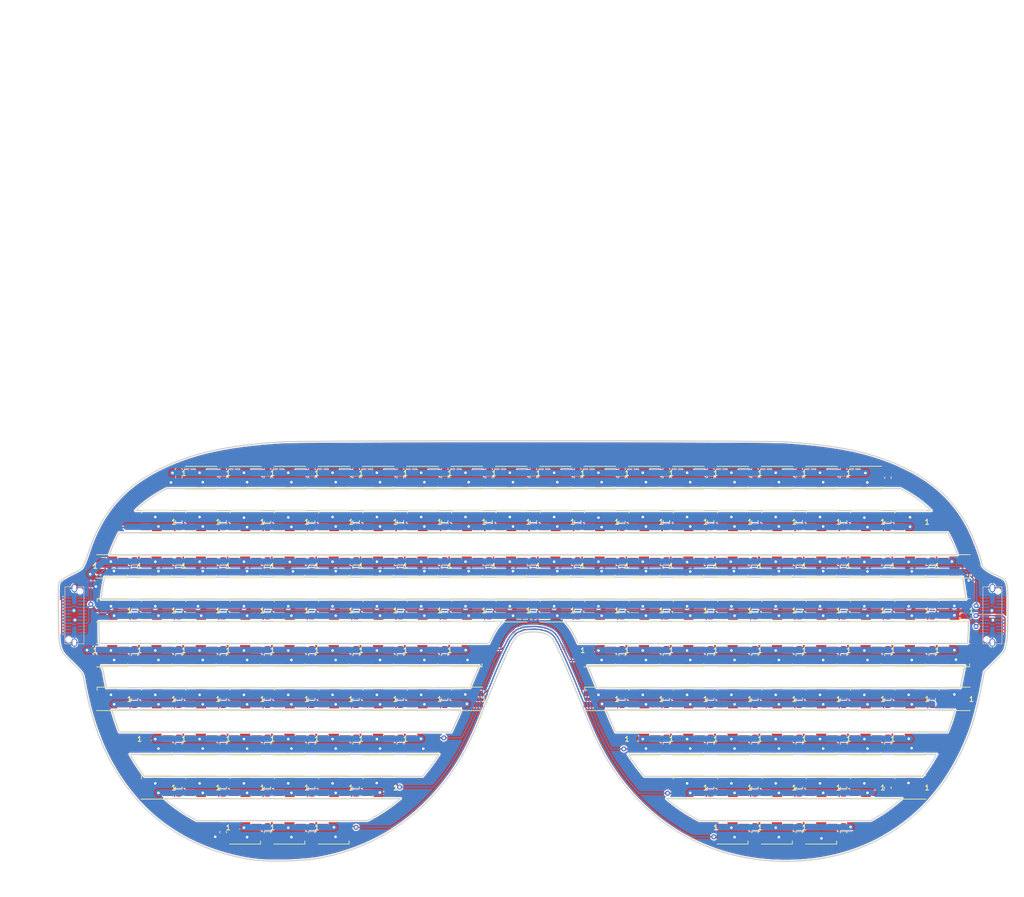
<source format=kicad_pcb>
(kicad_pcb (version 20240108) (generator "pcbnew") (generator_version "8.0")
  (layers (0 "F.Cu" signal) (31 "B.Cu" signal) (34 "B.Paste" user) (35 "F.Paste" user) (36 "B.SilkS" user "B.Silkscreen") (37 "F.SilkS" user "F.Silkscreen") (38 "B.Mask" user) (39 "F.Mask" user) (44 "Edge.Cuts" user))
  (net 0 "")
  (net 1 "GND")
  (net 2 "+5V")
  (net 3 "+BATT")
  (net 4 "Net-(D1-DOUT)")
  (net 5 "/sheet60A47726/DOUT")
  (net 7 "Net-(D3-DOUT)")
  (net 8 "/gschau/DIN")
  (net 9 "Net-(D35-DOUT)")
  (net 10 "Net-(D4-DOUT)")
  (net 11 "Net-(D36-DOUT)")
  (net 12 "Net-(D5-DOUT)")
  (net 13 "Net-(D37-DOUT)")
  (net 14 "Net-(D10-DIN)")
  (net 15 "Net-(D11-DIN)")
  (net 16 "Net-(D12-DIN)")
  (net 17 "Net-(D13-DIN)")
  (net 18 "Net-(D10-DOUT)")
  (net 19 "Net-(D11-DOUT)")
  (net 20 "Net-(D12-DOUT)")
  (net 21 "Net-(D13-DOUT)")
  (net 22 "Net-(D14-DOUT)")
  (net 23 "Net-(D15-DOUT)")
  (net 24 "Net-(D16-DOUT)")
  (net 25 "Net-(D17-DOUT)")
  (net 26 "Net-(D18-DOUT)")
  (net 27 "Net-(D19-DOUT)")
  (net 28 "Net-(D20-DOUT)")
  (net 29 "Net-(D21-DOUT)")
  (net 30 "/gschau/DOUT")
  (net 31 "Net-(D23-DOUT)")
  (net 32 "Net-(D24-DOUT)")
  (net 33 "Net-(D25-DOUT)")
  (net 34 "Net-(D26-DOUT)")
  (net 35 "Net-(D27-DOUT)")
  (net 36 "Net-(D28-DOUT)")
  (net 37 "Net-(D29-DOUT)")
  (net 38 "Net-(D30-DOUT)")
  (net 39 "Net-(D31-DOUT)")
  (net 40 "Net-(D32-DOUT)")
  (net 41 "Net-(D33-DOUT)")
  (net 42 "Net-(D34-DOUT)")
  (net 43 "Net-(D38-DOUT)")
  (net 44 "Net-(D39-DIN)")
  (net 45 "Net-(D39-DOUT)")
  (net 46 "Net-(D40-DOUT)")
  (net 47 "Net-(D40-DIN)")
  (net 48 "Net-(D41-DIN)")
  (net 49 "Net-(D41-DOUT)")
  (net 50 "Net-(D42-DOUT)")
  (net 51 "Net-(D43-DOUT)")
  (net 52 "Net-(D44-DOUT)")
  (net 53 "Net-(D45-DOUT)")
  (net 54 "Net-(D46-DOUT)")
  (net 55 "Net-(D47-DOUT)")
  (net 56 "Net-(D48-DOUT)")
  (net 57 "Net-(D49-DOUT)")
  (net 58 "Net-(D50-DOUT)")
  (net 59 "Net-(D51-DOUT)")
  (net 60 "Net-(D52-DOUT)")
  (net 61 "Net-(D53-DOUT)")
  (net 62 "Net-(D54-DOUT)")
  (net 63 "Net-(D55-DOUT)")
  (net 64 "Net-(D56-DOUT)")
  (net 65 "/sheet60813E03/DOUT")
  (net 66 "Net-(D58-DOUT)")
  (net 67 "Net-(D59-DOUT)")
  (net 68 "Net-(D60-DOUT)")
  (net 69 "Net-(D61-DOUT)")
  (net 70 "Net-(D62-DOUT)")
  (net 71 "Net-(D63-DOUT)")
  (net 72 "Net-(D64-DOUT)")
  (net 73 "Net-(D65-DOUT)")
  (net 74 "Net-(D66-DOUT)")
  (net 75 "Net-(D67-DOUT)")
  (net 76 "Net-(D68-DOUT)")
  (net 77 "Net-(D69-DOUT)")
  (net 78 "Net-(D73-DOUT)")
  (net 79 "Net-(D74-DOUT)")
  (net 80 "Net-(D105-DOUT)")
  (net 81 "Net-(D75-DOUT)")
  (net 82 "Net-(D106-DOUT)")
  (net 83 "Net-(D107-DOUT)")
  (net 84 "Net-(D76-DOUT)")
  (net 85 "Net-(D77-DOUT)")
  (net 86 "Net-(D78-DOUT)")
  (net 87 "Net-(D79-DOUT)")
  (net 88 "Net-(D80-DOUT)")
  (net 89 "Net-(D81-DOUT)")
  (net 90 "Net-(D82-DOUT)")
  (net 91 "Net-(D83-DOUT)")
  (net 92 "Net-(D84-DOUT)")
  (net 93 "Net-(D85-DOUT)")
  (net 94 "Net-(D86-DOUT)")
  (net 95 "Net-(D87-DOUT)")
  (net 96 "Net-(D88-DOUT)")
  (net 97 "Net-(D89-DOUT)")
  (net 98 "Net-(D90-DOUT)")
  (net 99 "Net-(D91-DOUT)")
  (net 100 "/sheet60A4741D/DOUT")
  (net 101 "Net-(D93-DOUT)")
  (net 102 "Net-(D94-DOUT)")
  (net 103 "Net-(D95-DOUT)")
  (net 104 "Net-(D96-DOUT)")
  (net 105 "Net-(D100-DIN)")
  (net 106 "Net-(D101-DIN)")
  (net 107 "Net-(D102-DIN)")
  (net 108 "Net-(D100-DOUT)")
  (net 109 "Net-(D101-DOUT)")
  (net 110 "Net-(D102-DOUT)")
  (net 111 "Net-(D103-DOUT)")
  (net 112 "Net-(D104-DOUT)")
  (net 113 "Net-(D108-DOUT)")
  (net 114 "Net-(D109-DIN)")
  (net 115 "Net-(D109-DOUT)")
  (net 116 "Net-(D110-DOUT)")
  (net 117 "Net-(D110-DIN)")
  (net 118 "Net-(D111-DOUT)")
  (net 119 "Net-(D111-DIN)")
  (net 120 "Net-(D112-DOUT)")
  (net 121 "Net-(D113-DOUT)")
  (net 122 "Net-(D114-DOUT)")
  (net 123 "Net-(D115-DOUT)")
  (net 124 "Net-(D116-DOUT)")
  (net 125 "Net-(D117-DOUT)")
  (net 126 "Net-(D118-DOUT)")
  (net 127 "Net-(D119-DOUT)")
  (net 128 "Net-(D120-DOUT)")
  (net 129 "Net-(D121-DOUT)")
  (net 130 "Net-(D122-DOUT)")
  (net 131 "Net-(D123-DOUT)")
  (net 132 "Net-(D124-DOUT)")
  (net 133 "Net-(D125-DOUT)")
  (net 134 "Net-(D126-DOUT)")
  (net 135 "Net-(D128-DOUT)")
  (net 136 "Net-(D129-DOUT)")
  (net 137 "Net-(D130-DOUT)")
  (net 138 "Net-(D131-DOUT)")
  (net 139 "Net-(D132-DOUT)")
  (net 140 "Net-(D133-DOUT)")
  (net 141 "Net-(D134-DOUT)")
  (net 142 "Net-(D135-DOUT)")
  (net 143 "Net-(D136-DOUT)")
  (net 144 "Net-(D137-DOUT)")
  (net 145 "Net-(D138-DOUT)")
  (net 146 "Net-(D139-DOUT)")
  (footprint "Capacitor_SMD:C_0603_1608Metric_Pad1.08x0.95mm_HandSolder" (layer "F.Cu") (at 66.5 126 -90)
    (property "Reference" "C8" (hide yes))
    (property "Value" "C100n")
  )
  (footprint "Capacitor_SMD:C_0603_1608Metric_Pad1.08x0.95mm_HandSolder" (layer "F.Cu") (at 73.5 119 90)
    (property "Reference" "C9" (hide yes))
    (property "Value" "C100n")
  )
  (footprint "Capacitor_SMD:C_0603_1608Metric_Pad1.08x0.95mm_HandSolder" (layer "F.Cu") (at 87.5 119 90)
    (property "Reference" "C10" (hide yes))
    (property "Value" "C100n")
  )
  (footprint "Capacitor_SMD:C_0603_1608Metric_Pad1.08x0.95mm_HandSolder" (layer "F.Cu") (at 157.399999 111.964644 -90)
    (property "Reference" "C13" (hide yes))
    (property "Value" "C100n")
  )
  (footprint "Capacitor_SMD:C_0603_1608Metric_Pad1.08x0.95mm_HandSolder" (layer "F.Cu") (at 108.5 119 90)
    (property "Reference" "C14" (hide yes))
    (property "Value" "C100n")
  )
  (footprint "Capacitor_SMD:C_0603_1608Metric_Pad1.08x0.95mm_HandSolder" (layer "F.Cu") (at 59.5 133 90)
    (property "Reference" "C15" (hide yes))
    (property "Value" "C100n")
  )
  (footprint "Capacitor_SMD:C_0603_1608Metric_Pad1.08x0.95mm_HandSolder" (layer "F.Cu") (at 66.5 133 90)
    (property "Reference" "C16" (hide yes))
    (property "Value" "C100n")
  )
  (footprint "Capacitor_SMD:C_0603_1608Metric_Pad1.08x0.95mm_HandSolder" (layer "F.Cu") (at 101.5 119 90)
    (property "Reference" "C17" (hide yes))
    (property "Value" "C100n")
  )
  (footprint "Capacitor_SMD:C_0603_1608Metric_Pad1.08x0.95mm_HandSolder" (layer "F.Cu") (at 115.5 119 90)
    (property "Reference" "C18" (hide yes))
    (property "Value" "C100n")
  )
  (footprint "Capacitor_SMD:C_0603_1608Metric_Pad1.08x0.95mm_HandSolder" (layer "F.Cu") (at 73.5 133 90)
    (property "Reference" "C19" (hide yes))
    (property "Value" "C100n")
  )
  (footprint "Capacitor_SMD:C_0603_1608Metric_Pad1.08x0.95mm_HandSolder" (layer "F.Cu") (at 73.5 126 -90)
    (property "Reference" "C20" (hide yes))
    (property "Value" "C100n")
  )
  (footprint "Capacitor_SMD:C_0603_1608Metric_Pad1.08x0.95mm_HandSolder" (layer "F.Cu") (at 59.5 126 -90)
    (property "Reference" "C21" (hide yes))
    (property "Value" "C100n")
  )
  (footprint "Capacitor_SMD:C_0603_1608Metric_Pad1.08x0.95mm_HandSolder" (layer "F.Cu") (at 171.499999 111.964644 -90)
    (property "Reference" "C22" (hide yes))
    (property "Value" "C100n")
  )
  (footprint "Capacitor_SMD:C_0603_1608Metric_Pad1.08x0.95mm_HandSolder" (layer "F.Cu") (at 136.499999 111.964643 -90)
    (property "Reference" "C23" (hide yes))
    (property "Value" "C100n")
  )
  (footprint "Capacitor_SMD:C_0603_1608Metric_Pad1.08x0.95mm_HandSolder" (layer "F.Cu") (at 101.499999 111.964644 -90)
    (property "Reference" "C24" (hide yes))
    (property "Value" "C100n")
  )
  (footprint "Capacitor_SMD:C_0603_1608Metric_Pad1.08x0.95mm_HandSolder" (layer "F.Cu") (at 66.5 119 90)
    (property "Reference" "C25" (hide yes))
    (property "Value" "C100n")
  )
  (footprint "Capacitor_SMD:C_0603_1608Metric_Pad1.08x0.95mm_HandSolder" (layer "F.Cu") (at 80.5 119 90)
    (property "Reference" "C26" (hide yes))
    (property "Value" "C100n")
  )
  (footprint "Capacitor_SMD:C_0603_1608Metric_Pad1.08x0.95mm_HandSolder" (layer "F.Cu") (at 122.5 111.964644 -90)
    (property "Reference" "C27" (hide yes))
    (property "Value" "C100n")
  )
  (footprint "Capacitor_SMD:C_0603_1608Metric_Pad1.08x0.95mm_HandSolder" (layer "F.Cu") (at 66.5 140 -90)
    (property "Reference" "C28" (hide yes))
    (property "Value" "C100n")
  )
  (footprint "Capacitor_SMD:C_0603_1608Metric_Pad1.08x0.95mm_HandSolder" (layer "F.Cu") (at 94.499999 111.964644 -90)
    (property "Reference" "C29" (hide yes))
    (property "Value" "C100n")
  )
  (footprint "Capacitor_SMD:C_0603_1608Metric_Pad1.08x0.95mm_HandSolder" (layer "F.Cu") (at 87.499999 111.964644 -90)
    (property "Reference" "C30" (hide yes))
    (property "Value" "C100n")
  )
  (footprint "Capacitor_SMD:C_0603_1608Metric_Pad1.08x0.95mm_HandSolder" (layer "F.Cu") (at 73.5 140 -90)
    (property "Reference" "C31" (hide yes))
    (property "Value" "C100n")
  )
  (footprint "Capacitor_SMD:C_0603_1608Metric_Pad1.08x0.95mm_HandSolder" (layer "F.Cu") (at 73.5 97.9 -90)
    (property "Reference" "C32" (hide yes))
    (property "Value" "C100n")
  )
  (footprint "Capacitor_SMD:C_0603_1608Metric_Pad1.08x0.95mm_HandSolder" (layer "F.Cu") (at 150.499999 112.027145 -90)
    (property "Reference" "C33" (hide yes))
    (property "Value" "C100n")
  )
  (footprint "Capacitor_SMD:C_0603_1608Metric_Pad1.08x0.95mm_HandSolder" (layer "F.Cu") (at 143.499999 111.964644 -90)
    (property "Reference" "C35" (hide yes))
    (property "Value" "C100n")
  )
  (footprint "Capacitor_SMD:C_0603_1608Metric_Pad1.08x0.95mm_HandSolder" (layer "F.Cu") (at 122.5 119 90)
    (property "Reference" "C36" (hide yes))
    (property "Value" "C100n")
  )
  (footprint "Capacitor_SMD:C_0603_1608Metric_Pad1.08x0.95mm_HandSolder" (layer "F.Cu") (at 108.499999 111.964644 -90)
    (property "Reference" "C37" (hide yes))
    (property "Value" "C100n")
  )
  (footprint "Capacitor_SMD:C_0603_1608Metric_Pad1.08x0.95mm_HandSolder" (layer "F.Cu") (at 115.499999 111.964644 -90)
    (property "Reference" "C39" (hide yes))
    (property "Value" "C100n")
  )
  (footprint "Capacitor_SMD:C_0603_1608Metric_Pad1.08x0.95mm_HandSolder" (layer "F.Cu") (at 164.499998 111.964644 -90)
    (property "Reference" "C40" (hide yes))
    (property "Value" "C100n")
  )
  (footprint "Capacitor_SMD:C_0603_1608Metric_Pad1.08x0.95mm_HandSolder" (layer "F.Cu") (at 59.5 119 90)
    (property "Reference" "C41" (hide yes))
    (property "Value" "C100n")
  )
  (footprint "Capacitor_SMD:C_0603_1608Metric_Pad1.08x0.95mm_HandSolder" (layer "F.Cu") (at 157.5 126 -90)
    (property "Reference" "C43" (hide yes))
    (property "Value" "C100n")
  )
  (footprint "Capacitor_SMD:C_0603_1608Metric_Pad1.08x0.95mm_HandSolder" (layer "F.Cu") (at 108.5 133 90)
    (property "Reference" "C44" (hide yes))
    (property "Value" "C100n")
  )
  (footprint "Capacitor_SMD:C_0603_1608Metric_Pad1.08x0.95mm_HandSolder" (layer "F.Cu") (at 108.5 126 -90)
    (property "Reference" "C45" (hide yes))
    (property "Value" "C100n")
  )
  (footprint "Capacitor_SMD:C_0603_1608Metric_Pad1.08x0.95mm_HandSolder" (layer "F.Cu") (at 87.5 126 -90)
    (property "Reference" "C47" (hide yes))
    (property "Value" "C100n")
  )
  (footprint "Capacitor_SMD:C_0603_1608Metric_Pad1.08x0.95mm_HandSolder" (layer "F.Cu") (at 101.5 140 -90)
    (property "Reference" "C48" (hide yes))
    (property "Value" "C100n")
  )
  (footprint "Capacitor_SMD:C_0603_1608Metric_Pad1.08x0.95mm_HandSolder" (layer "F.Cu") (at 94.5 133 90)
    (property "Reference" "C49" (hide yes))
    (property "Value" "C100n")
  )
  (footprint "Capacitor_SMD:C_0603_1608Metric_Pad1.08x0.95mm_HandSolder" (layer "F.Cu") (at 73.5 147 90)
    (property "Reference" "C50" (hide yes))
    (property "Value" "C100n")
  )
  (footprint "Capacitor_SMD:C_0603_1608Metric_Pad1.08x0.95mm_HandSolder" (layer "F.Cu") (at 80.5 154 -90)
    (property "Reference" "C51" (hide yes))
    (property "Value" "C100n")
  )
  (footprint "Capacitor_SMD:C_0603_1608Metric_Pad1.08x0.95mm_HandSolder" (layer "F.Cu") (at 136.5 133 90)
    (property "Reference" "C52" (hide yes))
    (property "Value" "C100n")
  )
  (footprint "Capacitor_SMD:C_0603_1608Metric_Pad1.08x0.95mm_HandSolder" (layer "F.Cu") (at 87.5 140 -90)
    (property "Reference" "C53" (hide yes))
    (property "Value" "C100n")
  )
  (footprint "Capacitor_SMD:C_0603_1608Metric_Pad1.08x0.95mm_HandSolder" (layer "F.Cu") (at 136.5 126 -90)
    (property "Reference" "C54" (hide yes))
    (property "Value" "C100n")
  )
  (footprint "Capacitor_SMD:C_0603_1608Metric_Pad1.08x0.95mm_HandSolder" (layer "F.Cu") (at 150.5 133 90)
    (property "Reference" "C55" (hide yes))
    (property "Value" "C100n")
  )
  (footprint "Capacitor_SMD:C_0603_1608Metric_Pad1.08x0.95mm_HandSolder" (layer "F.Cu") (at 101.5 126 -90)
    (property "Reference" "C56" (hide yes))
    (property "Value" "C100n")
  )
  (footprint "Capacitor_SMD:C_0603_1608Metric_Pad1.08x0.95mm_HandSolder" (layer "F.Cu") (at 80.5 126 -90)
    (property "Reference" "C57" (hide yes))
    (property "Value" "C100n")
  )
  (footprint "Capacitor_SMD:C_0603_1608Metric_Pad1.08x0.95mm_HandSolder" (layer "F.Cu") (at 87.5 154 -90)
    (property "Reference" "C58" (hide yes))
    (property "Value" "C100n")
  )
  (footprint "Capacitor_SMD:C_0603_1608Metric_Pad1.08x0.95mm_HandSolder" (layer "F.Cu") (at 178.5 126 -90)
    (property "Reference" "C59" (hide yes))
    (property "Value" "C100n")
  )
  (footprint "Capacitor_SMD:C_0603_1608Metric_Pad1.08x0.95mm_HandSolder" (layer "F.Cu") (at 157.5 133 90)
    (property "Reference" "C60" (hide yes))
    (property "Value" "C100n")
  )
  (footprint "Capacitor_SMD:C_0603_1608Metric_Pad1.08x0.95mm_HandSolder" (layer "F.Cu") (at 80.5 140 -90)
    (property "Reference" "C61" (hide yes))
    (property "Value" "C100n")
  )
  (footprint "Capacitor_SMD:C_0603_1608Metric_Pad1.08x0.95mm_HandSolder" (layer "F.Cu") (at 87.5 133 90)
    (property "Reference" "C62" (hide yes))
    (property "Value" "C100n")
  )
  (footprint "Capacitor_SMD:C_0603_1608Metric_Pad1.08x0.95mm_HandSolder" (layer "F.Cu") (at 164.5 133 90)
    (property "Reference" "C63" (hide yes))
    (property "Value" "C100n")
  )
  (footprint "Capacitor_SMD:C_0603_1608Metric_Pad1.08x0.95mm_HandSolder" (layer "F.Cu") (at 94.5 126 -90)
    (property "Reference" "C64" (hide yes))
    (property "Value" "C100n")
  )
  (footprint "Capacitor_SMD:C_0603_1608Metric_Pad1.08x0.95mm_HandSolder" (layer "F.Cu") (at 143.5 126 -90)
    (property "Reference" "C65" (hide yes))
    (property "Value" "C100n")
  )
  (footprint "Capacitor_SMD:C_0603_1608Metric_Pad1.08x0.95mm_HandSolder" (layer "F.Cu") (at 66.5 147 90)
    (property "Reference" "C66" (hide yes))
    (property "Value" "C100n")
  )
  (footprint "Capacitor_SMD:C_0603_1608Metric_Pad1.08x0.95mm_HandSolder" (layer "F.Cu") (at 157.5 154 -90)
    (property "Reference" "C68" (hide yes))
    (property "Value" "C100n")
  )
  (footprint "Capacitor_SMD:C_0603_1608Metric_Pad1.08x0.95mm_HandSolder" (layer "F.Cu") (at 80.5 147 90)
    (property "Reference" "C70" (hide yes))
    (property "Value" "C100n")
  )
  (footprint "Capacitor_SMD:C_0603_1608Metric_Pad1.08x0.95mm_HandSolder" (layer "F.Cu") (at 101.5 133 90)
    (property "Reference" "C71" (hide yes))
    (property "Value" "C100n")
  )
  (footprint "Capacitor_SMD:C_0603_1608Metric_Pad1.08x0.95mm_HandSolder" (layer "F.Cu") (at 94.5 147 90)
    (property "Reference" "C72" (hide yes))
    (property "Value" "C100n")
  )
  (footprint "Capacitor_SMD:C_0603_1608Metric_Pad1.08x0.95mm_HandSolder" (layer "F.Cu") (at 80.5 133 90)
    (property "Reference" "C73" (hide yes))
    (property "Value" "C100n")
  )
  (footprint "Capacitor_SMD:C_0603_1608Metric_Pad1.08x0.95mm_HandSolder" (layer "F.Cu") (at 87.5 147 90)
    (property "Reference" "C74" (hide yes))
    (property "Value" "C100n")
  )
  (footprint "Capacitor_SMD:C_0603_1608Metric_Pad1.08x0.95mm_HandSolder" (layer "F.Cu") (at 178.5 105 90)
    (property "Reference" "C75" (hide yes))
    (property "Value" "C100n")
  )
  (footprint "Capacitor_SMD:C_0603_1608Metric_Pad1.08x0.95mm_HandSolder" (layer "F.Cu") (at 129.499999 111.964644 -90)
    (property "Reference" "C76" (hide yes))
    (property "Value" "C100n")
  )
  (footprint "Capacitor_SMD:C_0603_1608Metric_Pad1.08x0.95mm_HandSolder" (layer "F.Cu") (at 178.5 147 90)
    (property "Reference" "C78" (hide yes))
    (property "Value" "C100n")
  )
  (footprint "Capacitor_SMD:C_0603_1608Metric_Pad1.08x0.95mm_HandSolder" (layer "F.Cu") (at 178.5 112 -90)
    (property "Reference" "C79" (hide yes))
    (property "Value" "C100n")
  )
  (footprint "Capacitor_SMD:C_0603_1608Metric_Pad1.08x0.95mm_HandSolder" (layer "F.Cu") (at 150.5 140 -90)
    (property "Reference" "C80" (hide yes))
    (property "Value" "C100n")
  )
  (footprint "Capacitor_SMD:C_0603_1608Metric_Pad1.08x0.95mm_HandSolder" (layer "F.Cu") (at 178.5 140 -90)
    (property "Reference" "C82" (hide yes))
    (property "Value" "C100n")
  )
  (footprint "Capacitor_SMD:C_0603_1608Metric_Pad1.08x0.95mm_HandSolder" (layer "F.Cu") (at 178.5 133 90)
    (property "Reference" "C83" (hide yes))
    (property "Value" "C100n")
  )
  (footprint "Capacitor_SMD:C_0603_1608Metric_Pad1.08x0.95mm_HandSolder" (layer "F.Cu") (at 157.5 119 90)
    (property "Reference" "C84" (hide yes))
    (property "Value" "C100n")
  )
  (footprint "Capacitor_SMD:C_0603_1608Metric_Pad1.08x0.95mm_HandSolder" (layer "F.Cu") (at 129.5 119 90)
    (property "Reference" "C85" (hide yes))
    (property "Value" "C100n")
  )
  (footprint "Capacitor_SMD:C_0603_1608Metric_Pad1.08x0.95mm_HandSolder" (layer "F.Cu") (at 80.499999 111.964644 -90)
    (property "Reference" "C86" (hide yes))
    (property "Value" "C100n")
  )
  (footprint "Capacitor_SMD:C_0603_1608Metric_Pad1.08x0.95mm_HandSolder" (layer "F.Cu") (at 164.5 147 90)
    (property "Reference" "C87" (hide yes))
    (property "Value" "C100n")
  )
  (footprint "Capacitor_SMD:C_0603_1608Metric_Pad1.08x0.95mm_HandSolder" (layer "F.Cu") (at 73.499999 111.964644 -90)
    (property "Reference" "C88" (hide yes))
    (property "Value" "C100n")
  )
  (footprint "Capacitor_SMD:C_0603_1608Metric_Pad1.08x0.95mm_HandSolder" (layer "F.Cu") (at 136.5 119 90)
    (property "Reference" "C89" (hide yes))
    (property "Value" "C100n")
  )
  (footprint "Capacitor_SMD:C_0603_1608Metric_Pad1.08x0.95mm_HandSolder" (layer "F.Cu") (at 143.5 140 -90)
    (property "Reference" "C90" (hide yes))
    (property "Value" "C100n")
  )
  (footprint "Capacitor_SMD:C_0603_1608Metric_Pad1.08x0.95mm_HandSolder" (layer "F.Cu") (at 157.5 140 -90)
    (property "Reference" "C91" (hide yes))
    (property "Value" "C100n")
  )
  (footprint "Capacitor_SMD:C_0603_1608Metric_Pad1.08x0.95mm_HandSolder" (layer "F.Cu") (at 143.5 119 90)
    (property "Reference" "C92" (hide yes))
    (property "Value" "C100n")
  )
  (footprint "Capacitor_SMD:C_0603_1608Metric_Pad1.08x0.95mm_HandSolder" (layer "F.Cu") (at 164.5 140 -90)
    (property "Reference" "C93" (hide yes))
    (property "Value" "C100n")
  )
  (footprint "Capacitor_SMD:C_0603_1608Metric_Pad1.08x0.95mm_HandSolder" (layer "F.Cu") (at 171.5 133 90)
    (property "Reference" "C94" (hide yes))
    (property "Value" "C100n")
  )
  (footprint "Capacitor_SMD:C_0603_1608Metric_Pad1.08x0.95mm_HandSolder" (layer "F.Cu") (at 171.5 126 -90)
    (property "Reference" "C95" (hide yes))
    (property "Value" "C100n")
  )
  (footprint "Capacitor_SMD:C_0603_1608Metric_Pad1.08x0.95mm_HandSolder" (layer "F.Cu") (at 171.5 119 90)
    (property "Reference" "C96" (hide yes))
    (property "Value" "C100n")
  )
  (footprint "Capacitor_SMD:C_0603_1608Metric_Pad1.08x0.95mm_HandSolder" (layer "F.Cu") (at 164.5 154 -90)
    (property "Reference" "C97" (hide yes))
    (property "Value" "C100n")
  )
  (footprint "Capacitor_SMD:C_0603_1608Metric_Pad1.08x0.95mm_HandSolder" (layer "F.Cu") (at 157.5 147 90)
    (property "Reference" "C98" (hide yes))
    (property "Value" "C100n")
  )
  (footprint "Capacitor_SMD:C_0603_1608Metric_Pad1.08x0.95mm_HandSolder" (layer "F.Cu") (at 185.5 133 90)
    (property "Reference" "C99" (hide yes))
    (property "Value" "C100n")
  )
  (footprint "Capacitor_SMD:C_0603_1608Metric_Pad1.08x0.95mm_HandSolder" (layer "F.Cu") (at 59.499998 111.964644 -90)
    (property "Reference" "C100" (hide yes))
    (property "Value" "C100n")
  )
  (footprint "Capacitor_SMD:C_0603_1608Metric_Pad1.08x0.95mm_HandSolder" (layer "F.Cu") (at 185.5 119 90)
    (property "Reference" "C102" (hide yes))
    (property "Value" "C100n")
  )
  (footprint "Capacitor_SMD:C_0603_1608Metric_Pad1.08x0.95mm_HandSolder" (layer "F.Cu") (at 150.5 147 90)
    (property "Reference" "C104" (hide yes))
    (property "Value" "C100n")
  )
  (footprint "Capacitor_SMD:C_0603_1608Metric_Pad1.08x0.95mm_HandSolder" (layer "F.Cu") (at 185.5 126 -90)
    (property "Reference" "C105" (hide yes))
    (property "Value" "C100n")
  )
  (footprint "Capacitor_SMD:C_0603_1608Metric_Pad1.08x0.95mm_HandSolder" (layer "F.Cu") (at 178.5 119 90)
    (property "Reference" "C106" (hide yes))
    (property "Value" "C100n")
  )
  (footprint "Capacitor_SMD:C_0603_1608Metric_Pad1.08x0.95mm_HandSolder" (layer "F.Cu") (at 185.5 112 -90)
    (property "Reference" "C107" (hide yes))
    (property "Value" "C100n")
  )
  (footprint "Capacitor_SMD:C_0603_1608Metric_Pad1.08x0.95mm_HandSolder" (layer "F.Cu") (at 171.5 147 90)
    (property "Reference" "C108" (hide yes))
    (property "Value" "C100n")
  )
  (footprint "Capacitor_SMD:C_0603_1608Metric_Pad1.08x0.95mm_HandSolder" (layer "F.Cu") (at 66.499999 111.964644 -90)
    (property "Reference" "C109" (hide yes))
    (property "Value" "C100n")
  )
  (footprint "Capacitor_SMD:C_0603_1608Metric_Pad1.08x0.95mm_HandSolder" (layer "F.Cu") (at 164.5 119 90)
    (property "Reference" "C110" (hide yes))
    (property "Value" "C100n")
  )
  (footprint "Capacitor_SMD:C_0603_1608Metric_Pad1.08x0.95mm_HandSolder" (layer "F.Cu") (at 150.5 97.9 -90)
    (property "Reference" "C113" (hide yes))
    (property "Value" "C100n")
  )
  (footprint "Capacitor_SMD:C_0603_1608Metric_Pad1.08x0.95mm_HandSolder" (layer "F.Cu") (at 157.5 104.9 90)
    (property "Reference" "C114" (hide yes))
    (property "Value" "C100n")
  )
  (footprint "Capacitor_SMD:C_0603_1608Metric_Pad1.08x0.95mm_HandSolder" (layer "F.Cu") (at 101.5 104.9 90)
    (property "Reference" "C115" (hide yes))
    (property "Value" "C100n")
  )
  (footprint "Capacitor_SMD:C_0603_1608Metric_Pad1.08x0.95mm_HandSolder" (layer "F.Cu") (at 143.5 97.9 -90)
    (property "Reference" "C117" (hide yes))
    (property "Value" "C100n")
  )
  (footprint "Capacitor_SMD:C_0603_1608Metric_Pad1.08x0.95mm_HandSolder" (layer "F.Cu") (at 164.5 97.9 -90)
    (property "Reference" "C118" (hide yes))
    (property "Value" "C100n")
  )
  (footprint "Capacitor_SMD:C_0603_1608Metric_Pad1.08x0.95mm_HandSolder" (layer "F.Cu") (at 136.5 105 90)
    (property "Reference" "C120" (hide yes))
    (property "Value" "C100n")
  )
  (footprint "Capacitor_SMD:C_0603_1608Metric_Pad1.08x0.95mm_HandSolder" (layer "F.Cu") (at 73.5 104.9 90)
    (property "Reference" "C121" (hide yes))
    (property "Value" "C100n")
  )
  (footprint "Capacitor_SMD:C_0603_1608Metric_Pad1.08x0.95mm_HandSolder" (layer "F.Cu") (at 122.5 97.9 -90)
    (property "Reference" "C122" (hide yes))
    (property "Value" "C100n")
  )
  (footprint "Capacitor_SMD:C_0603_1608Metric_Pad1.08x0.95mm_HandSolder" (layer "F.Cu") (at 122.5 104.9 90)
    (property "Reference" "C123" (hide yes))
    (property "Value" "C100n")
  )
  (footprint "Capacitor_SMD:C_0603_1608Metric_Pad1.08x0.95mm_HandSolder" (layer "F.Cu") (at 108.5 104.9 90)
    (property "Reference" "C124" (hide yes))
    (property "Value" "C100n")
  )
  (footprint "Capacitor_SMD:C_0603_1608Metric_Pad1.08x0.95mm_HandSolder" (layer "F.Cu") (at 171.5 104.9 90)
    (property "Reference" "C125" (hide yes))
    (property "Value" "C100n")
  )
  (footprint "Capacitor_SMD:C_0603_1608Metric_Pad1.08x0.95mm_HandSolder" (layer "F.Cu") (at 136.5 97.9 -90)
    (property "Reference" "C126" (hide yes))
    (property "Value" "C100n")
  )
  (footprint "Capacitor_SMD:C_0603_1608Metric_Pad1.08x0.95mm_HandSolder" (layer "F.Cu") (at 157.5 97.9 -90)
    (property "Reference" "C127" (hide yes))
    (property "Value" "C100n")
  )
  (footprint "Capacitor_SMD:C_0603_1608Metric_Pad1.08x0.95mm_HandSolder" (layer "F.Cu") (at 171.5 97.9 -90)
    (property "Reference" "C128" (hide yes))
    (property "Value" "C100n")
  )
  (footprint "Capacitor_SMD:C_0603_1608Metric_Pad1.08x0.95mm_HandSolder" (layer "F.Cu") (at 143.5 104.9 90)
    (property "Reference" "C129" (hide yes))
    (property "Value" "C100n")
  )
  (footprint "Capacitor_SMD:C_0603_1608Metric_Pad1.08x0.95mm_HandSolder" (layer "F.Cu") (at 80.5 97.9 -90)
    (property "Reference" "C131" (hide yes))
    (property "Value" "C100n")
  )
  (footprint "Capacitor_SMD:C_0603_1608Metric_Pad1.08x0.95mm_HandSolder" (layer "F.Cu") (at 87.5 97.9 -90)
    (property "Reference" "C132" (hide yes))
    (property "Value" "C100n")
  )
  (footprint "Capacitor_SMD:C_0603_1608Metric_Pad1.08x0.95mm_HandSolder" (layer "F.Cu") (at 94.5 97.9 -90)
    (property "Reference" "C133" (hide yes))
    (property "Value" "C100n")
  )
  (footprint "Capacitor_SMD:C_0603_1608Metric_Pad1.08x0.95mm_HandSolder" (layer "F.Cu") (at 101.5 97.9 -90)
    (property "Reference" "C134" (hide yes))
    (property "Value" "C100n")
  )
  (footprint "Capacitor_SMD:C_0603_1608Metric_Pad1.08x0.95mm_HandSolder" (layer "F.Cu") (at 150.5 104.9 90)
    (property "Reference" "C135" (hide yes))
    (property "Value" "C100n")
  )
  (footprint "Capacitor_SMD:C_0603_1608Metric_Pad1.08x0.95mm_HandSolder" (layer "F.Cu") (at 94.5 104.9 90)
    (property "Reference" "C136" (hide yes))
    (property "Value" "C100n")
  )
  (footprint "Capacitor_SMD:C_0603_1608Metric_Pad1.08x0.95mm_HandSolder" (layer "F.Cu") (at 108.5 97.9 -90)
    (property "Reference" "C137" (hide yes))
    (property "Value" "C100n")
  )
  (footprint "Capacitor_SMD:C_0603_1608Metric_Pad1.08x0.95mm_HandSolder" (layer "F.Cu") (at 143.5 133 90)
    (property "Reference" "C138" (hide yes))
    (property "Value" "C100n")
  )
  (footprint "Capacitor_SMD:C_0603_1608Metric_Pad1.08x0.95mm_HandSolder" (layer "F.Cu") (at 66.5 97.9 -90)
    (property "Reference" "C139" (hide yes))
    (property "Value" "C100n")
  )
  (footprint "Capacitor_SMD:C_0603_1608Metric_Pad1.08x0.95mm_HandSolder" (layer "F.Cu") (at 129.5 97.9 -90)
    (property "Reference" "C140" (hide yes))
    (property "Value" "C100n")
  )
  (footprint "Capacitor_SMD:C_0603_1608Metric_Pad1.08x0.95mm_HandSolder" (layer "F.Cu") (at 164.5 104.9 90)
    (property "Reference" "C141" (hide yes))
    (property "Value" "C100n")
  )
  (footprint "Capacitor_SMD:C_0603_1608Metric_Pad1.08x0.95mm_HandSolder" (layer "F.Cu") (at 115.5 104.9 90)
    (property "Reference" "C142" (hide yes))
    (property "Value" "C100n")
  )
  (footprint "Capacitor_SMD:C_0603_1608Metric_Pad1.08x0.95mm_HandSolder" (layer "F.Cu") (at 129.5 104.9 90)
    (property "Reference" "C143" (hide yes))
    (property "Value" "C100n")
  )
  (footprint "Capacitor_SMD:C_0603_1608Metric_Pad1.08x0.95mm_HandSolder" (layer "F.Cu") (at 87.5 104.9625 90)
    (property "Reference" "C144" (hide yes))
    (property "Value" "C100n")
  )
  (footprint "Capacitor_SMD:C_0603_1608Metric_Pad1.08x0.95mm_HandSolder" (layer "F.Cu") (at 115.5 97.9 -90)
    (property "Reference" "C145" (hide yes))
    (property "Value" "C100n")
  )
  (footprint "Capacitor_SMD:C_0603_1608Metric_Pad1.08x0.95mm_HandSolder" (layer "F.Cu") (at 66.5 104.9 90)
    (property "Reference" "C146" (hide yes))
    (property "Value" "C100n")
  )
  (footprint "LED_SMD:LED_SK6812MINI_PLCC4_3.5x3.5mm_P1.75mm" (layer "F.Cu") (at 70 98)
    (property "Reference" "D2" (hide yes))
    (property "Value" "WS2812B")
  )
  (footprint "LED_SMD:LED_SK6812MINI_PLCC4_3.5x3.5mm_P1.75mm" (layer "F.Cu") (at 168 154)
    (property "Reference" "D3" (hide yes))
    (property "Value" "WS2812B")
  )
  (footprint "LED_SMD:LED_SK6812MINI_PLCC4_3.5x3.5mm_P1.75mm" (layer "F.Cu") (at 91 147 180)
    (property "Reference" "D4" (hide yes))
    (property "Value" "WS2812B")
  )
  (footprint "LED_SMD:LED_SK6812MINI_PLCC4_3.5x3.5mm_P1.75mm" (layer "F.Cu") (at 168 140)
    (property "Reference" "D5" (hide yes))
    (property "Value" "WS2812B")
  )
  (footprint "LED_SMD:LED_SK6812MINI_PLCC4_3.5x3.5mm_P1.75mm" (layer "F.Cu") (at 70 140)
    (property "Reference" "D6" (hide yes))
    (property "Value" "WS2812B")
  )
  (footprint "LED_SMD:LED_SK6812MINI_PLCC4_3.5x3.5mm_P1.75mm" (layer "F.Cu") (at 161 154)
    (property "Reference" "D7" (hide yes))
    (property "Value" "WS2812B")
  )
  (footprint "LED_SMD:LED_SK6812MINI_PLCC4_3.5x3.5mm_P1.75mm" (layer "F.Cu") (at 98 147 180)
    (property "Reference" "D8" (hide yes))
    (property "Value" "WS2812B")
  )
  (footprint "LED_SMD:LED_SK6812MINI_PLCC4_3.5x3.5mm_P1.75mm" (layer "F.Cu") (at 161 140)
    (property "Reference" "D9" (hide yes))
    (property "Value" "WS2812B")
  )
  (footprint "LED_SMD:LED_SK6812MINI_PLCC4_3.5x3.5mm_P1.75mm" (layer "F.Cu") (at 63 140)
    (property "Reference" "D10" (hide yes))
    (property "Value" "WS2812B")
  )
  (footprint "LED_SMD:LED_SK6812MINI_PLCC4_3.5x3.5mm_P1.75mm" (layer "F.Cu") (at 154 154)
    (property "Reference" "D11" (hide yes))
    (property "Value" "WS2812B")
  )
  (footprint "LED_SMD:LED_SK6812MINI_PLCC4_3.5x3.5mm_P1.75mm" (layer "F.Cu") (at 147 147 180)
    (property "Reference" "D12" (hide yes))
    (property "Value" "WS2812B")
  )
  (footprint "LED_SMD:LED_SK6812MINI_PLCC4_3.5x3.5mm_P1.75mm" (layer "F.Cu") (at 154 140)
    (property "Reference" "D13" (hide yes))
    (property "Value" "WS2812B")
  )
  (footprint "LED_SMD:LED_SK6812MINI_PLCC4_3.5x3.5mm_P1.75mm" (layer "F.Cu") (at 56 133 180)
    (property "Reference" "D14" (hide yes))
    (property "Value" "WS2812B")
  )
  (footprint "LED_SMD:LED_SK6812MINI_PLCC4_3.5x3.5mm_P1.75mm" (layer "F.Cu") (at 91 154)
    (property "Reference" "D15" (hide yes))
    (property "Value" "WS2812B")
  )
  (footprint "LED_SMD:LED_SK6812MINI_PLCC4_3.5x3.5mm_P1.75mm" (layer "F.Cu") (at 154 147 180)
    (property "Reference" "D16" (hide yes))
    (property "Value" "WS2812B")
  )
  (footprint "LED_SMD:LED_SK6812MINI_PLCC4_3.5x3.5mm_P1.75mm" (layer "F.Cu") (at 147 140)
    (property "Reference" "D17" (hide yes))
    (property "Value" "WS2812B")
  )
  (footprint "LED_SMD:LED_SK6812MINI_PLCC4_3.5x3.5mm_P1.75mm" (layer "F.Cu") (at 63 133 180)
    (property "Reference" "D18" (hide yes))
    (property "Value" "WS2812B")
  )
  (footprint "LED_SMD:LED_SK6812MINI_PLCC4_3.5x3.5mm_P1.75mm" (layer "F.Cu") (at 84 154)
    (property "Reference" "D19" (hide yes))
    (property "Value" "WS2812B")
  )
  (footprint "LED_SMD:LED_SK6812MINI_PLCC4_3.5x3.5mm_P1.75mm" (layer "F.Cu") (at 161 147 180)
    (property "Reference" "D20" (hide yes))
    (property "Value" "WS2812B")
  )
  (footprint "LED_SMD:LED_SK6812MINI_PLCC4_3.5x3.5mm_P1.75mm" (layer "F.Cu") (at 140 140)
    (property "Reference" "D21" (hide yes))
    (property "Value" "WS2812B")
  )
  (footprint "LED_SMD:LED_SK6812MINI_PLCC4_3.5x3.5mm_P1.75mm" (layer "F.Cu") (at 70 133 180)
    (property "Reference" "D22" (hide yes))
    (property "Value" "WS2812B")
  )
  (footprint "LED_SMD:LED_SK6812MINI_PLCC4_3.5x3.5mm_P1.75mm" (layer "F.Cu") (at 77 154)
    (property "Reference" "D23" (hide yes))
    (property "Value" "WS2812B")
  )
  (footprint "LED_SMD:LED_SK6812MINI_PLCC4_3.5x3.5mm_P1.75mm" (layer "F.Cu") (at 168 147 180)
    (property "Reference" "D24" (hide yes))
    (property "Value" "WS2812B")
  )
  (footprint "LED_SMD:LED_SK6812MINI_PLCC4_3.5x3.5mm_P1.75mm" (layer "F.Cu") (at 105 140)
    (property "Reference" "D25" (hide yes))
    (property "Value" "WS2812B")
  )
  (footprint "LED_SMD:LED_SK6812MINI_PLCC4_3.5x3.5mm_P1.75mm" (layer "F.Cu") (at 63 147 180)
    (property "Reference" "D26" (hide yes))
    (property "Value" "WS2812B")
  )
  (footprint "LED_SMD:LED_SK6812MINI_PLCC4_3.5x3.5mm_P1.75mm" (layer "F.Cu") (at 175 147 180)
    (property "Reference" "D27" (hide yes))
    (property "Value" "WS2812B")
  )
  (footprint "LED_SMD:LED_SK6812MINI_PLCC4_3.5x3.5mm_P1.75mm" (layer "F.Cu") (at 98 140)
    (property "Reference" "D28" (hide yes))
    (property "Value" "WS2812B")
  )
  (footprint "LED_SMD:LED_SK6812MINI_PLCC4_3.5x3.5mm_P1.75mm" (layer "F.Cu") (at 70 147 180)
    (property "Reference" "D29" (hide yes))
    (property "Value" "WS2812B")
  )
  (footprint "LED_SMD:LED_SK6812MINI_PLCC4_3.5x3.5mm_P1.75mm" (layer "F.Cu") (at 182 147 180)
    (property "Reference" "D30" (hide yes))
    (property "Value" "WS2812B")
  )
  (footprint "LED_SMD:LED_SK6812MINI_PLCC4_3.5x3.5mm_P1.75mm" (layer "F.Cu") (at 91 140)
    (property "Reference" "D31" (hide yes))
    (property "Value" "WS2812B")
  )
  (footprint "LED_SMD:LED_SK6812MINI_PLCC4_3.5x3.5mm_P1.75mm" (layer "F.Cu") (at 77 147 180)
    (property "Reference" "D32" (hide yes))
    (property "Value" "WS2812B")
  )
  (footprint "LED_SMD:LED_SK6812MINI_PLCC4_3.5x3.5mm_P1.75mm" (layer "F.Cu") (at 182 140)
    (property "Reference" "D33" (hide yes))
    (property "Value" "WS2812B")
  )
  (footprint "LED_SMD:LED_SK6812MINI_PLCC4_3.5x3.5mm_P1.75mm" (layer "F.Cu") (at 84 140)
    (property "Reference" "D34" (hide yes))
    (property "Value" "WS2812B")
  )
  (footprint "LED_SMD:LED_SK6812MINI_PLCC4_3.5x3.5mm_P1.75mm" (layer "F.Cu") (at 84 147 180)
    (property "Reference" "D35" (hide yes))
    (property "Value" "WS2812B")
  )
  (footprint "LED_SMD:LED_SK6812MINI_PLCC4_3.5x3.5mm_P1.75mm" (layer "F.Cu") (at 175 140)
    (property "Reference" "D36" (hide yes))
    (property "Value" "WS2812B")
  )
  (footprint "LED_SMD:LED_SK6812MINI_PLCC4_3.5x3.5mm_P1.75mm" (layer "F.Cu") (at 77 140)
    (property "Reference" "D37" (hide yes))
    (property "Value" "WS2812B")
  )
  (footprint "LED_SMD:LED_SK6812MINI_PLCC4_3.5x3.5mm_P1.75mm" (layer "F.Cu") (at 77 133 180)
    (property "Reference" "D38" (hide yes))
    (property "Value" "WS2812B")
  )
  (footprint "LED_SMD:LED_SK6812MINI_PLCC4_3.5x3.5mm_P1.75mm" (layer "F.Cu") (at 161 133 180)
    (property "Reference" "D39" (hide yes))
    (property "Value" "WS2812B")
  )
  (footprint "LED_SMD:LED_SK6812MINI_PLCC4_3.5x3.5mm_P1.75mm" (layer "F.Cu") (at 154 126)
    (property "Reference" "D40" (hide yes))
    (property "Value" "WS2812B")
  )
  (footprint "LED_SMD:LED_SK6812MINI_PLCC4_3.5x3.5mm_P1.75mm" (layer "F.Cu") (at 70 126)
    (property "Reference" "D41" (hide yes))
    (property "Value" "WS2812B")
  )
  (footprint "LED_SMD:LED_SK6812MINI_PLCC4_3.5x3.5mm_P1.75mm" (layer "F.Cu") (at 84 133 180)
    (property "Reference" "D42" (hide yes))
    (property "Value" "WS2812B")
  )
  (footprint "LED_SMD:LED_SK6812MINI_PLCC4_3.5x3.5mm_P1.75mm" (layer "F.Cu") (at 168 133 180)
    (property "Reference" "D43" (hide yes))
    (property "Value" "WS2812B")
  )
  (footprint "LED_SMD:LED_SK6812MINI_PLCC4_3.5x3.5mm_P1.75mm" (layer "F.Cu") (at 147 126)
    (property "Reference" "D44" (hide yes))
    (property "Value" "WS2812B")
  )
  (footprint "LED_SMD:LED_SK6812MINI_PLCC4_3.5x3.5mm_P1.75mm" (layer "F.Cu") (at 63 126)
    (property "Reference" "D45" (hide yes))
    (property "Value" "WS2812B")
  )
  (footprint "LED_SMD:LED_SK6812MINI_PLCC4_3.5x3.5mm_P1.75mm" (layer "F.Cu") (at 91 133 180)
    (property "Reference" "D46" (hide yes))
    (property "Value" "WS2812B")
  )
  (footprint "LED_SMD:LED_SK6812MINI_PLCC4_3.5x3.5mm_P1.75mm" (layer "F.Cu") (at 175 133 180)
    (property "Reference" "D47" (hide yes))
    (property "Value" "WS2812B")
  )
  (footprint "LED_SMD:LED_SK6812MINI_PLCC4_3.5x3.5mm_P1.75mm" (layer "F.Cu") (at 140 126)
    (property "Reference" "D48" (hide yes))
    (property "Value" "WS2812B")
  )
  (footprint "LED_SMD:LED_SK6812MINI_PLCC4_3.5x3.5mm_P1.75mm" (layer "F.Cu") (at 56 126)
    (property "Reference" "D49" (hide yes))
    (property "Value" "WS2812B")
  )
  (footprint "LED_SMD:LED_SK6812MINI_PLCC4_3.5x3.5mm_P1.75mm" (layer "F.Cu") (at 182 133 180)
    (property "Reference" "D51" (hide yes))
    (property "Value" "WS2812B")
  )
  (footprint "LED_SMD:LED_SK6812MINI_PLCC4_3.5x3.5mm_P1.75mm" (layer "F.Cu") (at 133 126)
    (property "Reference" "D52" (hide yes))
    (property "Value" "WS2812B")
  )
  (footprint "LED_SMD:LED_SK6812MINI_PLCC4_3.5x3.5mm_P1.75mm" (layer "F.Cu") (at 56 119 180)
    (property "Reference" "D53" (hide yes))
    (property "Value" "WS2812B")
  )
  (footprint "LED_SMD:LED_SK6812MINI_PLCC4_3.5x3.5mm_P1.75mm" (layer "F.Cu") (at 105 133 180)
    (property "Reference" "D54" (hide yes))
    (property "Value" "WS2812B")
  )
  (footprint "LED_SMD:LED_SK6812MINI_PLCC4_3.5x3.5mm_P1.75mm" (layer "F.Cu") (at 189 133 180)
    (property "Reference" "D55" (hide yes))
    (property "Value" "WS2812B")
  )
  (footprint "LED_SMD:LED_SK6812MINI_PLCC4_3.5x3.5mm_P1.75mm" (layer "F.Cu") (at 112 126)
    (property "Reference" "D56" (hide yes))
    (property "Value" "WS2812B")
  )
  (footprint "LED_SMD:LED_SK6812MINI_PLCC4_3.5x3.5mm_P1.75mm" (layer "F.Cu") (at 63 119 180)
    (property "Reference" "D57" (hide yes))
    (property "Value" "WS2812B")
  )
  (footprint "LED_SMD:LED_SK6812MINI_PLCC4_3.5x3.5mm_P1.75mm" (layer "F.Cu") (at 112 133 180)
    (property "Reference" "D58" (hide yes))
    (property "Value" "WS2812B")
  )
  (footprint "LED_SMD:LED_SK6812MINI_PLCC4_3.5x3.5mm_P1.75mm" (layer "F.Cu") (at 189 126)
    (property "Reference" "D59" (hide yes))
    (property "Value" "WS2812B")
  )
  (footprint "LED_SMD:LED_SK6812MINI_PLCC4_3.5x3.5mm_P1.75mm" (layer "F.Cu") (at 105 126)
    (property "Reference" "D60" (hide yes))
    (property "Value" "WS2812B")
  )
  (footprint "LED_SMD:LED_SK6812MINI_PLCC4_3.5x3.5mm_P1.75mm" (layer "F.Cu") (at 133 133 180)
    (property "Reference" "D61" (hide yes))
    (property "Value" "WS2812B")
  )
  (footprint "LED_SMD:LED_SK6812MINI_PLCC4_3.5x3.5mm_P1.75mm" (layer "F.Cu") (at 182 126)
    (property "Reference" "D62" (hide yes))
    (property "Value" "WS2812B")
  )
  (footprint "LED_SMD:LED_SK6812MINI_PLCC4_3.5x3.5mm_P1.75mm" (layer "F.Cu") (at 98 126)
    (property "Reference" "D63" (hide yes))
    (property "Value" "WS2812B")
  )
  (footprint "LED_SMD:LED_SK6812MINI_PLCC4_3.5x3.5mm_P1.75mm" (layer "F.Cu") (at 140 133 180)
    (property "Reference" "D64" (hide yes))
    (property "Value" "WS2812B")
  )
  (footprint "LED_SMD:LED_SK6812MINI_PLCC4_3.5x3.5mm_P1.75mm" (layer "F.Cu") (at 175 126)
    (property "Reference" "D65" (hide yes))
    (property "Value" "WS2812B")
  )
  (footprint "LED_SMD:LED_SK6812MINI_PLCC4_3.5x3.5mm_P1.75mm" (layer "F.Cu") (at 91 126)
    (property "Reference" "D66" (hide yes))
    (property "Value" "WS2812B")
  )
  (footprint "LED_SMD:LED_SK6812MINI_PLCC4_3.5x3.5mm_P1.75mm" (layer "F.Cu") (at 147 133 180)
    (property "Reference" "D67" (hide yes))
    (property "Value" "WS2812B")
  )
  (footprint "LED_SMD:LED_SK6812MINI_PLCC4_3.5x3.5mm_P1.75mm" (layer "F.Cu") (at 168 126)
    (property "Reference" "D68" (hide yes))
    (property "Value" "WS2812B")
  )
  (footprint "LED_SMD:LED_SK6812MINI_PLCC4_3.5x3.5mm_P1.75mm" (layer "F.Cu") (at 84 126)
    (property "Reference" "D69" (hide yes))
    (property "Value" "WS2812B")
  )
  (footprint "LED_SMD:LED_SK6812MINI_PLCC4_3.5x3.5mm_P1.75mm" (layer "F.Cu") (at 154 133 180)
    (property "Reference" "D70" (hide yes))
    (property "Value" "WS2812B")
  )
  (footprint "LED_SMD:LED_SK6812MINI_PLCC4_3.5x3.5mm_P1.75mm" (layer "F.Cu") (at 161 126)
    (property "Reference" "D71" (hide yes))
    (property "Value" "WS2812B")
  )
  (footprint "LED_SMD:LED_SK6812MINI_PLCC4_3.5x3.5mm_P1.75mm" (layer "F.Cu") (at 77 126)
    (property "Reference" "D72" (hide yes))
    (property "Value" "WS2812B")
  )
  (footprint "LED_SMD:LED_SK6812MINI_PLCC4_3.5x3.5mm_P1.75mm" (layer "F.Cu") (at 70 119 180)
    (property "Reference" "D73" (hide yes))
    (property "Value" "WS2812B")
  )
  (footprint "LED_SMD:LED_SK6812MINI_PLCC4_3.5x3.5mm_P1.75mm" (layer "F.Cu") (at 140 119 180)
    (property "Reference" "D74" (hide yes))
    (property "Value" "WS2812B")
  )
  (footprint "LED_SMD:LED_SK6812MINI_PLCC4_3.5x3.5mm_P1.75mm" (layer "F.Cu") (at 175 111.964644)
    (property "Reference" "D75" (hide yes))
    (property "Value" "WS2812B")
  )
  (footprint "LED_SMD:LED_SK6812MINI_PLCC4_3.5x3.5mm_P1.75mm" (layer "F.Cu") (at 104.999999 111.964644)
    (property "Reference" "D76" (hide yes))
    (property "Value" "WS2812B")
  )
  (footprint "LED_SMD:LED_SK6812MINI_PLCC4_3.5x3.5mm_P1.75mm" (layer "F.Cu") (at 77 119 180)
    (property "Reference" "D77" (hide yes))
    (property "Value" "WS2812B")
  )
  (footprint "LED_SMD:LED_SK6812MINI_PLCC4_3.5x3.5mm_P1.75mm" (layer "F.Cu") (at 147 119 180)
    (property "Reference" "D78" (hide yes))
    (property "Value" "WS2812B")
  )
  (footprint "LED_SMD:LED_SK6812MINI_PLCC4_3.5x3.5mm_P1.75mm" (layer "F.Cu") (at 167.999999 111.964644)
    (property "Reference" "D79" (hide yes))
    (property "Value" "WS2812B")
  )
  (footprint "LED_SMD:LED_SK6812MINI_PLCC4_3.5x3.5mm_P1.75mm" (layer "F.Cu") (at 97.999999 111.964643)
    (property "Reference" "D80" (hide yes))
    (property "Value" "WS2812B")
  )
  (footprint "LED_SMD:LED_SK6812MINI_PLCC4_3.5x3.5mm_P1.75mm" (layer "F.Cu") (at 84 119 180)
    (property "Reference" "D81" (hide yes))
    (property "Value" "WS2812B")
  )
  (footprint "LED_SMD:LED_SK6812MINI_PLCC4_3.5x3.5mm_P1.75mm" (layer "F.Cu") (at 154 119 180)
    (property "Reference" "D82" (hide yes))
    (property "Value" "WS2812B")
  )
  (footprint "LED_SMD:LED_SK6812MINI_PLCC4_3.5x3.5mm_P1.75mm" (layer "F.Cu") (at 160.999999 111.964644)
    (property "Reference" "D83" (hide yes))
    (property "Value" "WS2812B")
  )
  (footprint "LED_SMD:LED_SK6812MINI_PLCC4_3.5x3.5mm_P1.75mm" (layer "F.Cu") (at 90.999999 111.964644)
    (property "Reference" "D84" (hide yes))
    (property "Value" "WS2812B")
  )
  (footprint "LED_SMD:LED_SK6812MINI_PLCC4_3.5x3.5mm_P1.75mm" (layer "F.Cu") (at 91 119 180)
    (property "Reference" "D85" (hide yes))
    (property "Value" "WS2812B")
  )
  (footprint "LED_SMD:LED_SK6812MINI_PLCC4_3.5x3.5mm_P1.75mm" (layer "F.Cu") (at 161 119 180)
    (property "Reference" "D86" (hide yes))
    (property "Value" "WS2812B")
  )
  (footprint "LED_SMD:LED_SK6812MINI_PLCC4_3.5x3.5mm_P1.75mm" (layer "F.Cu") (at 153.999999 111.964644)
    (property "Reference" "D87" (hide yes))
    (property "Value" "WS2812B")
  )
  (footprint "LED_SMD:LED_SK6812MINI_PLCC4_3.5x3.5mm_P1.75mm" (layer "F.Cu") (at 83.999999 111.964643)
    (property "Reference" "D88" (hide yes))
    (property "Value" "WS2812B")
  )
  (footprint "LED_SMD:LED_SK6812MINI_PLCC4_3.5x3.5mm_P1.75mm" (layer "F.Cu") (at 98 119 180)
    (property "Reference" "D89" (hide yes))
    (property "Value" "WS2812B")
  )
  (footprint "LED_SMD:LED_SK6812MINI_PLCC4_3.5x3.5mm_P1.75mm" (layer "F.Cu") (at 168 119 180)
    (property "Reference" "D90" (hide yes))
    (property "Value" "WS2812B")
  )
  (footprint "LED_SMD:LED_SK6812MINI_PLCC4_3.5x3.5mm_P1.75mm" (layer "F.Cu") (at 146.999999 111.964644)
    (property "Reference" "D91" (hide yes))
    (property "Value" "WS2812B")
  )
  (footprint "LED_SMD:LED_SK6812MINI_PLCC4_3.5x3.5mm_P1.75mm" (layer "F.Cu") (at 76.999999 111.964644)
    (property "Reference" "D92" (hide yes))
    (property "Value" "WS2812B")
  )
  (footprint "LED_SMD:LED_SK6812MINI_PLCC4_3.5x3.5mm_P1.75mm" (layer "F.Cu") (at 105 119 180)
    (property "Reference" "D93" (hide yes))
    (property "Value" "WS2812B")
  )
  (footprint "LED_SMD:LED_SK6812MINI_PLCC4_3.5x3.5mm_P1.75mm" (layer "F.Cu") (at 175 119 180)
    (property "Reference" "D94" (hide yes))
    (property "Value" "WS2812B")
  )
  (footprint "LED_SMD:LED_SK6812MINI_PLCC4_3.5x3.5mm_P1.75mm" (layer "F.Cu") (at 139.999999 111.964644)
    (property "Reference" "D95" (hide yes))
    (property "Value" "WS2812B")
  )
  (footprint "LED_SMD:LED_SK6812MINI_PLCC4_3.5x3.5mm_P1.75mm" (layer "F.Cu") (at 112 119 180)
    (property "Reference" "D96" (hide yes))
    (property "Value" "WS2812B")
  )
  (footprint "LED_SMD:LED_SK6812MINI_PLCC4_3.5x3.5mm_P1.75mm" (layer "F.Cu") (at 182 119 180)
    (property "Reference" "D97" (hide yes))
    (property "Value" "WS2812B")
  )
  (footprint "LED_SMD:LED_SK6812MINI_PLCC4_3.5x3.5mm_P1.75mm" (layer "F.Cu") (at 132.999999 111.964644)
    (property "Reference" "D98" (hide yes))
    (property "Value" "WS2812B")
  )
  (footprint "LED_SMD:LED_SK6812MINI_PLCC4_3.5x3.5mm_P1.75mm" (layer "F.Cu") (at 119 119 180)
    (property "Reference" "D99" (hide yes))
    (property "Value" "WS2812B")
  )
  (footprint "LED_SMD:LED_SK6812MINI_PLCC4_3.5x3.5mm_P1.75mm" (layer "F.Cu") (at 189 119 180)
    (property "Reference" "D100" (hide yes))
    (property "Value" "WS2812B")
  )
  (footprint "LED_SMD:LED_SK6812MINI_PLCC4_3.5x3.5mm_P1.75mm" (layer "F.Cu") (at 125.999998 111.964644)
    (property "Reference" "D101" (hide yes))
    (property "Value" "WS2812B")
  )
  (footprint "LED_SMD:LED_SK6812MINI_PLCC4_3.5x3.5mm_P1.75mm" (layer "F.Cu") (at 126 119 180)
    (property "Reference" "D102" (hide yes))
    (property "Value" "WS2812B")
  )
  (footprint "LED_SMD:LED_SK6812MINI_PLCC4_3.5x3.5mm_P1.75mm" (layer "F.Cu") (at 189.014644 111.964644)
    (property "Reference" "D103" (hide yes))
    (property "Value" "WS2812B")
  )
  (footprint "LED_SMD:LED_SK6812MINI_PLCC4_3.5x3.5mm_P1.75mm" (layer "F.Cu") (at 118.999999 111.964644)
    (property "Reference" "D104" (hide yes))
    (property "Value" "WS2812B")
  )
  (footprint "LED_SMD:LED_SK6812MINI_PLCC4_3.5x3.5mm_P1.75mm" (layer "F.Cu") (at 133 119 180)
    (property "Reference" "D105" (hide yes))
    (property "Value" "WS2812B")
  )
  (footprint "LED_SMD:LED_SK6812MINI_PLCC4_3.5x3.5mm_P1.75mm" (layer "F.Cu") (at 182.014644 111.964644)
    (property "Reference" "D106" (hide yes))
    (property "Value" "WS2812B")
  )
  (footprint "LED_SMD:LED_SK6812MINI_PLCC4_3.5x3.5mm_P1.75mm" (layer "F.Cu") (at 111.999998 111.964644)
    (property "Reference" "D107" (hide yes))
    (property "Value" "WS2812B")
  )
  (footprint "LED_SMD:LED_SK6812MINI_PLCC4_3.5x3.5mm_P1.75mm" (layer "F.Cu") (at 70 111.964644)
    (property "Reference" "D108" (hide yes))
    (property "Value" "WS2812B")
  )
  (footprint "LED_SMD:LED_SK6812MINI_PLCC4_3.5x3.5mm_P1.75mm" (layer "F.Cu") (at 112 105 180)
    (property "Reference" "D109" (hide yes))
    (property "Value" "WS2812B")
  )
  (footprint "LED_SMD:LED_SK6812MINI_PLCC4_3.5x3.5mm_P1.75mm" (layer "F.Cu") (at 182 105 180)
    (property "Reference" "D110" (hide yes))
    (property "Value" "WS2812B")
  )
  (footprint "LED_SMD:LED_SK6812MINI_PLCC4_3.5x3.5mm_P1.75mm" (layer "F.Cu") (at 62.999999 111.964644)
    (property "Reference" "D112" (hide yes))
    (property "Value" "WS2812B")
  )
  (footprint "LED_SMD:LED_SK6812MINI_PLCC4_3.5x3.5mm_P1.75mm" (layer "F.Cu") (at 119 105 180)
    (property "Reference" "D113" (hide yes))
    (property "Value" "WS2812B")
  )
  (footprint "LED_SMD:LED_SK6812MINI_PLCC4_3.5x3.5mm_P1.75mm" (layer "F.Cu") (at 175 98)
    (property "Reference" "D114" (hide yes))
    (property "Value" "WS2812B")
  )
  (footprint "LED_SMD:LED_SK6812MINI_PLCC4_3.5x3.5mm_P1.75mm" (layer "F.Cu") (at 105 98)
    (property "Reference" "D115" (hide yes))
    (property "Value" "WS2812B")
  )
  (footprint "LED_SMD:LED_SK6812MINI_PLCC4_3.5x3.5mm_P1.75mm" (layer "F.Cu") (at 126 105 180)
    (property "Reference" "D117" (hide yes))
    (property "Value" "WS2812B")
  )
  (footprint "LED_SMD:LED_SK6812MINI_PLCC4_3.5x3.5mm_P1.75mm" (layer "F.Cu") (at 98 98)
    (property "Reference" "D119" (hide yes))
    (property "Value" "WS2812B")
  )
  (footprint "LED_SMD:LED_SK6812MINI_PLCC4_3.5x3.5mm_P1.75mm" (layer "F.Cu") (at 63 105 180)
    (property "Reference" "D120" (hide yes))
    (property "Value" "WS2812B")
  )
  (footprint "LED_SMD:LED_SK6812MINI_PLCC4_3.5x3.5mm_P1.75mm" (layer "F.Cu") (at 133 105 180)
    (property "Reference" "D121" (hide yes))
    (property "Value" "WS2812B")
  )
  (footprint "LED_SMD:LED_SK6812MINI_PLCC4_3.5x3.5mm_P1.75mm" (layer "F.Cu") (at 91 98)
    (property "Reference" "D123" (hide yes))
    (property "Value" "WS2812B")
  )
  (footprint "LED_SMD:LED_SK6812MINI_PLCC4_3.5x3.5mm_P1.75mm" (layer "F.Cu") (at 70 105 180)
    (property "Reference" "D124" (hide yes))
    (property "Value" "WS2812B")
  )
  (footprint "LED_SMD:LED_SK6812MINI_PLCC4_3.5x3.5mm_P1.75mm" (layer "F.Cu") (at 84 98)
    (property "Reference" "D127" (hide yes))
    (property "Value" "WS2812B")
  )
  (footprint "LED_SMD:LED_SK6812MINI_PLCC4_3.5x3.5mm_P1.75mm" (layer "F.Cu") (at 77 105 180)
    (property "Reference" "D128" (hide yes))
    (property "Value" "WS2812B")
  )
  (footprint "LED_SMD:LED_SK6812MINI_PLCC4_3.5x3.5mm_P1.75mm" (layer "F.Cu") (at 147 98)
    (property "Reference" "D130" (hide yes))
    (property "Value" "WS2812B")
  )
  (footprint "LED_SMD:LED_SK6812MINI_PLCC4_3.5x3.5mm_P1.75mm" (layer "F.Cu") (at 84 105 180)
    (property "Reference" "D131" (hide yes))
    (property "Value" "WS2812B")
  )
  (footprint "LED_SMD:LED_SK6812MINI_PLCC4_3.5x3.5mm_P1.75mm" (layer "F.Cu") (at 154 105 180)
    (property "Reference" "D132" (hide yes))
    (property "Value" "WS2812B")
  )
  (footprint "LED_SMD:LED_SK6812MINI_PLCC4_3.5x3.5mm_P1.75mm" (layer "F.Cu") (at 140 98)
    (property "Reference" "D133" (hide yes))
    (property "Value" "WS2812B")
  )
  (footprint "LED_SMD:LED_SK6812MINI_PLCC4_3.5x3.5mm_P1.75mm" (layer "F.Cu") (at 91 105 180)
    (property "Reference" "D134" (hide yes))
    (property "Value" "WS2812B")
  )
  (footprint "LED_SMD:LED_SK6812MINI_PLCC4_3.5x3.5mm_P1.75mm" (layer "F.Cu") (at 161 105 180)
    (property "Reference" "D135" (hide yes))
    (property "Value" "WS2812B")
  )
  (footprint "LED_SMD:LED_SK6812MINI_PLCC4_3.5x3.5mm_P1.75mm" (layer "F.Cu") (at 133 98)
    (property "Reference" "D136" (hide yes))
    (property "Value" "WS2812B")
  )
  (footprint "LED_SMD:LED_SK6812MINI_PLCC4_3.5x3.5mm_P1.75mm" (layer "F.Cu") (at 98 105 180)
    (property "Reference" "D137" (hide yes))
    (property "Value" "WS2812B")
  )
  (footprint "LED_SMD:LED_SK6812MINI_PLCC4_3.5x3.5mm_P1.75mm" (layer "F.Cu") (at 168 105 180)
    (property "Reference" "D138" (hide yes))
    (property "Value" "WS2812B")
  )
  (footprint "LED_SMD:LED_SK6812MINI_PLCC4_3.5x3.5mm_P1.75mm" (layer "F.Cu") (at 126 98)
    (property "Reference" "D139" (hide yes))
    (property "Value" "WS2812B")
  )
  (footprint "LED_SMD:LED_SK6812MINI_PLCC4_3.5x3.5mm_P1.75mm" (layer "F.Cu") (at 105 105 180)
    (property "Reference" "D140" (hide yes))
    (property "Value" "WS2812B")
  )
  (footprint "LED_SMD:LED_SK6812MINI_PLCC4_3.5x3.5mm_P1.75mm" (layer "F.Cu") (at 119 98)
    (property "Reference" "D142" (hide yes))
    (property "Value" "WS2812B")
  )
  (footprint "LED_SMD:LED_SK6812MINI_PLCC4_3.5x3.5mm_P1.75mm" (layer "F.Cu") (at 98 133 180)
    (property "Reference" "D50" (hide yes))
    (property "Value" "WS2812B")
  )
  (footprint "LED_SMD:LED_SK6812MINI_PLCC4_3.5x3.5mm_P1.75mm" (layer "F.Cu") (at 77 98)
    (property "Reference" "D1" (hide yes))
    (property "Value" "WS2812B")
  )
  (footprint "LED_SMD:LED_SK6812MINI_PLCC4_3.5x3.5mm_P1.75mm" (layer "F.Cu") (at 175 105 180)
    (property "Reference" "D141" (hide yes))
    (property "Value" "WS2812B")
  )
  (footprint "Capacitor_SMD:C_0603_1608Metric_Pad1.08x0.95mm_HandSolder" (layer "F.Cu") (at 150.5 119 90)
    (property "Reference" "C103" (hide yes))
    (property "Value" "C100n")
  )
  (footprint "LED_SMD:LED_SK6812MINI_PLCC4_3.5x3.5mm_P1.75mm" (layer "F.Cu") (at 112 98)
    (property "Reference" "D111" (hide yes))
    (property "Value" "WS2812B")
  )
  (footprint "LED_SMD:LED_SK6812MINI_PLCC4_3.5x3.5mm_P1.75mm" (layer "F.Cu") (at 147 105 180)
    (property "Reference" "D129" (hide yes))
    (property "Value" "WS2812B")
  )
  (footprint "Capacitor_SMD:C_0603_1608Metric_Pad1.08x0.95mm_HandSolder" (layer "F.Cu") (at 94.5 140 -90)
    (property "Reference" "C34" (hide yes))
    (property "Value" "C100n")
  )
  (footprint "Capacitor_SMD:C_0603_1608Metric_Pad1.08x0.95mm_HandSolder" (layer "F.Cu") (at 164.5 126 -90)
    (property "Reference" "C119" (hide yes))
    (property "Value" "C100n")
  )
  (footprint "Capacitor_SMD:C_0603_1608Metric_Pad1.08x0.95mm_HandSolder" (layer "F.Cu") (at 150.5 126 -90)
    (property "Reference" "C12" (hide yes))
    (property "Value" "C100n")
  )
  (footprint "Capacitor_SMD:C_0603_1608Metric_Pad1.08x0.95mm_HandSolder" (layer "F.Cu") (at 178.5 98 -90)
    (property "Reference" "C38" (hide yes))
    (property "Value" "C100n")
  )
  (footprint "LED_SMD:LED_SK6812MINI_PLCC4_3.5x3.5mm_P1.75mm" (layer "F.Cu") (at 55.999999 111.964644)
    (property "Reference" "D116" (hide yes))
    (property "Value" "WS2812B")
  )
  (footprint "LED_SMD:LED_SK6812MINI_PLCC4_3.5x3.5mm_P1.75mm" (layer "F.Cu") (at 154 98)
    (property "Reference" "D126" (hide yes))
    (property "Value" "WS2812B")
  )
  (footprint "Capacitor_SMD:C_0603_1608Metric_Pad1.08x0.95mm_HandSolder" (layer "F.Cu") (at 171.5 140 -90)
    (property "Reference" "C67" (hide yes))
    (property "Value" "C100n")
  )
  (footprint "Capacitor_SMD:C_0603_1608Metric_Pad1.08x0.95mm_HandSolder" (layer "F.Cu") (at 73.5 154 -90)
    (property "Reference" "C101" (hide yes))
    (property "Value" "C100n")
  )
  (footprint "Capacitor_SMD:C_0603_1608Metric_Pad1.08x0.95mm_HandSolder" (layer "F.Cu") (at 94.5 119 90)
    (property "Reference" "C130" (hide yes))
    (property "Value" "C100n")
  )
  (footprint "Capacitor_SMD:C_0603_1608Metric_Pad1.08x0.95mm_HandSolder" (layer "F.Cu") (at 80.5 105 90)
    (property "Reference" "C111" (hide yes))
    (property "Value" "C100n")
  )
  (footprint "Capacitor_SMD:C_0603_1608Metric_Pad1.08x0.95mm_HandSolder" (layer "F.Cu") (at 171.5 154 -90)
    (property "Reference" "C69" (hide yes))
    (property "Value" "C100n")
  )
  (footprint "LED_SMD:LED_SK6812MINI_PLCC4_3.5x3.5mm_P1.75mm" (layer "F.Cu") (at 161 98)
    (property "Reference" "D122" (hide yes))
    (property "Value" "WS2812B")
  )
  (footprint "LED_SMD:LED_SK6812MINI_PLCC4_3.5x3.5mm_P1.75mm" (layer "F.Cu") (at 168 98)
    (property "Reference" "D118" (hide yes))
    (property "Value" "WS2812B")
  )
  (footprint "LED_SMD:LED_SK6812MINI_PLCC4_3.5x3.5mm_P1.75mm" (layer "F.Cu") (at 140 105 180)
    (property "Reference" "D125" (hide yes))
    (property "Value" "WS2812B")
  )
  (footprint "TheBrutzlers_Lib:TYPEC-900L-ACP24" (layer "B.Cu") (at 50 119.75 90)
    (property "Reference" "J4" (hide yes))
    (property "Value" "USB_C_Receptacle_USB2.0")
  )
  (footprint "TheBrutzlers_Lib:TYPEC-900L-ACP24" (layer "B.Cu") (at 195 119.75 -90)
    (property "Reference" "J5" (hide yes))
    (property "Value" "USB_C_Receptacle_USB2.0")
  )
  (gr_curve (pts (xy 122.52105 92.170029) (xy 103.539729 92.170029) (xy 84.558435 92.229129) (xy 82.704359 92.347279)) (stroke (width 0.2)) (layer "Edge.Cuts"))
  (gr_curve (pts (xy 107.617049 141.70293) (xy 107.034389 142.60721) (xy 106.403059 143.47455) (xy 105.672469 144.39268)) (stroke (width 0.2)) (layer "Edge.Cuts"))
  (gr_curve (pts (xy 197.4493 118.95083) (xy 197.4493 114.10225) (xy 197.5088 114.28656) (xy 195.6706 113.448839)) (stroke (width 0.2)) (layer "Edge.Cuts"))
  (gr_curve (pts (xy 59.636001 103.202949) (xy 60.966743 101.861199) (xy 62.587223 100.735189) (xy 64.592804 99.702909)) (stroke (width 0.2)) (layer "Edge.Cuts"))
  (gr_curve (pts (xy 163.87254 158.5882) (xy 170.93949 158.29752) (xy 177.18833 155.93163) (xy 182.32723 151.6)) (stroke (width 0.2)) (layer "Edge.Cuts"))
  (gr_curve (pts (xy 191.31014 106.123189) (xy 189.12197 101.825339) (xy 185.98125 98.812519) (xy 181.30197 96.522219)) (stroke (width 0.2)) (layer "Edge.Cuts"))
  (gr_line (start 189.94843 131.20279) (end 132.51579 131.20279) (stroke (width 0.2)) (layer "Edge.Cuts"))
  (gr_curve (pts (xy 140.02541 145.20297) (xy 139.20131 144.22906) (xy 138.42099 143.18953) (xy 137.68964 142.08378)) (stroke (width 0.2)) (layer "Edge.Cuts"))
  (gr_curve (pts (xy 148.72256 152.20254) (xy 146.87129 151.24396) (xy 145.12886 150.07578) (xy 143.51047 148.7025)) (stroke (width 0.2)) (layer "Edge.Cuts"))
  (gr_curve (pts (xy 193.34826 111.720259) (xy 193.34826 111.120909) (xy 192.07701 107.629439) (xy 191.31014 106.123189)) (stroke (width 0.2)) (layer "Edge.Cuts"))
  (gr_curve (pts (xy 191.20059 120.70266) (xy 191.24809 121.81842) (xy 191.19859 122.87983) (xy 191.06778 124.2027)) (stroke (width 0.2)) (layer "Edge.Cuts"))
  (gr_curve (pts (xy 54.293691 127.92599) (xy 54.284591 127.85159) (xy 54.275171 127.77651) (xy 54.266301 127.70275)) (stroke (width 0.2)) (layer "Edge.Cuts"))
  (gr_curve (pts (xy 188.50411 136.71874) (xy 188.3233 137.22249) (xy 188.12924 137.71563) (xy 187.92843 138.20288)) (stroke (width 0.2)) (layer "Edge.Cuts"))
  (gr_curve (pts (xy 186.24017 141.70293) (xy 185.54239 142.95111) (xy 184.77793 144.12293) (xy 183.95452 145.20297)) (stroke (width 0.2)) (layer "Edge.Cuts"))
  (gr_curve (pts (xy 190.3009 113.70257) (xy 190.52474 115.1151) (xy 190.69339 116.21605) (xy 190.83368 117.20261)) (stroke (width 0.2)) (layer "Edge.Cuts"))
  (gr_curve (pts (xy 189.10769 134.70284) (xy 188.87927 135.55259) (xy 188.66561 136.26879) (xy 188.50411 136.71874)) (stroke (width 0.2)) (layer "Edge.Cuts"))
  (gr_curve (pts (xy 60.272138 149.28128) (xy 64.608197 154.10222) (xy 71.035663 157.35559) (xy 78.26432 158.38873)) (stroke (width 0.2)) (layer "Edge.Cuts"))
  (gr_curve (pts (xy 78.26432 158.38873) (xy 80.642472 158.72862) (xy 85.805877 158.60788) (xy 88.431139 158.15102)) (stroke (width 0.2)) (layer "Edge.Cuts"))
  (gr_curve (pts (xy 55.053851 131.20279) (xy 54.90268 130.47873) (xy 54.757916 129.73865) (xy 54.625454 128.96469)) (stroke (width 0.2)) (layer "Edge.Cuts"))
  (gr_curve (pts (xy 191.54113 137.80756) (xy 192.09904 136.25318) (xy 192.8589 133.24891) (xy 193.35963 130.61988)) (stroke (width 0.2)) (layer "Edge.Cuts"))
  (gr_curve (pts (xy 134.99781 143.863) (xy 141.55499 153.77697) (xy 151.9515 159.07853) (xy 163.87254 158.5882)) (stroke (width 0.2)) (layer "Edge.Cuts"))
  (gr_line (start 96.245139 152.20254) (end 69.326365 152.20254) (stroke (width 0.2)) (layer "Edge.Cuts"))
  (gr_curve (pts (xy 49.35084 113.357369) (xy 48.57946 113.73023) (xy 47.827136 114.22026) (xy 47.679106 114.44619)) (stroke (width 0.2)) (layer "Edge.Cuts"))
  (gr_curve (pts (xy 88.431139 158.15102) (xy 96.363929 156.77051) (xy 103.161889 152.72999) (xy 108.197379 146.40186)) (stroke (width 0.2)) (layer "Edge.Cuts"))
  (gr_curve (pts (xy 52.282444 109.686279) (xy 51.778165 111.218729) (xy 51.37819 112.147529) (xy 51.13161 112.357429)) (stroke (width 0.2)) (layer "Edge.Cuts"))
  (gr_curve (pts (xy 180.73714 148.7025) (xy 180.57444 148.848) (xy 180.41199 148.99315) (xy 180.24673 149.13245)) (stroke (width 0.2)) (layer "Edge.Cuts"))
  (gr_curve (pts (xy 125.43302 123.35211) (xy 126.0935 124.21804) (xy 127.55332 127.53049) (xy 130.88747 135.72913)) (stroke (width 0.2)) (layer "Edge.Cuts"))
  (gr_curve (pts (xy 180.44104 99.702909) (xy 182.43823 100.734219) (xy 184.02725 101.861339) (xy 185.34616 103.202949)) (stroke (width 0.2)) (layer "Edge.Cuts"))
  (gr_curve (pts (xy 114.06007 135.91723) (xy 116.98678 128.6659) (xy 118.73565 124.66958) (xy 119.4308 123.64615)) (stroke (width 0.2)) (layer "Edge.Cuts"))
  (gr_line (start 54.266303 127.70275) (end 113.957239 127.70275) (stroke (width 0.2)) (layer "Edge.Cuts"))
  (gr_curve (pts (xy 162.33775 92.347279) (xy 160.48367 92.229119) (xy 141.50237 92.170029) (xy 122.52105 92.170029)) (stroke (width 0.2)) (layer "Edge.Cuts"))
  (gr_line (start 189.52317 110.202529) (end 55.517906 110.202529) (stroke (width 0.2)) (layer "Edge.Cuts"))
  (gr_curve (pts (xy 190.65333 127.70275) (xy 190.617436 127.816947) (xy 190.587924 127.933054) (xy 190.56493 128.05053)) (stroke (width 0.2)) (layer "Edge.Cuts"))
  (gr_curve (pts (xy 51.13161 112.357429) (xy 50.92369 112.534399) (xy 50.122221 112.984509) (xy 49.35084 113.357369)) (stroke (width 0.2)) (layer "Edge.Cuts"))
  (gr_curve (pts (xy 57 138) (xy 56.659872 137.10252) (xy 56.265934 135.93907) (xy 55.910647 134.70309)) (stroke (width 0.2)) (layer "Edge.Cuts"))
  (gr_line (start 191.06778 124.2027) (end 129.54646 124.2027) (stroke (width 0.2)) (layer "Edge.Cuts"))
  (gr_curve (pts (xy 47.472916 119.27794) (xy 47.558616 125.30834) (xy 47.514116 125.14462) (xy 49.623175 127.18133)) (stroke (width 0.2)) (layer "Edge.Cuts"))
  (gr_curve (pts (xy 181.30197 96.522219) (xy 176.31458 94.081119) (xy 170.92506 92.894559) (xy 162.33775 92.347279)) (stroke (width 0.2)) (layer "Edge.Cuts"))
  (gr_line (start 122.52105 92.170029) (end 122.52105 92.170029) (stroke (width 0.2)) (layer "Edge.Cuts"))
  (gr_curve (pts (xy 61.073639 145.20297) (xy 60.21822 144.0894) (xy 59.454278 142.93055) (xy 58.768353 141.70293)) (stroke (width 0.2)) (layer "Edge.Cuts"))
  (gr_curve (pts (xy 128.00031 121.39461) (xy 127.8035 121.13658) (xy 127.59766 120.90682) (xy 127.3838 120.70266)) (stroke (width 0.2)) (layer "Edge.Cuts"))
  (gr_curve (pts (xy 69.326365 152.20254) (xy 67.44638 151.21887) (xy 65.737238 150.04293) (xy 64.252256 148.7025)) (stroke (width 0.2)) (layer "Edge.Cuts"))
  (gr_curve (pts (xy 111 135) (xy 110.52804 136.03836) (xy 110.03301 137.16975) (xy 109.543649 138.20313)) (stroke (width 0.2)) (layer "Edge.Cuts"))
  (gr_line (start 183.95452 145.20297) (end 140.02541 145.20297) (stroke (width 0.2)) (layer "Edge.Cuts"))
  (gr_curve (pts (xy 197.28135 123.82547) (xy 197.37385 123.42469) (xy 197.4493 121.2311) (xy 197.4493 118.95083)) (stroke (width 0.2)) (layer "Edge.Cuts"))
  (gr_line (start 57.044944 106.702479) (end 187.95686 106.702479) (stroke (width 0.2)) (layer "Edge.Cuts"))
  (gr_line (start 105.002739 145.20297) (end 61.073639 145.20297) (stroke (width 0.2)) (layer "Edge.Cuts"))
  (gr_line (start 175.74468 152.20254) (end 148.72256 152.20254) (stroke (width 0.2)) (layer "Edge.Cuts"))
  (gr_curve (pts (xy 137.68964 142.08378) (xy 137.60494 141.95566) (xy 137.52641 141.82976) (xy 137.44468 141.70293)) (stroke (width 0.2)) (layer "Edge.Cuts"))
  (gr_curve (pts (xy 130.88747 135.72913) (xy 132.37216 139.37997) (xy 133.46995 141.55298) (xy 134.99781 143.863)) (stroke (width 0.2)) (layer "Edge.Cuts"))
  (gr_curve (pts (xy 182.32723 151.6) (xy 186.31272 148.24061) (xy 189.5194 143.44017) (xy 191.54113 137.80756)) (stroke (width 0.2)) (layer "Edge.Cuts"))
  (gr_line (start 64.252256 148.7025) (end 101.499599 148.7025) (stroke (width 0.2)) (layer "Edge.Cuts"))
  (gr_curve (pts (xy 135.48977 138.20288) (xy 135.01276 137.21246) (xy 134.51872 136.08446) (xy 133.95395 134.70284)) (stroke (width 0.2)) (layer "Edge.Cuts"))
  (gr_line (start 189.94843 131.20279) (end 190.18975 130.01734) (stroke (width 0.2)) (layer "Edge.Cuts"))
  (gr_curve (pts (xy 117.75959 120.70266) (xy 117.36348 121.05789) (xy 117.02125 121.44948) (xy 116.76016 121.83386)) (stroke (width 0.2)) (layer "Edge.Cuts"))
  (gr_line (start 137.44468 141.70293) (end 186.24017 141.70293) (stroke (width 0.2)) (layer "Edge.Cuts"))
  (gr_curve (pts (xy 195.6706 113.448839) (xy 194.34152 112.843159) (xy 193.34826 112.103949) (xy 193.34826 111.720259)) (stroke (width 0.2)) (layer "Edge.Cuts"))
  (gr_line (start 133.95395 134.70284) (end 133.95395 134.70284) (stroke (width 0.2)) (layer "Edge.Cuts"))
  (gr_line (start 193.35963 130.61988) (end 193.73428 128.65514) (stroke (width 0.2)) (layer "Edge.Cuts"))
  (gr_curve (pts (xy 116.76016 121.83386) (xy 116.29619 122.51694) (xy 115.92414 123.25313) (xy 115.49099 124.2027)) (stroke (width 0.2)) (layer "Edge.Cuts"))
  (gr_curve (pts (xy 54.18207 117.20261) (xy 54.322081 116.11568) (xy 54.512751 114.95974) (xy 54.758779 113.70257)) (stroke (width 0.2)) (layer "Edge.Cuts"))
  (gr_curve (pts (xy 63.711721 96.528419) (xy 57.847801 99.399989) (xy 54.337475 103.441229) (xy 52.282444 109.686279)) (stroke (width 0.2)) (layer "Edge.Cuts"))
  (gr_curve (pts (xy 101.499599 148.7025) (xy 99.872119 150.07452) (xy 98.117549 151.24195) (xy 96.245139 152.20254)) (stroke (width 0.2)) (layer "Edge.Cuts"))
  (gr_curve (pts (xy 129.54646 124.2027) (xy 129.01376 122.99901) (xy 128.63735 122.2298) (xy 128.00031 121.39461)) (stroke (width 0.2)) (layer "Edge.Cuts"))
  (gr_curve (pts (xy 105.672469 144.39268) (xy 105.453049 144.66843) (xy 105.228849 144.9372) (xy 105.002739 145.20297)) (stroke (width 0.2)) (layer "Edge.Cuts"))
  (gr_curve (pts (xy 55.517906 110.202529) (xy 55.968264 108.907539) (xy 56.469888 107.748119) (xy 57.044944 106.702479)) (stroke (width 0.2)) (layer "Edge.Cuts"))
  (gr_line (start 185.34616 103.202949) (end 59.636001 103.202949) (stroke (width 0.2)) (layer "Edge.Cuts"))
  (gr_line (start 143.51047 148.7025) (end 180.73714 148.7025) (stroke (width 0.2)) (layer "Edge.Cuts"))
  (gr_curve (pts (xy 197.01418 125.05485) (xy 197.06878 124.77941) (xy 197.18885 124.22623) (xy 197.28135 123.82547)) (stroke (width 0.2)) (layer "Edge.Cuts"))
  (gr_line (start 193.73428 128.65514) (end 195.32436 127.10537) (stroke (width 0.2)) (layer "Edge.Cuts"))
  (gr_line (start 187.92843 138.20288) (end 135.48977 138.20288) (stroke (width 0.2)) (layer "Edge.Cuts"))
  (gr_curve (pts (xy 108.197379 146.40186) (xy 110.63285 143.3412) (xy 112.181499 140.57167) (xy 114.06007 135.91723)) (stroke (width 0.2)) (layer "Edge.Cuts"))
  (gr_line (start 57 138) (end 57.100238 138.20313) (stroke (width 0.2)) (layer "Edge.Cuts"))
  (gr_curve (pts (xy 187.95686 106.702479) (xy 188.12028 106.989959) (xy 188.2807 107.282879) (xy 188.4359 107.587699)) (stroke (width 0.2)) (layer "Edge.Cuts"))
  (gr_line (start 53.889582 120.70266) (end 117.75959 120.70266) (stroke (width 0.2)) (layer "Edge.Cuts"))
  (gr_curve (pts (xy 119.4308 123.64615) (xy 120.0498 122.73483) (xy 120.80467 122.40361) (xy 122.35 122.36561)) (stroke (width 0.2)) (layer "Edge.Cuts"))
  (gr_curve (pts (xy 49.623175 127.18133) (xy 51.065515 128.57423) (xy 51.344119 128.93044) (xy 51.443219 129.50936)) (stroke (width 0.2)) (layer "Edge.Cuts"))
  (gr_curve (pts (xy 195.32436 127.10537) (xy 196.39065 126.066331) (xy 196.94768 125.39062) (xy 197.01418 125.05485)) (stroke (width 0.2)) (layer "Edge.Cuts"))
  (gr_curve (pts (xy 53.938157 124.2027) (xy 53.867157 123.01973) (xy 53.849107 121.87355) (xy 53.889582 120.70266)) (stroke (width 0.2)) (layer "Edge.Cuts"))
  (gr_line (start 143.51047 148.7025) (end 143.51047 148.7025) (stroke (width 0.2)) (layer "Edge.Cuts"))
  (gr_line (start 112.496859 131.20279) (end 55.053851 131.20279) (stroke (width 0.2)) (layer "Edge.Cuts"))
  (gr_curve (pts (xy 54.625454 128.96469) (xy 54.573814 128.66299) (xy 54.451905 128.29531) (xy 54.293691 127.92599)) (stroke (width 0.2)) (layer "Edge.Cuts"))
  (gr_line (start 137.44468 141.70293) (end 137.44468 141.70293) (stroke (width 0.2)) (layer "Edge.Cuts"))
  (gr_line (start 64.592804 99.702909) (end 180.44104 99.702909) (stroke (width 0.2)) (layer "Edge.Cuts"))
  (gr_line (start 131.06265 127.70275) (end 131.06265 127.70275) (stroke (width 0.2)) (layer "Edge.Cuts"))
  (gr_line (start 127.3838 120.70266) (end 191.20059 120.70266) (stroke (width 0.2)) (layer "Edge.Cuts"))
  (gr_line (start 190.56493 128.05053) (end 190.18975 130.01734) (stroke (width 0.2)) (layer "Edge.Cuts"))
  (gr_line (start 111.07007 134.70284) (end 111 135) (stroke (width 0.2)) (layer "Edge.Cuts"))
  (gr_curve (pts (xy 82.704359 92.347279) (xy 74.091039 92.89622) (xy 68.71033 94.08059) (xy 63.711721 96.528419)) (stroke (width 0.2)) (layer "Edge.Cuts"))
  (gr_curve (pts (xy 51.443219 129.50936) (xy 52.906519 138.0593) (xy 55.595818 144.08203) (xy 60.272138 149.28128)) (stroke (width 0.2)) (layer "Edge.Cuts"))
  (gr_curve (pts (xy 188.4359 107.587699) (xy 188.67597 108.059239) (xy 189.14861 109.190019) (xy 189.52317 110.202529)) (stroke (width 0.2)) (layer "Edge.Cuts"))
  (gr_curve (pts (xy 131.06265 127.70275) (xy 131.06265 127.70275) (xy 190.65333 127.70275) (xy 190.65333 127.70275)) (stroke (width 0.2)) (layer "Edge.Cuts"))
  (gr_line (start 133.95395 134.70284) (end 189.10769 134.70284) (stroke (width 0.2)) (layer "Edge.Cuts"))
  (gr_curve (pts (xy 180.24673 149.13245) (xy 178.83107 150.32572) (xy 177.33026 151.34876) (xy 175.74468 152.20254)) (stroke (width 0.2)) (layer "Edge.Cuts"))
  (gr_curve (pts (xy 122.35 122.36561) (xy 123.80518 122.32981) (xy 124.92703 122.68871) (xy 125.43302 123.35211)) (stroke (width 0.2)) (layer "Edge.Cuts"))
  (gr_line (start 58.768353 141.70293) (end 107.617049 141.70293) (stroke (width 0.2)) (layer "Edge.Cuts"))
  (gr_line (start 55.910647 134.70284) (end 111.07007 134.70284) (stroke (width 0.2)) (layer "Edge.Cuts"))
  (gr_line (start 109.543649 138.20313) (end 57.100238 138.20313) (stroke (width 0.2)) (layer "Edge.Cuts"))
  (gr_line (start 54.758779 113.70257) (end 190.3009 113.70257) (stroke (width 0.2)) (layer "Edge.Cuts"))
  (gr_curve (pts (xy 132.51579 131.20279) (xy 131.99634 129.94172) (xy 131.47339 128.67314) (xy 131.06265 127.70275)) (stroke (width 0.2)) (layer "Edge.Cuts"))
  (gr_line (start 115.49099 124.2027) (end 53.938157 124.2027) (stroke (width 0.2)) (layer "Edge.Cuts"))
  (gr_line (start 190.83368 117.20261) (end 54.18207 117.20261) (stroke (width 0.2)) (layer "Edge.Cuts"))
  (gr_curve (pts (xy 113.957239 127.70275) (xy 113.522 128.72471) (xy 113.03032 129.90605) (xy 112.496859 131.20279)) (stroke (width 0.2)) (layer "Edge.Cuts"))
  (gr_curve (pts (xy 47.679106 114.44619) (xy 47.447316 114.79996) (xy 47.418816 115.46997) (xy 47.472916 119.27794)) (stroke (width 0.2)) (layer "Edge.Cuts"))
  (segment (start 94.5125 146.125) (end 94.5 146.1375) (width 0.2) (layer "F.Cu") (net 1))
  (segment (start 181.875 104.125) (end 182 104.25) (width 0.2) (layer "F.Cu") (net 1))
  (segment (start 180.25 104.125) (end 181.875 104.125) (width 0.2) (layer "F.Cu") (net 1))
  (segment (start 89.75 132.25) (end 89.810357 132.310357) (width 0.2) (layer "F.Cu") (net 1))
  (segment (start 138.75 132.25) (end 138.810357 132.310357) (width 0.2) (layer "F.Cu") (net 1))
  (segment (start 99.780176 140.900001) (end 98.369822 140.900001) (width 0.2) (layer "F.Cu") (net 1))
  (segment (start 148.780176 126.900001) (end 147.369822 126.900001) (width 0.2) (layer "F.Cu") (net 1))
  (segment (start 76.780178 104.310357) (end 75.810357 104.310357) (width 0.2) (layer "F.Cu") (net 1))
  (segment (start 131.75 118.25) (end 131.810357 118.310357) (width 0.2) (layer "F.Cu") (net 1))
  (segment (start 96.75 132.25) (end 96.810357 132.310357) (width 0.2) (layer "F.Cu") (net 1))
  (segment (start 181.780178 132.310357) (end 180.810357 132.310357) (width 0.2) (layer "F.Cu") (net 1))
  (segment (start 162.780176 140.900001) (end 161.369822 140.900001) (width 0.2) (layer "F.Cu") (net 1))
  (segment (start 83.780178 104.272857) (end 82.810357 104.272857) (width 0.2) (layer "F.Cu") (net 1))
  (segment (start 75.25 104.125) (end 73.5875 104.125) (width 0.2) (layer "F.Cu") (net 1))
  (segment (start 155.780176 126.900001) (end 154.369822 126.900001) (width 0.2) (layer "F.Cu") (net 1))
  (segment (start 180.75 132.25) (end 180.810357 132.310357) (width 0.2) (layer "F.Cu") (net 1))
  (segment (start 150.5 146.1375) (end 152.2375 146.1375) (width 0.2) (layer "F.Cu") (net 1))
  (segment (start 180.25 146.125) (end 181.625 146.125) (width 0.2) (layer "F.Cu") (net 1))
  (segment (start 103.75 118.25) (end 103.810357 118.310357) (width 0.2) (layer "F.Cu") (net 1))
  (segment (start 73.5 118.1375) (end 75.2375 118.1375) (width 0.2) (layer "F.Cu") (net 1))
  (segment (start 59.499998 112.827145) (end 57.762497 112.827145) (width 0.2) (layer "F.Cu") (net 1))
  (segment (start 159.75 146.25) (end 159.810357 146.310357) (width 0.2) (layer "F.Cu") (net 1))
  (segment (start 94.5 104.0375) (end 96.1625 104.0375) (width 0.2) (layer "F.Cu") (net 1))
  (segment (start 117.2375 118.1375) (end 117.25 118.125) (width 0.2) (layer "F.Cu") (net 1))
  (segment (start 189.375 126.875) (end 189.25 126.75) (width 0.2) (layer "F.Cu") (net 1))
  (segment (start 99.780176 126.900001) (end 98.369822 126.900001) (width 0.2) (layer "F.Cu") (net 1))
  (segment (start 48.727641 124.325) (end 48.006062 123.603421) (width 0.2) (layer "F.Cu") (net 1))
  (segment (start 80.5 132.1375) (end 82.2375 132.1375) (width 0.2) (layer "F.Cu") (net 1))
  (segment (start 110.2375 118.1375) (end 110.25 118.125) (width 0.2) (layer "F.Cu") (net 1))
  (segment (start 166.75 118.25) (end 166.810357 118.310357) (width 0.2) (layer "F.Cu") (net 1))
  (segment (start 169.780176 98.800001) (end 168.369822 98.800001) (width 0.2) (layer "F.Cu") (net 1))
  (segment (start 75.2375 146.1375) (end 75.25 146.125) (width 0.2) (layer "F.Cu") (net 1))
  (segment (start 94.530175 112.852146) (end 92.792674 112.852146) (width 0.2) (layer "F.Cu") (net 1))
  (segment (start 185.5 118.1375) (end 187.2375 118.1375) (width 0.2) (layer "F.Cu") (net 1))
  (segment (start 113.75 126.875) (end 112.165 126.875) (width 0.2) (layer "F.Cu") (net 1))
  (segment (start 120.780176 98.800001) (end 119.369822 98.800001) (width 0.2) (layer "F.Cu") (net 1))
  (segment (start 175.375 98.875) (end 175.25 98.75) (width 0.2) (layer "F.Cu") (net 1))
  (segment (start 66.530176 140.887502) (end 64.792675 140.887502) (width 0.2) (layer "F.Cu") (net 1))
  (segment (start 148.780176 140.900001) (end 147.369822 140.900001) (width 0.2) (layer "F.Cu") (net 1))
  (segment (start 164.530176 98.787502) (end 162.792675 98.787502) (width 0.2) (layer "F.Cu") (net 1))
  (segment (start 80.5125 104.125) (end 80.5 104.1375) (width 0.2) (layer "F.Cu") (net 1))
  (segment (start 152.2375 132.1375) (end 152.25 132.125) (width 0.2) (layer "F.Cu") (net 1))
  (segment (start 69.780178 132.310357) (end 68.810357 132.310357) (width 0.2) (layer "F.Cu") (net 1))
  (segment (start 173.2375 146.1375) (end 173.25 146.125) (width 0.2) (layer "F.Cu") (net 1))
  (segment (start 187.25 132.125) (end 185.5125 132.125) (width 0.2) (layer "F.Cu") (net 1))
  (segment (start 131.2375 118.1375) (end 131.25 118.125) (width 0.2) (layer "F.Cu") (net 1))
  (segment (start 157.530176 140.887502) (end 155.792675 140.887502) (width 0.2) (layer "F.Cu") (net 1))
  (segment (start 110.75 104.15) (end 110.810357 104.210357) (width 0.2) (layer "F.Cu") (net 1))
  (segment (start 171.530175 112.852146) (end 169.792674 112.852146) (width 0.2) (layer "F.Cu") (net 1))
  (segment (start 94.5 132.1375) (end 96.2375 132.1375) (width 0.2) (layer "F.Cu") (net 1))
  (segment (start 153.780178 146.310357) (end 152.810357 146.310357) (width 0.2) (layer "F.Cu") (net 1))
  (segment (start 166.2375 146.1375) (end 166.25 146.125) (width 0.2) (layer "F.Cu") (net 1))
  (segment (start 57.780176 126.900001) (end 56.369822 126.900001) (width 0.2) (layer "F.Cu") (net 1))
  (segment (start 110.2375 132.1375) (end 110.25 132.125) (width 0.2) (layer "F.Cu") (net 1))
  (segment (start 138.2375 104.1375) (end 138.25 104.125) (width 0.2) (layer "F.Cu") (net 1))
  (segment (start 131.75 132.25) (end 131.810357 132.310357) (width 0.2) (layer "F.Cu") (net 1))
  (segment (start 104.780178 118.310357) (end 103.810357 118.310357) (width 0.2) (layer "F.Cu") (net 1))
  (segment (start 113.780175 112.864645) (end 112.369821 112.864645) (width 0.2) (layer "F.Cu") (net 1))
  (segment (start 73.5875 104.125) (end 73.5 104.0375) (width 0.2) (layer "F.Cu") (net 1))
  (segment (start 62.780178 104.210357) (end 61.810357 104.210357) (width 0.2) (layer "F.Cu") (net 1))
  (segment (start 101.530176 140.887502) (end 99.792675 140.887502) (width 0.2) (layer "F.Cu") (net 1))
  (segment (start 71.780176 126.900001) (end 70.369822 126.900001) (width 0.2) (layer "F.Cu") (net 1))
  (segment (start 187.2375 118.1375) (end 187.25 118.125) (width 0.2) (layer "F.Cu") (net 1))
  (segment (start 143.5 118.1375) (end 145.2375 118.1375) (width 0.2) (layer "F.Cu") (net 1))
  (segment (start 115.530175 112.852146) (end 113.792674 112.852146) (width 0.2) (layer "F.Cu") (net 1))
  (segment (start 166.2375 132.1375) (end 166.25 132.125) (width 0.2) (layer "F.Cu") (net 1))
  (segment (start 167.780178 118.310357) (end 166.810357 118.310357) (width 0.2) (layer "F.Cu") (net 1))
  (segment (start 56.339644 112.839644) (end 56.25 112.75) (width 0.2) (layer "F.Cu") (net 1))
  (segment (start 160.780178 118.310357) (end 159.810357 118.310357) (width 0.2) (layer "F.Cu") (net 1))
  (segment (start 139.780178 118.310357) (end 138.810357 118.310357) (width 0.2) (layer "F.Cu") (net 1))
  (segment (start 145.75 132.25) (end 145.810357 132.310357) (width 0.2) (layer "F.Cu") (net 1))
  (segment (start 61.2375 132.1375) (end 61.25 132.125) (width 0.2) (layer "F.Cu") (net 1))
  (segment (start 180.2375 118.1375) (end 180.25 118.125) (width 0.2) (layer "F.Cu") (net 1))
  (segment (start 96.2375 132.1375) (end 96.25 132.125) (width 0.2) (layer "F.Cu") (net 1))
  (segment (start 83.780178 132.310357) (end 82.810357 132.310357) (width 0.2) (layer "F.Cu") (net 1))
  (segment (start 54.75 118.25) (end 54.810357 118.310357) (width 0.2) (layer "F.Cu") (net 1))
  (segment (start 178.530176 126.887502) (end 176.792675 126.887502) (width 0.2) (layer "F.Cu") (net 1))
  (segment (start 101.530176 98.787502) (end 99.792675 98.787502) (width 0.2) (layer "F.Cu") (net 1))
  (segment (start 104.780178 132.310357) (end 103.810357 132.310357) (width 0.2) (layer "F.Cu") (net 1))
  (segment (start 168.125 154.875) (end 168 155) (width 0.2) (layer "F.Cu") (net 1))
  (segment (start 78.780176 98.800001) (end 77.369822 98.800001) (width 0.2) (layer "F.Cu") (net 1))
  (segment (start 59.5 132.1375) (end 61.2375 132.1375) (width 0.2) (layer "F.Cu") (net 1))
  (segment (start 134.780175 112.864644) (end 133.369821 112.864644) (width 0.2) (layer "F.Cu") (net 1))
  (segment (start 129.530175 112.852146) (end 127.792674 112.852146) (width 0.2) (layer "F.Cu") (net 1))
  (segment (start 80.5 146.1375) (end 82.2375 146.1375) (width 0.2) (layer "F.Cu") (net 1))
  (segment (start 166.2375 118.1375) (end 166.25 118.125) (width 0.2) (layer "F.Cu") (net 1))
  (segment (start 71.780175 112.864645) (end 70.369821 112.864645) (width 0.2) (layer "F.Cu") (net 1))
  (segment (start 90.780178 146.310357) (end 89.810357 146.310357) (width 0.2) (layer "F.Cu") (net 1))
  (segment (start 136.530176 98.787502) (end 134.792675 98.787502) (width 0.2) (layer "F.Cu") (net 1))
  (segment (start 183.780176 112.900001) (end 182.369822 112.900001) (width 0.2) (layer "F.Cu") (net 1))
  (segment (start 97.780178 118.310357) (end 96.810357 118.310357) (width 0.2) (layer "F.Cu") (net 1))
  (segment (start 103.1625 104.0375) (end 103.25 104.125) (width 0.2) (layer "F.Cu") (net 1))
  (segment (start 146.780178 118.310357) (end 145.810357 118.310357) (width 0.2) (layer "F.Cu") (net 1))
  (segment (start 169.7625 154.8625) (end 169.75 154.875) (width 0.2) (layer "F.Cu") (net 1))
  (segment (start 173.75 118.25) (end 173.810357 118.310357) (width 0.2) (layer "F.Cu") (net 1))
  (segment (start 164.530176 126.887502) (end 162.792675 126.887502) (width 0.2) (layer "F.Cu") (net 1))
  (segment (start 187.25 118.125) (end 188.875 118.125) (width 0.2) (layer "F.Cu") (net 1))
  (segment (start 55.780178 132.310357) (end 54.810357 132.310357) (width 0.2) (layer "F.Cu") (net 1))
  (segment (start 68.2375 118.1375) (end 68.25 118.125) (width 0.2) (layer "F.Cu") (net 1))
  (segment (start 87.5 118.1375) (end 89.2375 118.1375) (width 0.2) (layer "F.Cu") (net 1))
  (segment (start 150.530176 126.887502) (end 148.792675 126.887502) (width 0.2) (layer "F.Cu") (net 1))
  (segment (start 139.780178 132.310357) (end 138.810357 132.310357) (width 0.2) (layer "F.Cu") (net 1))
  (segment (start 112.165 126.875) (end 112.1 126.81) (width 0.2) (layer "F.Cu") (net 1))
  (segment (start 62.780178 118.310357) (end 61.810357 118.310357) (width 0.2) (layer "F.Cu") (net 1))
  (segment (start 132.780178 104.310357) (end 131.810357 104.310357) (width 0.2) (layer "F.Cu") (net 1))
  (segment (start 86.030176 112.900001) (end 84.619822 112.900001) (width 0.2) (layer "F.Cu") (net 1))
  (segment (start 65.2625 98.7625) (end 65.25 98.75) (width 0.2) (layer "F.Cu") (net 1))
  (segment (start 61.75 118.25) (end 61.810357 118.310357) (width 0.2) (layer "F.Cu") (net 1))
  (segment (start 54.75 132.25) (end 54.810357 132.310357) (width 0.2) (layer "F.Cu") (net 1))
  (segment (start 152.2375 118.1375) (end 152.25 118.125) (width 0.2) (layer "F.Cu") (net 1))
  (segment (start 87.780176 112.887502) (end 86.042675 112.887502) (width 0.2) (layer "F.Cu") (net 1))
  (segment (start 106.75 140.875) (end 105.165 140.875) (width 0.2) (layer "F.Cu") (net 1))
  (segment (start 180.25 104.125) (end 178.5125 104.125) (width 0.2) (layer "F.Cu") (net 1))
  (segment (start 106.780175 112.864645) (end 105.369821 112.864645) (width 0.2) (layer "F.Cu") (net 1))
  (segment (start 138.2375 132.1375) (end 138.25 132.125) (width 0.2) (layer "F.Cu") (net 1))
  (segment (start 183.75 140.875) (end 182.375 140.875) (width 0.2) (layer "F.Cu") (net 1))
  (segment (start 78.780175 112.864645) (end 77.369821 112.864645) (width 0.2) (layer "F.Cu") (net 1))
  (segment (start 176.780176 140.900001) (end 175.369822 140.900001) (width 0.2) (layer "F.Cu") (net 1))
  (segment (start 148.780176 98.800001) (end 147.369822 98.800001) (width 0.2) (layer "F.Cu") (net 1))
  (segment (start 117.75 104.15) (end 117.810357 104.210357) (width 0.2) (layer "F.Cu") (net 1))
  (segment (start 160.780178 146.310357) (end 159.810357 146.310357) (width 0.2) (layer "F.Cu") (net 1))
  (segment (start 89.75 118.25) (end 89.810357 118.310357) (width 0.2) (layer "F.Cu") (net 1))
  (segment (start 66.5 132.1375) (end 68.2375 132.1375) (width 0.2) (layer "F.Cu") (net 1))
  (segment (start 76.780178 132.310357) (end 75.810357 132.310357) (width 0.2) (layer "F.Cu") (net 1))
  (segment (start 78.780176 140.900001) (end 77.369822 140.900001) (width 0.2) (layer "F.Cu") (net 1))
  (segment (start 153.780178 132.310357) (end 152.810357 132.310357) (width 0.2) (layer "F.Cu") (net 1))
  (segment (start 122.530176 98.787502) (end 120.792675 98.787502) (width 0.2) (layer "F.Cu") (net 1))
  (segment (start 89.225 104.1) (end 89.25 104.125) (width 0.2) (layer "F.Cu") (net 1))
  (segment (start 173.75 132.25) (end 173.810357 132.310357) (width 0.2) (layer "F.Cu") (net 1))
  (segment (start 162.780176 154.900001) (end 161.369822 154.900001) (width 0.2) (layer "F.Cu") (net 1))
  (segment (start 185.530176 112.887502) (end 183.792675 112.887502) (width 0.2) (layer "F.Cu") (net 1))
  (segment (start 152.2375 146.1375) (end 152.25 146.125) (width 0.2) (layer "F.Cu") (net 1))
  (segment (start 153.780178 104.210357) (end 152.810357 104.210357) (width 0.2) (layer "F.Cu") (net 1))
  (segment (start 87.5 104.1) (end 89.225 104.1) (width 0.2) (layer "F.Cu") (net 1))
  (segment (start 97.780178 132.310357) (end 96.810357 132.310357) (width 0.2) (layer "F.Cu") (net 1))
  (segment (start 75.75 146.25) (end 75.810357 146.310357) (width 0.2) (layer "F.Cu") (net 1))
  (segment (start 73.5 132.1375) (end 75.2375 132.1375) (width 0.2) (layer "F.Cu") (net 1))
  (segment (start 87.5 146.1375) (end 89.2375 146.1375) (width 0.2) (layer "F.Cu") (net 1))
  (segment (start 64.780176 126.900001) (end 63.369822 126.900001) (width 0.2) (layer "F.Cu") (net 1))
  (segment (start 159.1625 104.0375) (end 159.25 104.125) (width 0.2) (layer "F.Cu") (net 1))
  (segment (start 185.5125 132.125) (end 185.5 132.1375) (width 0.2) (layer "F.Cu") (net 1))
  (segment (start 159.75 118.25) (end 159.810357 118.310357) (width 0.2) (layer "F.Cu") (net 1))
  (segment (start 53.025 114.825) (end 50.42901 114.825) (width 0.9) (layer "F.Cu") (net 1))
  (segment (start 113.780176 98.800001) (end 112.369822 98.800001) (width 0.2) (layer "F.Cu") (net 1))
  (segment (start 157.5 104.0375) (end 159.1625 104.0375) (width 0.2) (layer "F.Cu") (net 1))
  (segment (start 157.5 132.1375) (end 159.2375 132.1375) (width 0.2) (layer "F.Cu") (net 1))
  (segment (start 75.2375 132.1375) (end 75.25 132.125) (width 0.2) (layer "F.Cu") (net 1))
  (segment (start 124.75 104.15) (end 124.810357 104.210357) (width 0.2) (layer "F.Cu") (net 1))
  (segment (start 50.42901 114.825) (end 50 115.25401) (width 0.9) (layer "F.Cu") (net 1))
  (segment (start 180.2375 146.1375) (end 180.25 146.125) (width 0.2) (layer "F.Cu") (net 1))
  (segment (start 68.75 104.15) (end 68.810357 104.210357) (width 0.2) (layer "F.Cu") (net 1))
  (segment (start 115.5 104.0375) (end 117.1625 104.0375) (width 0.2) (layer "F.Cu") (net 1))
  (segment (start 91.375 154.875) (end 91.25 154.75) (width 0.2) (layer "F.Cu") (net 1))
  (segment (start 160.780178 104.210357) (end 159.810357 104.210357) (width 0.2) (layer "F.Cu") (net 1))
  (segment (start 48.75 115.45) (end 50 115.45) (width 0.2) (layer "F.Cu") (net 1))
  (segment (start 80.5 118.1375) (end 82.2375 118.1375) (width 0.2) (layer "F.Cu") (net 1))
  (segment (start 108.530175 112.852146) (end 106.792674 112.852146) (width 0.2) (layer "F.Cu") (net 1))
  (segment (start 82.75 118.25) (end 82.810357 118.310357) (width 0.2) (layer "F.Cu") (net 1))
  (segment (start 162.780174 112.864645) (end 161.36982 112.864645) (width 0.2) (layer "F.Cu") (net 1))
  (segment (start 55.780178 118.310357) (end 54.810357 118.310357) (width 0.2) (layer "F.Cu") (net 1))
  (segment (start 59.530176 126.887502) (end 57.792675 126.887502) (width 0.2) (layer "F.Cu") (net 1))
  (segment (start 148.780175 112.927146) (end 147.369821 112.927146) (width 0.2) (layer "F.Cu") (net 1))
  (segment (start 49.725 124.325) (end 48.727641 124.325) (width 0.2) (layer "F.Cu") (net 1))
  (segment (start 68.5 118.25) (end 68.560357 118.310357) (width 0.2) (layer "F.Cu") (net 1))
  (segment (start 111.780178 104.210357) (end 110.810357 104.210357) (width 0.2) (layer "F.Cu") (net 1))
  (segment (start 122.5 118.1375) (end 124.2375 118.1375) (width 0.2) (layer "F.Cu") (net 1))
  (segment (start 150.530175 112.914647) (end 148.792674 112.914647) (width 0.2) (layer "F.Cu") (net 1))
  (segment (start 97.75 146.25) (end 96.780179 146.25) (width 0.2) (layer "F.Cu") (net 1))
  (segment (start 103.75 104.15) (end 103.810357 104.210357) (width 0.2) (layer "F.Cu") (net 1))
  (segment (start 180.2375 132.1375) (end 180.25 132.125) (width 0.2) (layer "F.Cu") (net 1))
  (segment (start 164.530174 112.852146) (end 162.792673 112.852146) (width 0.2) (layer "F.Cu") (net 1))
  (segment (start 178.5 132.1375) (end 180.2375 132.1375) (width 0.2) (layer "F.Cu") (net 1))
  (segment (start 75.75 118.25) (end 75.810357 118.310357) (width 0.2) (layer "F.Cu") (net 1))
  (segment (start 89.2375 118.1375) (end 89.25 118.125) (width 0.2) (layer "F.Cu") (net 1))
  (segment (start 90.780178 132.310357) (end 89.810357 132.310357) (width 0.2) (layer "F.Cu") (net 1))
  (segment (start 120.780176 112.864645) (end 119.369822 112.864645) (width 0.2) (layer "F.Cu") (net 1))
  (segment (start 138.75 104.15) (end 138.810357 104.210357) (width 0.2) (layer "F.Cu") (net 1))
  (segment (start 72.3625 154.8625) (end 72.25 154.75) (width 0.2) (layer "F.Cu") (net 1))
  (segment (start 173.25 104.125) (end 171.5875 104.125) (width 0.2) (layer "F.Cu") (net 1))
  (segment (start 118.780178 104.210357) (end 117.810357 104.210357) (width 0.2) (layer "F.Cu") (net 1))
  (segment (start 191.25 114.25) (end 191.25 113.325001) (width 0.2) (layer "F.Cu") (net 1))
  (segment (start 59.5 118.1375) (end 61.2375 118.1375) (width 0.2) (layer "F.Cu") (net 1))
  (segment (start 150.530176 98.787502) (end 148.792675 98.787502) (width 0.2) (layer "F.Cu") (net 1))
  (segment (start 173.2375 132.1375) (end 173.25 132.125) (width 0.2) (layer "F.Cu") (net 1))
  (segment (start 85.780176 126.900001) (end 84.369822 126.900001) (width 0.2) (layer "F.Cu") (net 1))
  (segment (start 73.530176 140.887502) (end 71.792675 140.887502) (width 0.2) (layer "F.Cu") (net 1))
  (segment (start 134.780176 126.900001) (end 133.369822 126.900001) (width 0.2) (layer "F.Cu") (net 1))
  (segment (start 180.75 118.25) (end 180.810357 118.310357) (width 0.2) (layer "F.Cu") (net 1))
  (segment (start 150.5 132.1375) (end 152.2375 132.1375) (width 0.2) (layer "F.Cu") (net 1))
  (segment (start 187.25 132.125) (end 188.875 132.125) (width 0.2) (layer "F.Cu") (net 1))
  (segment (start 99.780175 112.864645) (end 98.369821 112.864645) (width 0.2) (layer "F.Cu") (net 1))
  (segment (start 124.2375 118.1375) (end 124.25 118.125) (width 0.2) (layer "F.Cu") (net 1))
  (segment (start 83.780178 146.310357) (end 82.810357 146.310357) (width 0.2) (layer "F.Cu") (net 1))
  (segment (start 131.1625 104.0375) (end 131.25 104.125) (width 0.2) (layer "F.Cu") (net 1))
  (segment (start 73.530176 98.787502) (end 71.792675 98.787502) (width 0.2) (layer "F.Cu") (net 1))
  (segment (start 159.2375 146.1375) (end 159.25 146.125) (width 0.2) (layer "F.Cu") (net 1))
  (segment (start 85.780176 140.900001) (end 84.369822 140.900001) (width 0.2) (layer "F.Cu") (net 1))
  (segment (start 176.780176 112.900001) (end 175.369822 112.900001) (width 0.2) (layer "F.Cu") (net 1))
  (segment (start 96.75 104.15) (end 96.810357 104.210357) (width 0.2) (layer "F.Cu") (net 1))
  (segment (start 103.25 132.125) (end 101.5125 132.125) (width 0.2) (layer "F.Cu") (net 1))
  (segment (start 122.5 104.0375) (end 124.1625 104.0375) (width 0.2) (layer "F.Cu") (net 1))
  (segment (start 61.75 104.15) (end 61.810357 104.210357) (width 0.2) (layer "F.Cu") (net 1))
  (segment (start 143.530176 98.787502) (end 141.792675 98.787502) (width 0.2) (layer "F.Cu") (net 1))
  (segment (start 101.5125 132.125) (end 101.5 132.1375) (width 0.2) (layer "F.Cu") (net 1))
  (segment (start 171.5 118.1375) (end 173.2375 118.1375) (width 0.2) (layer "F.Cu") (net 1))
  (segment (start 167.780178 132.310357) (end 166.810357 132.310357) (width 0.2) (layer "F.Cu") (net 1))
  (segment (start 141.780176 126.900001) (end 140.369822 126.900001) (width 0.2) (layer "F.Cu") (net 1))
  (segment (start 101.5 104.0375) (end 103.1625 104.0375) (width 0.2) (layer "F.Cu") (net 1))
  (segment (start 48.006062 123.603421) (end 48 123.532785) (width 0.2) (layer "F.Cu") (net 1))
  (segment (start 115.530176 98.787502) (end 113.792675 98.787502) (width 0.2) (layer "F.Cu") (net 1))
  (segment (start 171.530176 126.887502) (end 169.792675 126.887502) (width 0.2) (layer "F.Cu") (net 1))
  (segment (start 83.780178 118.310357) (end 82.810357 118.310357) (width 0.2) (layer "F.Cu") (net 1))
  (segment (start 178.530176 140.887502) (end 176.792675 140.887502) (width 0.2) (layer "F.Cu") (net 1))
  (segment (start 145.2375 132.1375) (end 145.25 132.125) (width 0.2) (layer "F.Cu") (net 1))
  (segment (start 68.25 104.125) (end 66.5875 104.125) (width 0.2) (layer "F.Cu") (net 1))
  (segment (start 129.5 104.0375) (end 131.1625 104.0375) (width 0.2) (layer "F.Cu") (net 1))
  (segment (start 138.2375 118.1375) (end 138.25 118.125) (width 0.2) (layer "F.Cu") (net 1))
  (segment (start 191.25 113.325001) (end 190.764643 112.839644) (width 0.2) (layer "F.Cu") (net 1))
  (segment (start 108.5 132.1375) (end 110.2375 132.1375) (width 0.2) (layer "F.Cu") (net 1))
  (segment (start 164.5 104.0375) (end 166.1625 104.0375) (width 0.2) (layer "F.Cu") (net 1))
  (segment (start 75.2375 118.1375) (end 75.25 118.125) (width 0.2) (layer "F.Cu") (net 1))
  (segment (start 117.75 118.25) (end 117.810357 118.310357) (width 0.2) (layer "F.Cu") (net 1))
  (segment (start 82.2375 118.1375) (end 82.25 118.125) (width 0.2) (layer "F.Cu") (net 1))
  (segment (start 171.5 154.8625) (end 169.7625 154.8625) (width 0.2) (layer "F.Cu") (net 1))
  (segment (start 101.5 118.1375) (end 103.2375 118.1375) (width 0.2) (layer "F.Cu") (net 1))
  (segment (start 101.530176 126.887502) (end 99.792675 126.887502) (width 0.2) (layer "F.Cu") (net 1))
  (segment (start 174.780178 118.310357) (end 173.810357 118.310357) (width 0.2) (layer "F.Cu") (net 1))
  (segment (start 178.5125 104.125) (end 178.5 104.1375) (width 0.2) (layer "F.Cu") (net 1))
  (segment (start 85.780176 154.900001) (end 84.369822 154.900001) (width 0.2) (layer "F.Cu") (net 1))
  (segment (start 174.780178 146.310357) (end 173.810357 146.310357) (width 0.2) (layer "F.Cu") (net 1))
  (segment (start 57.762497 112.827145) (end 57.749998 112.839644) (width 0.2) (layer "F.Cu") (net 1))
  (segment (start 110.25 132.125) (end 111.625 132.125) (width 0.2) (layer "F.Cu") (net 1))
  (segment (start 94.530176 140.887502) (end 92.792675 140.887502) (width 0.2) (layer "F.Cu") (net 1))
  (segment (start 153.780178 118.310357) (end 152.810357 118.310357) (width 0.2) (layer "F.Cu") (net 1))
  (segment (start 71.780176 140.900001) (end 70.369822 140.900001) (width 0.2) (layer "F.Cu") (net 1))
  (segment (start 87.530176 154.887502) (end 85.792675 154.887502) (width 0.2) (layer "F.Cu") (net 1))
  (segment (start 162.780176 98.800001) (end 161.369822 98.800001) (width 0.2) (layer "F.Cu") (net 1))
  (segment (start 190.75 126.875) (end 189.375 126.875) (width 0.2) (layer "F.Cu") (net 1))
  (segment (start 178.5 146.1375) (end 180.2375 146.1375) (width 0.2) (layer "F.Cu") (net 1))
  (segment (start 103.2375 118.1375) (end 103.25 118.125) (width 0.2) (layer "F.Cu") (net 1))
  (segment (start 166.75 132.25) (end 166.810357 132.310357) (width 0.2) (layer "F.Cu") (net 1))
  (segment (start 82.75 132.25) (end 82.810357 132.310357) (width 0.2) (layer "F.Cu") (net 1))
  (segment (start 104.780178 104.210357) (end 103.810357 104.210357) (width 0.2) (layer "F.Cu") (net 1))
  (segment (start 108.530176 126.887502) (end 106.792675 126.887502) (width 0.2) (layer "F.Cu") (net 1))
  (segment (start 146.780178 146.310357) (end 145.810357 146.310357) (width 0.2) (layer "F.Cu") (net 1))
  (segment (start 68.75 132.25) (end 68.810357 132.310357) (width 0.2) (layer "F.Cu") (net 1))
  (segment (start 122.530176 112.852146) (end 120.792675 112.852146) (width 0.2) (layer "F.Cu") (net 1))
  (segment (start 125.780178 118.310357) (end 124.810357 118.310357) (width 0.2) (layer "F.Cu") (net 1))
  (segment (start 134.780176 98.800001) (end 133.369822 98.800001) (width 0.2) (layer "F.Cu") (net 1))
  (segment (start 89.2375 132.1375) (end 89.25 132.125) (width 0.2) (layer "F.Cu") (net 1))
  (segment (start 181.780178 118.310357) (end 180.810357 118.310357) (width 0.2) (layer "F.Cu") (net 1))
  (segment (start 143.5 132.1375) (end 145.2375 132.1375) (width 0.2) (layer "F.Cu") (net 1))
  (segment (start 152.75 104.15) (end 152.810357 104.210357) (width 0.2) (layer "F.Cu") (net 1))
  (segment (start 136.530175 112.852145) (end 134.792674 112.852145) (width 0.2) (layer "F.Cu") (net 1))
  (segment (start 150.5 118.1375) (end 152.2375 118.1375) (width 0.2) (layer "F.Cu") (net 1))
  (segment (start 99.780176 98.800001) (end 98.369822 98.800001) (width 0.2) (layer "F.Cu") (net 1))
  (segment (start 171.5875 104.125) (end 171.5 104.0375) (width 0.2) (layer "F.Cu") (net 1))
  (segment (start 124.1625 104.0375) (end 124.25 104.125) (width 0.2) (layer "F.Cu") (net 1))
  (segment (start 169.780176 126.900001) (end 168.369822 126.900001) (width 0.2) (layer "F.Cu") (net 1))
  (segment (start 178.4875 98.875) (end 178.5 98.8625) (width 0.2) (layer "F.Cu") (net 1))
  (segment (start 152.75 146.25) (end 152.810357 146.310357) (width 0.2) (layer "F.Cu") (net 1))
  (segment (start 108.530176 98.787502) (end 106.792675 98.787502) (width 0.2) (layer "F.Cu") (net 1))
  (segment (start 178.530176 112.887502) (end 176.792675 112.887502) (width 0.2) (layer "F.Cu") (net 1))
  (segment (start 61.75 132.25) (end 61.810357 132.310357) (width 0.2) (layer "F.Cu") (net 1))
  (segment (start 159.2375 132.1375) (end 159.25 132.125) (width 0.2) (layer "F.Cu") (net 1))
  (segment (start 157.530176 154.887502) (end 155.792675 154.887502) (width 0.2) (layer "F.Cu") (net 1))
  (segment (start 103.75 132.25) (end 103.810357 132.310357) (width 0.2) (layer "F.Cu") (net 1))
  (segment (start 132.780178 132.310357) (end 131.810357 132.310357) (width 0.2) (layer "F.Cu") (net 1))
  (segment (start 57.749998 112.839644) (end 56.339644 112.839644) (width 0.2) (layer "F.Cu") (net 1))
  (segment (start 155.680175 112.864645) (end 154.269821 112.864645) (width 0.2) (layer "F.Cu") (net 1))
  (segment (start 92.780176 98.800001) (end 91.369822 98.800001) (width 0.2) (layer "F.Cu") (net 1))
  (segment (start 166.75 146.25) (end 166.810357 146.310357) (width 0.2) (layer "F.Cu") (net 1))
  (segment (start 69.780178 146.310357) (end 68.810357 146.310357) (width 0.2) (layer "F.Cu") (net 1))
  (segment (start 145.1625 104.0375) (end 145.25 104.125) (width 0.2) (layer "F.Cu") (net 1))
  (segment (start 145.75 104.15) (end 145.810357 104.210357) (width 0.2) (layer "F.Cu") (net 1))
  (segment (start 155.780176 140.900001) (end 154.369822 140.900001) (width 0.2) (layer "F.Cu") (net 1))
  (segment (start 146.780178 132.310357) (end 145.810357 132.310357) (width 0.2) (layer "F.Cu") (net 1))
  (segment (start 80.530176 140.887502) (end 78.792675 140.887502) (width 0.2) (layer "F.Cu") (net 1))
  (segment (start 188.875 132.125) (end 189 132.25) (width 0.2) (layer "F.Cu") (net 1))
  (segment (start 87.5 132.1375) (end 89.2375 132.1375) (width 0.2) (layer "F.Cu") (net 1))
  (segment (start 111.780178 118.310357) (end 110.810357 118.310357) (width 0.2) (layer "F.Cu") (net 1))
  (segment (start 188.875 118.125) (end 189 118.25) (width 0.2) (layer "F.Cu") (net 1))
  (segment (start 124.75 118.25) (end 124.810357 118.310357) (width 0.2) (layer "F.Cu") (net 1))
  (segment (start 145.2375 118.1375) (end 145.25 118.125) (width 0.2) (layer "F.Cu") (net 1))
  (segment (start 94.5 118.1375) (end 96.2375 118.1375) (width 0.2) (layer "F.Cu") (net 1))
  (segment (start 176.75 98.875) (end 178.4875 98.875) (width 0.2) (layer "F.Cu") (net 1))
  (segment (start 66.5 98.7625) (end 65.2625 98.7625) (width 0.2) (layer "F.Cu") (net 1))
  (segment (start 171.5 132.1375) (end 173.2375 132.1375) (width 0.2) (layer "F.Cu") (net 1))
  (segment (start 182.375 140.875) (end 182.25 140.75) (width 0.2) (layer "F.Cu") (net 1))
  (segment (start 185.530176 126.887502) (end 183.792675 126.887502) (width 0.2) (layer "F.Cu") (net 1))
  (segment (start 73.530175 112.852146) (end 71.792674 112.852146) (width 0.2) (layer "F.Cu") (net 1))
  (segment (start 152.75 132.25) (end 152.810357 132.310357) (width 0.2) (layer "F.Cu") (net 1))
  (segment (start 106.780176 126.900001) (end 105.369822 126.900001) (width 0.2) (layer "F.Cu") (net 1))
  (segment (start 94.530176 126.887502) (end 92.792675 126.887502) (width 0.2) (layer "F.Cu") (net 1))
  (segment (start 166.75 104.15) (end 166.810357 104.210357) (width 0.2) (layer "F.Cu") (net 1))
  (segment (start 78.780176 126.900001) (end 77.369822 126.900001) (width 0.2) (layer "F.Cu") (net 1))
  (segment (start 68.2375 146.1375) (end 68.25 146.125) (width 0.2) (layer "F.Cu") (net 1))
  (segment (start 141.780176 98.800001) (end 140.369822 98.800001) (width 0.2) (layer "F.Cu") (net 1))
  (segment (start 92.75 154.875) (end 91.375 154.875) (width 0.2) (layer "F.Cu") (net 1))
  (segment (start 150.5 104.0375) (end 152.1625 104.0375) (width 0.2) (layer "F.Cu") (net 1))
  (segment (start 76.780178 118.310357) (end 75.810357 118.310357) (width 0.2) (layer "F.Cu") (net 1))
  (segment (start 62.780178 146.310357) (end 61.810357 146.310357) (width 0.2) (layer "F.Cu") (net 1))
  (segment (start 97.780178 104.210357) (end 96.810357 104.210357) (width 0.2) (layer "F.Cu") (net 1))
  (segment (start 150.530176 140.887502) (end 148.792675 140.887502) (width 0.2) (layer "F.Cu") (net 1))
  (segment (start 178.5 118.1375) (end 180.2375 118.1375) (width 0.2) (layer "F.Cu") (net 1))
  (segment (start 118.780178 118.310357) (end 117.810357 118.310357) (width 0.2) (layer "F.Cu") (net 1))
  (segment (start 145.75 118.25) (end 145.810357 118.310357) (width 0.2) (layer "F.Cu") (net 1))
  (segment (start 110.1625 104.0375) (end 110.25 104.125) (width 0.2) (layer "F.Cu") (net 1))
  (segment (start 92.780176 126.900001) (end 91.369822 126.900001) (width 0.2) (layer "F.Cu") (net 1))
  (segment (start 159.75 104.15) (end 159.810357 104.210357) (width 0.2) (layer "F.Cu") (net 1))
  (segment (start 96.75 118.25) (end 96.810357 118.310357) (width 0.2) (layer "F.Cu") (net 1))
  (segment (start 73.5 154.8625) (end 72.3625 154.8625) (width 0.2) (layer "F.Cu") (net 1))
  (segment (start 157.5 146.1375) (end 159.2375 146.1375) (width 0.2) (layer "F.Cu") (net 1))
  (segment (start 145.75 146.25) (end 145.810357 146.310357) (width 0.2) (layer "F.Cu") (net 1))
  (segment (start 80.530176 126.887502) (end 78.792675 126.887502) (width 0.2) (layer "F.Cu") (net 1))
  (segment (start 78.780176 154.900001) (end 77.369822 154.900001) (width 0.2) (layer "F.Cu") (net 1))
  (segment (start 136.5 118.1375) (end 138.2375 118.1375) (width 0.2) (layer "F.Cu") (net 1))
  (segment (start 69.780178 104.210357) (end 68.810357 104.210357) (width 0.2) (layer "F.Cu") (net 1))
  (segment (start 73.530176 126.887502) (end 71.792675 126.887502) (width 0.2) (layer "F.Cu") (net 1))
  (segment (start 157.5 118.1375) (end 159.2375 118.1375) (width 0.2) (layer "F.Cu") (net 1))
  (segment (start 159.75 132.25) (end 159.810357 132.310357) (width 0.2) (layer "F.Cu") (net 1))
  (segment (start 169.780175 112.864645) (end 168.369821 112.864645) (width 0.2) (layer "F.Cu") (net 1))
  (segment (start 117.1625 104.0375) (end 117.25 104.125) (width 0.2) (layer "F.Cu") (net 1))
  (segment (start 69.530178 118.310357) (end 68.560357 118.310357) (width 0.2) (layer "F.Cu") (net 1))
  (segment (start 61.2375 118.1375) (end 61.25 118.125) (width 0.2) (layer "F.Cu") (net 1))
  (segment (start 138.75 118.25) (end 138.810357 118.310357) (width 0.2) (layer "F.Cu") (net 1))
  (segment (start 64.780176 140.900001) (end 63.369822 140.900001) (width 0.2) (layer "F.Cu") (net 1))
  (segment (start 143.530176 140.887502) (end 141.792675 140.887502) (width 0.2) (layer "F.Cu") (net 1))
  (segment (start 164.530176 140.887502) (end 162.792675 140.887502) (width 0.2) (layer "F.Cu") (net 1))
  (segment (start 76.780178 146.310357) (end 75.810357 146.310357) (width 0.2) (layer "F.Cu") (net 1))
  (segment (start 92.780175 112.864645) (end 91.369821 112.864645) (width 0.2) (layer "F.Cu") (net 1))
  (segment (start 73.5 146.1375) (end 75.2375 146.1375) (width 0.2) (layer "F.Cu") (net 1))
  (segment (start 164.5 132.1375) (end 166.2375 132.1375) (width 0.2) (layer "F.Cu") (net 1))
  (segment (start 89.75 104.15) (end 89.810357 104.210357) (width 0.2) (layer "F.Cu") (net 1))
  (segment (start 125.780178 104.210357) (end 124.810357 104.210357) (width 0.2) (layer "F.Cu") (net 1))
  (segment (start 139.780178 104.210357) (end 138.810357 104.210357) (width 0.2) (layer "F.Cu") (net 1))
  (segment (start 181.625 146.125) (end 181.75 146.25) (width 0.2) (layer "F.Cu") (net 1))
  (segment (start 136.5 104.1375) (end 138.2375 104.1375) (width 0.2) (layer "F.Cu") (net 1))
  (segment (start 164.5 146.1375) (end 166.2375 146.1375) (width 0.2) (layer "F.Cu") (net 1))
  (segment (start 101.530175 112.852146) (end 99.792674 112.852146) (width 0.2) (layer "F.Cu") (net 1))
  (segment (start 159.2375 118.1375) (end 159.25 118.125) (width 0.2) (layer "F.Cu") (net 1))
  (segment (start 80.530175 112.852146) (end 78.792674 112.852146) (width 0.2) (layer "F.Cu") (net 1))
  (segment (start 92.780176 140.900001) (end 91.369822 140.900001) (width 0.2) (layer "F.Cu") (net 1))
  (segment (start 173.75 146.25) (end 173.810357 146.310357) (width 0.2) (layer "F.Cu") (net 1))
  (segment (start 82.75 146.25) (end 82.810357 146.310357) (width 0.2) (layer "F.Cu") (net 1))
  (segment (start 50 124.05) (end 49.725 124.325) (width 0.2) (layer "F.Cu") (net 1))
  (segment (start 176.75 98.875) (end 175.375 98.875) (width 0.2) (layer "F.Cu") (net 1))
  (segment (start 96.1625 104.0375) (end 96.25 104.125) (width 0.2) (layer "F.Cu") (net 1))
  (segment (start 143.5 104.0375) (end 145.1625 104.0375) (width 0.2) (layer "F.Cu") (net 1))
  (segment (start 90.780178 104.210357) (end 89.810357 104.210357) (width 0.2) (layer "F.Cu") (net 1))
  (segment (start 110.75 118.25) (end 110.810357 118.310357) (width 0.2) (layer "F.Cu") (net 1))
  (segment (start 82.2375 146.1375) (end 82.25 146.125) (width 0.2) (layer "F.Cu") (net 1))
  (segment (start 82.2375 132.1375) (end 82.25 132.125) (width 0.2) (layer "F.Cu") (net 1))
  (segment (start 173.2375 118.1375) (end 173.25 118.125) (width 0.2) (layer "F.Cu") (net 1))
  (segment (start 82.75 104.2125) (end 82.810357 104.272857) (width 0.2) (layer "F.Cu") (net 1))
  (segment (start 66.5 146.1375) (end 68.2375 146.1375) (width 0.2) (layer "F.Cu") (net 1))
  (segment (start 152.75 118.25) (end 152.810357 118.310357) (width 0.2) (layer "F.Cu") (net 1))
  (segment (start 141.780175 112.864645) (end 140.369821 112.864645) (width 0.2) (layer "F.Cu") (net 1))
  (segment (start 167.780178 104.210357) (end 166.810357 104.210357) (width 0.2) (layer "F.Cu") (net 1))
  (segment (start 71.780176 98.800001) (end 70.369822 98.800001) (width 0.2) (layer "F.Cu") (net 1))
  (segment (start 80.530176 154.887502) (end 78.792675 154.887502) (width 0.2) (layer "F.Cu") (net 1))
  (segment (start 48 123.532785) (end 48 116.2) (width 0.2) (layer "F.Cu") (net 1))
  (segment (start 131.75 104.25) (end 131.810357 104.310357) (width 0.2) (layer "F.Cu") (net 1))
  (segment (start 183.780176 126.900001) (end 182.369822 126.900001) (width 0.2) (layer "F.Cu") (net 1))
  (segment (start 174.780178 104.310357) (end 173.810357 104.310357) (width 0.2) (layer "F.Cu") (net 1))
  (segment (start 136.530176 126.887502) (end 134.792675 126.887502) (width 0.2) (layer "F.Cu") (net 1))
  (segment (start 173.75 104.25) (end 173.810357 104.310357) (width 0.2) (layer "F.Cu") (net 1))
  (segment (start 166.1625 104.0375) (end 166.25 104.125) (width 0.2) (layer "F.Cu") (net 1))
  (segment (start 106.780176 98.800001) (end 105.369822 98.800001) (width 0.2) (layer "F.Cu") (net 1))
  (segment (start 68.2375 132.1375) (end 68.25 132.125) (width 0.2) (layer "F.Cu") (net 1))
  (segment (start 80.530176 98.787502) (end 78.792675 98.787502) (width 0.2) (layer "F.Cu") (net 1))
  (segment (start 169.780176 140.900001) (end 168.369822 140.900001) (width 0.2) (layer "F.Cu") (net 1))
  (segment (start 157.430175 112.852146) (end 155.692674 112.852146) (width 0.2) (layer "F.Cu") (net 1))
  (segment (start 87.530176 126.887502) (end 85.792675 126.887502) (width 0.2) (layer "F.Cu") (net 1))
  (segment (start 53.4 115.2) (end 53.025 114.825) (width 0.9) (layer "F.Cu") (net 1))
  (segment (start 66.5875 104.125) (end 66.5 104.0375) (width 0.2) (layer "F.Cu") (net 1))
  (segment (start 164.530176 154.887502) (end 162.792675 154.887502) (width 0.2) (layer "F.Cu") (net 1))
  (segment (start 157.530176 98.787502) (end 155.792675 98.787502) (width 0.2) (layer "F.Cu") (net 1))
  (segment (start 89.2375 146.1375) (end 89.25 146.125) (width 0.2) (layer "F.Cu") (net 1))
  (segment (start 61.75 146.25) (end 61.810357 146.310357) (width 0.2) (layer "F.Cu") (net 1))
  (segment (start 155.780176 154.900001) (end 154.369822 154.900001) (width 0.2) (layer "F.Cu") (net 1))
  (segment (start 146.780178 104.210357) (end 145.810357 104.210357) (width 0.2) (layer "F.Cu") (net 1))
  (segment (start 66.530175 112.852146) (end 64.792674 112.852146) (width 0.2) (layer "F.Cu") (net 1))
  (segment (start 96.2375 118.1375) (end 96.25 118.125) (width 0.2) (layer "F.Cu") (net 1))
  (segment (start 94.530176 98.787502) (end 92.792675 98.787502) (width 0.2) (layer "F.Cu") (net 1))
  (segment (start 127.780175 112.864645) (end 126.369821 112.864645) (width 0.2) (layer "F.Cu") (net 1))
  (segment (start 66.530176 126.887502) (end 64.792675 126.887502) (width 0.2) (layer "F.Cu") (net 1))
  (segment (start 152.1625 104.0375) (end 152.25 104.125) (width 0.2) (layer "F.Cu") (net 1))
  (segment (start 169.75 154.875) (end 168.125 154.875) (width 0.2) (layer "F.Cu") (net 1))
  (segment (start 157.530176 126.887502) (end 155.792675 126.887502) (width 0.2) (layer "F.Cu") (net 1))
  (segment (start 167.780178 146.310357) (end 166.810357 146.310357) (width 0.2) (layer "F.Cu") (net 1))
  (segment (start 162.780176 126.900001) (end 161.369822 126.900001) (width 0.2) (layer "F.Cu") (net 1))
  (segment (start 115.5 118.1375) (end 117.2375 118.1375) (width 0.2) (layer "F.Cu") (net 1))
  (segment (start 105.165 140.875) (end 105.12 140.83) (width 0.2) (layer "F.Cu") (net 1))
  (segment (start 141.780176 140.900001) (end 140.369822 140.900001) (width 0.2) (layer "F.Cu") (net 1))
  (segment (start 129.530176 98.787502) (end 127.792675 98.787502) (width 0.2) (layer "F.Cu") (net 1))
  (segment (start 64.780175 112.864645) (end 63.369821 112.864645) (width 0.2) (layer "F.Cu") (net 1))
  (segment (start 62.780178 132.310357) (end 61.810357 132.310357) (width 0.2) (layer "F.Cu") (net 1))
  (segment (start 68.75 146.25) (end 68.810357 146.310357) (width 0.2) (layer "F.Cu") (net 1))
  (segment (start 87.530176 98.787502) (end 85.792675 98.787502) (width 0.2) (layer "F.Cu") (net 1))
  (segment (start 176.780176 126.900001) (end 175.369822 126.900001) (width 0.2) (layer "F.Cu") (net 1))
  (segment (start 85.780176 98.800001) (end 84.369822 98.800001) (width 0.2) (layer "F.Cu") (net 1))
  (segment (start 174.780178 132.310357) (end 173.810357 132.310357) (width 0.2) (layer "F.Cu") (net 1))
  (segment (start 143.530176 126.887502) (end 141.792675 126.887502) (width 0.2) (layer "F.Cu") (net 1))
  (segment (start 75.75 104.25) (end 75.810357 104.310357) (width 0.2) (layer "F.Cu") (net 1))
  (segment (start 155.780176 98.800001) (end 154.369822 98.800001) (width 0.2) (layer "F.Cu") (net 1))
  (segment (start 171.530176 140.887502) (end 169.792675 140.887502) (width 0.2) (layer "F.Cu") (net 1))
  (segment (start 129.5 118.1375) (end 131.2375 118.1375) (width 0.2) (layer "F.Cu") (net 1))
  (segment (start 48 116.2) (end 48.75 115.45) (width 0.2) (layer "F.Cu") (net 1))
  (segment (start 136.5 132.1375) (end 138.2375 132.1375) (width 0.2) (layer "F.Cu") (net 1))
  (segment (start 111.625 132.125) (end 111.75 132.25) (width 0.2) (layer "F.Cu") (net 1))
  (segment (start 143.530175 112.852146) (end 141.792674 112.852146) (width 0.2) (layer "F.Cu") (net 1))
  (segment (start 160.780178 132.310357) (end 159.810357 132.310357) (width 0.2) (layer "F.Cu") (net 1))
  (segment (start 87.530176 140.887502) (end 85.792675 140.887502) (width 0.2) (layer "F.Cu") (net 1))
  (segment (start 66.5 118.1375) (end 68.2375 118.1375) (width 0.2) (layer "F.Cu") (net 1))
  (segment (start 75.75 132.25) (end 75.810357 132.310357) (width 0.2) (layer "F.Cu") (net 1))
  (segment (start 164.5 118.1375) (end 166.2375 118.1375) (width 0.2) (layer "F.Cu") (net 1))
  (segment (start 127.780176 98.800001) (end 126.369822 98.800001) (width 0.2) (layer "F.Cu") (net 1))
  (segment (start 90.780178 118.310357) (end 89.810357 118.310357) (width 0.2) (layer "F.Cu") (net 1))
  (segment (start 108.5 118.1375) (end 110.2375 118.1375) (width 0.2) (layer "F.Cu") (net 1))
  (segment (start 96.25 146.125) (end 94.5125 146.125) (width 0.2) (layer "F.Cu") (net 1))
  (segment (start 132.780178 118.310357) (end 131.810357 118.310357) (width 0.2) (layer "F.Cu") (net 1))
  (segment (start 171.5 146.1375) (end 173.2375 146.1375) (width 0.2) (layer "F.Cu") (net 1))
  (segment (start 89.75 146.25) (end 89.810357 146.310357) (width 0.2) (layer "F.Cu") (net 1))
  (segment (start 82.25 104.125) (end 80.5125 104.125) (width 0.2) (layer "F.Cu") (net 1))
  (segment (start 108.5 104.0375) (end 110.1625 104.0375) (width 0.2) (layer "F.Cu") (net 1))
  (segment (start 171.530176 98.787502) (end 169.792675 98.787502) (width 0.2) (layer "F.Cu") (net 1))
  (via (at 112.280178 98.710357) (size 0.8) (drill 0.4) (layers "F.Cu" "B.Cu") (net 1))
  (via (at 147.280178 126.810357) (size 0.8) (drill 0.4) (layers "F.Cu" "B.Cu") (net 1))
  (via (at 139.780178 118.310357) (size 0.8) (drill 0.4) (layers "F.Cu" "B.Cu") (net 1))
  (via (at 168.280178 126.810357) (size 0.8) (drill 0.4) (layers "F.Cu" "B.Cu") (net 1))
  (via (at 77.280177 112.775001) (size 0.8) (drill 0.4) (layers "F.Cu" "B.Cu") (net 1))
  (via (at 104.780178 132.310357) (size 0.8) (drill 0.4) (layers "F.Cu" "B.Cu") (net 1))
  (via (at 63.280178 140.810357) (size 0.8) (drill 0.4) (layers "F.Cu" "B.Cu") (net 1))
  (via (at 69.780178 146.310357) (size 0.8) (drill 0.4) (layers "F.Cu" "B.Cu") (net 1))
  (via (at 175.280178 126.810357) (size 0.8) (drill 0.4) (layers "F.Cu" "B.Cu") (net 1))
  (via (at 98.280177 112.775001) (size 0.8) (drill 0.4) (layers "F.Cu" "B.Cu") (net 1))
  (via (at 146.780178 132.310357) (size 0.8) (drill 0.4) (layers "F.Cu" "B.Cu") (net 1))
  (via (at 133.280177 112.775) (size 0.8) (drill 0.4) (layers "F.Cu" "B.Cu") (net 1))
  (via (at 146.780178 118.310357) (size 0.8) (drill 0.4) (layers "F.Cu" "B.Cu") (net 1))
  (via (at 167.780178 132.310357) (size 0.8) (drill 0.4) (layers "F.Cu" "B.Cu") (net 1))
  (via (at 175.280178 140.810357) (size 0.8) (drill 0.4) (layers "F.Cu" "B.Cu") (net 1))
  (via (at 140.280178 98.710357) (size 0.8) (drill 0.4) (layers "F.Cu" "B.Cu") (net 1))
  (via (at 147.280178 98.710357) (size 0.8) (drill 0.4) (layers "F.Cu" "B.Cu") (net 1))
  (via (at 139.780178 132.310357) (size 0.8) (drill 0.4) (layers "F.Cu" "B.Cu") (net 1))
  (via (at 105.280177 112.775001) (size 0.8) (drill 0.4) (layers "F.Cu" "B.Cu") (net 1))
  (via (at 91.280178 98.710357) (size 0.8) (drill 0.4) (layers "F.Cu" "B.Cu") (net 1))
  (via (at 84.530178 112.810357) (size 0.8) (drill 0.4) (layers "F.Cu" "B.Cu") (net 1))
  (via (at 77.280178 98.710357) (size 0.8) (drill 0.4) (layers "F.Cu" "B.Cu") (net 1))
  (via (at 90.780178 132.310357) (size 0.8) (drill 0.4) (layers "F.Cu" "B.Cu") (net 1))
  (via (at 174.780178 132.310357) (size 0.8) (drill 0.4) (layers "F.Cu" "B.Cu") (net 1))
  (via (at 174.780178 104.310357) (size 0.8) (drill 0.4) (layers "F.Cu" "B.Cu") (net 1))
  (via (at 77.280178 154.810357) (size 0.8) (drill 0.4) (layers "F.Cu" "B.Cu") (net 1))
  (via (at 83.780178 146.310357) (size 0.8) (drill 0.4) (layers "F.Cu" "B.Cu") (net 1))
  (via (at 153.780178 118.310357) (size 0.8) (drill 0.4) (layers "F.Cu" "B.Cu") (net 1))
  (via (at 132.780178 132.310357) (size 0.8) (drill 0.4) (layers "F.Cu" "B.Cu") (net 1))
  (via (at 111.75 132.25) (size 0.8) (drill 0.4) (layers "F.Cu" "B.Cu") (net 1))
  (via (at 182.280178 112.810357) (size 0.8) (drill 0.4) (layers "F.Cu" "B.Cu") (net 1))
  (via (at 175.25 98.75) (size 0.8) (drill 0.4) (layers "F.Cu" "B.Cu") (net 1))
  (via (at 126.280177 112.775001) (size 0.8) (drill 0.4) (layers "F.Cu" "B.Cu") (net 1))
  (via (at 189 132.25) (size 0.8) (drill 0.4) (layers "F.Cu" "B.Cu") (net 1))
  (via (at 105.12 140.83) (size 0.8) (drill 0.4) (layers "F.Cu" "B.Cu") (net 1))
  (via (at 70.280177 112.775001) (size 0.8) (drill 0.4) (layers "F.Cu" "B.Cu") (net 1))
  (via (at 84.280178 154.810357) (size 0.8) (drill 0.4) (layers "F.Cu" "B.Cu") (net 1))
  (via (at 125.780178 118.310357) (size 0.8) (drill 0.4) (layers "F.Cu" "B.Cu") (net 1))
  (via (at 84.280178 98.710357) (size 0.8) (drill 0.4) (layers "F.Cu" "B.Cu") (net 1))
  (via (at 76.780178 146.310357) (size 0.8) (drill 0.4) (layers "F.Cu" "B.Cu") (net 1))
  (via (at 175.280178 112.810357) (size 0.8) (drill 0.4) (layers "F.Cu" "B.Cu") (net 1))
  (via (at 97.780178 132.310357) (size 0.8) (drill 0.4) (layers "F.Cu" "B.Cu") (net 1))
  (via (at 84.280178 140.810357) (size 0.8) (drill 0.4) (layers "F.Cu" "B.Cu") (net 1))
  (via (at 160.780178 118.310357) (size 0.8) (drill 0.4) (layers "F.Cu" "B.Cu") (net 1))
  (via (at 105.280178 98.710357) (size 0.8) (drill 0.4) (layers "F.Cu" "B.Cu") (net 1))
  (via (at 125.780178 104.210357) (size 0.8) (drill 0.4) (layers "F.Cu" "B.Cu") (net 1))
  (via (at 70.280178 126.810357) (size 0.8) (drill 0.4) (layers "F.Cu" "B.Cu") (net 1))
  (via (at 154.280178 140.810357) (size 0.8) (drill 0.4) (layers "F.Cu" "B.Cu") (net 1))
  (via (at 140.280177 112.775001) (size 0.8) (drill 0.4) (layers "F.Cu" "B.Cu") (net 1))
  (via (at 118.780178 104.210357) (size 0.8) (drill 0.4) (layers "F.Cu" "B.Cu") (net 1))
  (via (at 160.780178 104.210357) (size 0.8) (drill 0.4) (layers "F.Cu" "B.Cu") (net 1))
  (via (at 56.25 112.75) (size 0.8) (drill 0.4) (layers "F.Cu" "B.Cu") (net 1))
  (via (at 111.780178 118.310357) (size 0.8) (drill 0.4) (layers "F.Cu" "B.Cu") (net 1))
  (via (at 112.1 126.81) (size 0.8) (drill 0.4) (layers "F.Cu" "B.Cu") (net 1))
  (via (at 160.780178 132.310357) (size 0.8) (drill 0.4) (layers "F.Cu" "B.Cu") (net 1))
  (via (at 98.280178 98.710357) (size 0.8) (drill 0.4) (layers "F.Cu" "B.Cu") (net 1))
  (via (at 55.780178 118.310357) (size 0.8) (drill 0.4) (layers "F.Cu" "B.Cu") (net 1))
  (via (at 189 118.25) (size 0.8) (drill 0.4) (layers "F.Cu" "B.Cu") (net 1))
  (via (at 154.180177 112.775001) (size 0.8) (drill 0.4) (layers "F.Cu" "B.Cu") (net 1))
  (via (at 91.280178 126.810357) (size 0.8) (drill 0.4) (layers "F.Cu" "B.Cu") (net 1))
  (via (at 55.780178 132.310357) (size 0.8) (drill 0.4) (layers "F.Cu" "B.Cu") (net 1))
  (via (at 174.780178 146.310357) (size 0.8) (drill 0.4) (layers "F.Cu" "B.Cu") (net 1))
  (via (at 105.280178 126.810357) (size 0.8) (drill 0.4) (layers "F.Cu" "B.Cu") (net 1))
  (via (at 182 104.25) (size 0.8) (drill 0.4) (layers "F.Cu" "B.Cu") (net 1))
  (via (at 139.780178 104.210357) (size 0.8) (drill 0.4) (layers "F.Cu" "B.Cu") (net 1))
  (via (at 83.780178 118.310357) (size 0.8) (drill 0.4) (layers "F.Cu" "B.Cu") (net 1))
  (via (at 69.530178 118.310357) (size 0.8) (drill 0.4) (layers "F.Cu" "B.Cu") (net 1))
  (via (at 97.75 146.25) (size 0.8) (drill 0.4) (layers "F.Cu" "B.Cu") (net 1))
  (via (at 83.780178 104.272857) (size 0.8) (drill 0.4) (layers "F.Cu" "B.Cu") (net 1))
  (via (at 104.780178 118.310357) (size 0.8) (drill 0.4) (layers "F.Cu" "B.Cu") (net 1))
  (via (at 167.780178 118.310357) (size 0.8) (drill 0.4) (layers "F.Cu" "B.Cu") (net 1))
  (via (at 174.780178 118.310357) (size 0.8) (drill 0.4) (layers "F.Cu" "B.Cu") (net 1))
  (via (at 161.280178 98.710357) (size 0.8) (drill 0.4) (layers "F.Cu" "B.Cu") (net 1))
  (via (at 69.780178 104.210357) (size 0.8) (drill 0.4) (layers "F.Cu" "B.Cu") (net 1))
  (via (at 56.280178 126.810357) (size 0.8) (drill 0.4) (layers "F.Cu" "B.Cu") (net 1))
  (via (at 182.280178 126.810357) (size 0.8) (drill 0.4) (layers "F.Cu" "B.Cu") (net 1))
  (via (at 181.780178 132.310357) (size 0.8) (drill 0.4) (layers "F.Cu" "B.Cu") (net 1))
  (via (at 76.780178 104.310357) (size 0.8) (drill 0.4) (layers "F.Cu" "B.Cu") (net 1))
  (via (at 132.780178 118.310357) (size 0.8) (drill 0.4) (layers "F.Cu" "B.Cu") (net 1))
  (via (at 161.280178 154.810357) (size 0.8) (drill 0.4) (layers "F.Cu" "B.Cu") (net 1))
  (via (at 153.780178 146.310357) (size 0.8) (drill 0.4) (layers "F.Cu" "B.Cu") (net 1))
  (via (at 76.780178 118.310357) (size 0.8) (drill 0.4) (layers "F.Cu" "B.Cu") (net 1))
  (via (at 63.280178 126.810357) (size 0.8) (drill 0.4) (layers "F.Cu" "B.Cu") (net 1))
  (via (at 133.280178 126.810357) (size 0.8) (drill 0.4) (layers "F.Cu" "B.Cu") (net 1))
  (via (at 76.780178 132.310357) (size 0.8) (drill 0.4) (layers "F.Cu" "B.Cu") (net 1))
  (via (at 161.280176 112.775001) (size 0.8) (drill 0.4) (layers "F.Cu" "B.Cu") (net 1))
  (via (at 72.25 154.75) (size 0.8) (drill 0.4) (layers "F.Cu" "B.Cu") (net 1))
  (via (at 98.280178 126.810357) (size 0.8) (drill 0.4) (layers "F.Cu" "B.Cu") (net 1))
  (via (at 161.280178 126.810357) (size 0.8) (drill 0.4) (layers "F.Cu" "B.Cu") (net 1))
  (via (at 112.280177 112.775001) (size 0.8) (drill 0.4) (layers "F.Cu" "B.Cu") (net 1))
  (via (at 84.280178 126.810357) (size 0.8) (drill 0.4) (layers "F.Cu" "B.Cu") (net 1))
  (via (at 154.280178 126.810357) (size 0.8) (drill 0.4) (layers "F.Cu" "B.Cu") (net 1))
  (via (at 191.25 114.25) (size 0.8) (drill 0.4) (layers "F.Cu" "B.Cu") (net 1))
  (via (at 62.780178 132.310357) (size 0.8) (drill 0.4) (layers "F.Cu" "B.Cu") (net 1))
  (via (at 104.780178 104.210357) (size 0.8) (drill 0.4) (layers "F.Cu" "B.Cu") (net 1))
  (via (at 140.280178 126.810357) (size 0.8) (drill 0.4) (layers "F.Cu" "B.Cu") (net 1))
  (via (at 189.25 126.75) (size 0.8) (drill 0.4) (layers "F.Cu" "B.Cu") (net 1))
  (via (at 167.780178 146.310357) (size 0.8) (drill 0.4) (layers "F.Cu" "B.Cu") (net 1))
  (via (at 97.780178 118.310357) (size 0.8) (drill 0.4) (layers "F.Cu" "B.Cu") (net 1))
  (via (at 91.280177 112.775001) (size 0.8) (drill 0.4) (layers "F.Cu" "B.Cu") (net 1))
  (via (at 153.780178 104.210357) (size 0.8) (drill 0.4) (layers "F.Cu" "B.Cu") (net 1))
  (via (at 168 155) (size 0.8) (drill 0.4) (layers "F.Cu" "B.Cu") (net 1))
  (via (at 161.280178 140.810357) (size 0.8) (drill 0.4) (layers "F.Cu" "B.Cu") (net 1))
  (via (at 146.780178 104.210357) (size 0.8) (drill 0.4) (layers "F.Cu" "B.Cu") (net 1))
  (via (at 119.280178 98.710357) (size 0.8) (drill 0.4) (layers "F.Cu" "B.Cu") (net 1))
  (via (at 62.780178 118.310357) (size 0.8) (drill 0.4) (layers "F.Cu" "B.Cu") (net 1))
  (via (at 63.280177 112.775001) (size 0.8) (drill 0.4) (layers "F.Cu" "B.Cu") (net 1))
  (via (at 98.280178 140.810357) (size 0.8) (drill 0.4) (layers "F.Cu" "B.Cu") (net 1))
  (via (at 160.780178 146.310357) (size 0.8) (drill 0.4) (layers "F.Cu" "B.Cu") (net 1))
  (via (at 118.780178 118.310357) (size 0.8) (drill 0.4) (layers "F.Cu" "B.Cu") (net 1))
  (via (at 140.280178 140.810357) (size 0.8) (drill 0.4) (layers "F.Cu" "B.Cu") (net 1))
  (via (at 70.280178 98.710357) (size 0.8) (drill 0.4) (layers "F.Cu" "B.Cu") (net 1))
  (via (at 62.780178 104.210357) (size 0.8) (drill 0.4) (layers "F.Cu" "B.Cu") (net 1))
  (via (at 167.780178 104.210357) (size 0.8) (drill 0.4) (layers "F.Cu" "B.Cu") (net 1))
  (via (at 132.780178 104.310357) (size 0.8) (drill 0.4) (layers "F.Cu" "B.Cu") (net 1))
  (via (at 146.780178 146.310357) (size 0.8) (drill 0.4) (layers "F.Cu" "B.Cu") (net 1))
  (via (at 77.280178 140.810357) (size 0.8) (drill 0.4) (layers "F.Cu" "B.Cu") (net 1))
  (via (at 153.780178 132.310357) (size 0.8) (drill 0.4) (layers "F.Cu" "B.Cu") (net 1))
  (via (at 90.780178 104.210357) (size 0.8) (drill 0.4) (layers "F.Cu" "B.Cu") (net 1))
  (via (at 97.780178 104.210357) (size 0.8) (drill 0.4) (layers "F.Cu" "B.Cu") (net 1))
  (via (at 133.280178 98.710357) (size 0.8) (drill 0.4) (layers "F.Cu" "B.Cu") (net 1))
  (via (at 147.280177 112.837502) (size 0.8) (drill 0.4) (layers "F.Cu" "B.Cu") (net 1))
  (via (at 90.780178 118.310357) (size 0.8) (drill 0.4) (layers "F.Cu" "B.Cu") (net 1))
  (via (at 83.780178 132.310357) (size 0.8) (drill 0.4) (layers "F.Cu" "B.Cu") (net 1))
  (via (at 154.280178 98.710357) (size 0.8) (drill 0.4) (layers "F.Cu" "B.Cu") (net 1))
  (via (at 70.280178 140.810357) (size 0.8) (drill 0.4) (layers "F.Cu" "B.Cu") (net 1))
  (via (at 119.280178 112.775001) (size 0.8) (drill 0.4) (layers "F.Cu" "B.Cu") (net 1))
  (via (at 168.280178 140.810357) (size 0.8) (drill 0.4) (layers "F.Cu" "B.Cu") (net 1))
  (via (at 168.280177 112.775001) (size 0.8) (drill 0.4) (layers "F.Cu" "B.Cu") (net 1))
  (via (at 181.75 146.25) (size 0.8) (drill 0.4) (layers "F.Cu" "B.Cu") (net 1))
  (via (at 77.280178 126.810357) (size 0.8) (drill 0.4) (layers "F.Cu" "B.Cu") (net 1))
  (via (at 91.280178 140.810357) (size 0.8) (drill 0.4) (layers "F.Cu" "B.Cu") (net 1))
  (via (at 181.780178 118.310357) (size 0.8) (drill 0.4) (layers "F.Cu" "B.Cu") (net 1))
  (via (at 53.4 115.2) (size 0.8) (drill 0.4) (layers "F.Cu" "B.Cu") (net 1))
  (via (at 65.25 98.75) (size 0.8) (drill 0.4) (layers "F.Cu" "B.Cu") (net 1))
  (via (at 147.280178 140.810357) (size 0.8) (drill 0.4) (layers "F.Cu" "B.Cu") (net 1))
  (via (at 182.25 140.75) (size 0.8) (drill 0.4) (layers "F.Cu" "B.Cu") (net 1))
  (via (at 62.780178 146.310357) (size 0.8) (drill 0.4) (layers "F.Cu" "B.Cu") (net 1))
  (via (at 126.280178 98.710357) (size 0.8) (drill 0.4) (layers "F.Cu" "B.Cu") (net 1))
  (via (at 154.280178 154.810357) (size 0.8) (drill 0.4) (layers "F.Cu" "B.Cu") (net 1))
  (via (at 90.780178 146.310357) (size 0.8) (drill 0.4) (layers "F.Cu" "B.Cu") (net 1))
  (via (at 168.280178 98.710357) (size 0.8) (drill 0.4) (layers "F.Cu" "B.Cu") (net 1))
  (via (at 69.780178 132.310357) (size 0.8) (drill 0.4) (layers "F.Cu" "B.Cu") (net 1))
  (via (at 111.780178 104.210357) (size 0.8) (drill 0.4) (layers "F.Cu" "B.Cu") (net 1))
  (via (at 91.25 154.75) (size 0.8) (drill 0.4) (layers "F.Cu" "B.Cu") (net 1))
  (segment (start 62.780178 146.310357) (end 62.840535 146.25) (width 1) (layer "B.Cu") (net 1))
  (segment (start 132.780178 132.310357) (end 132.840535 132.25) (width 1) (layer "B.Cu") (net 1))
  (via (at 52.6 118) (size 0.8) (drill 0.4) (layers "F.Cu" "B.Cu") (net 2))
  (via (at 192.438416 118.216446) (size 0.8) (drill 0.4) (layers "F.Cu" "B.Cu") (net 2))
  (via (at 192.420001 121.517952) (size 0.8) (drill 0.4) (layers "F.Cu" "B.Cu") (net 2))
  (segment (start 52.3 118.3) (end 52.6 118) (width 0.2) (layer "B.Cu") (net 2))
  (segment (start 192.72197 118.5) (end 193.75 118.5) (width 0.2) (layer "B.Cu") (net 2))
  (segment (start 192.438416 118.216446) (end 192.53836 118.116502) (width 0.2) (layer "B.Cu") (net 2))
  (segment (start 52.1 118.5) (end 52.3 118.3) (width 0.2) (layer "B.Cu") (net 2))
  (segment (start 192.420001 121.348054) (end 190.021947 118.95) (width 0.2) (layer "B.Cu") (net 2))
  (segment (start 195.577781 121) (end 195.418976 121.158805) (width 0.1) (layer "B.Cu") (net 2))
  (segment (start 49.797417 121.2) (end 50 121.2) (width 0.2) (layer "B.Cu") (net 2))
  (segment (start 52.240778 120.25) (end 52.28 120.210778) (width 0.2) (layer "B.Cu") (net 2))
  (segment (start 50.210733 118.29142) (end 49.699358 118.29142) (width 0.2) (layer "B.Cu") (net 2))
  (segment (start 192.420001 121.517952) (end 192.937953 121) (width 0.2) (layer "B.Cu") (net 2))
  (segment (start 50.419313 118.5) (end 50.210733 118.29142) (width 0.2) (layer "B.Cu") (net 2))
  (segment (start 192.937953 121) (end 193.75 121) (width 0.2) (layer "B.Cu") (net 2))
  (segment (start 49.597417 121) (end 49.797417 121.2) (width 0.2) (layer "B.Cu") (net 2))
  (segment (start 51.85 121) (end 52 121) (width 0.2) (layer "B.Cu") (net 2))
  (segment (start 192.438416 118.216446) (end 192.72197 118.5) (width 0.2) (layer "B.Cu") (net 2))
  (segment (start 52.28 120.210778) (end 52.28 118.68) (width 0.2) (layer "B.Cu") (net 2))
  (segment (start 52.1 120.9) (end 52.1 120.890778) (width 0.2) (layer "B.Cu") (net 2))
  (segment (start 196.25 121) (end 195.577781 121) (width 0.2) (layer "B.Cu") (net 2))
  (segment (start 48.75 118.5) (end 49.422253 118.5) (width 0.2) (layer "B.Cu") (net 2))
  (segment (start 48.75 121) (end 49.597417 121) (width 0.2) (layer "B.Cu") (net 2))
  (segment (start 51.25 118.5) (end 50.419313 118.5) (width 0.2) (layer "B.Cu") (net 2))
  (segment (start 190.03995 112.05) (end 55.15 112.05) (width 0.2) (layer "B.Cu") (net 2))
  (segment (start 194.789076 121.208805) (end 195.15 121.208805) (width 0.2) (layer "B.Cu") (net 2))
  (segment (start 55.959164 119) (end 55.559164 119.4) (width 0.2) (layer "B.Cu") (net 2))
  (segment (start 55.559164 119.4) (end 54 119.4) (width 0.2) (layer "B.Cu") (net 2))
  (segment (start 50.295326 121.2) (end 50 121.2) (width 0.1) (layer "B.Cu") (net 2))
  (segment (start 61.4 119) (end 55.959164 119) (width 0.2) (layer "B.Cu") (net 2))
  (segment (start 49.570778 118.42) (end 49.699358 118.29142) (width 0.1) (layer "B.Cu") (net 2))
  (segment (start 49.422253 118.5) (end 49.502253 118.42) (width 0.1) (layer "B.Cu") (net 2))
  (segment (start 52.6 114.6) (end 52.6 118) (width 0.2) (layer "B.Cu") (net 2))
  (segment (start 192.420001 121.517952) (end 192.420001 121.348054) (width 0.2) (layer "B.Cu") (net 2))
  (segment (start 49.502253 118.42) (end 49.570778 118.42) (width 0.1) (layer "B.Cu") (net 2))
  (segment (start 194.490778 118.5) (end 194.699699 118.291079) (width 0.1) (layer "B.Cu") (net 2))
  (segment (start 193.75 118.5) (end 194.490778 118.5) (width 0.1) (layer "B.Cu") (net 2))
  (segment (start 182.249999 118.95) (end 182.189642 119.010357) (width 0.2) (layer "B.Cu") (net 2))
  (segment (start 196.25 118.5) (end 195.418871 118.5) (width 0.2) (layer "B.Cu") (net 2))
  (segment (start 52.28 118.68) (end 52.1 118.5) (width 0.2) (layer "B.Cu") (net 2))
  (segment (start 192.53836 114.54841) (end 190.03995 112.05) (width 0.2) (layer "B.Cu") (net 2))
  (segment (start 54 119.4) (end 52.6 118) (width 0.2) (layer "B.Cu") (net 2))
  (segment (start 50 121.2) (end 50.2 121.2) (width 0.2) (layer "B.Cu") (net 2))
  (segment (start 182.189642 119.010357) (end 61.410357 119.010357) (width 0.2) (layer "B.Cu") (net 2))
  (segment (start 195.418976 121.158805) (end 194.758805 121.158805) (width 0.1) (layer "B.Cu") (net 2))
  (segment (start 190.021947 118.95) (end 182.249999 118.95) (width 0.2) (layer "B.Cu") (net 2))
  (segment (start 194.580271 121) (end 194.789076 121.208805) (width 0.2) (layer "B.Cu") (net 2))
  (segment (start 61.410357 119.010357) (end 61.4 119) (width 0.2) (layer "B.Cu") (net 2))
  (segment (start 195.418871 118.5) (end 195.20995 118.291079) (width 0.2) (layer "B.Cu") (net 2))
  (segment (start 193.75 121) (end 194.580271 121) (width 0.2) (layer "B.Cu") (net 2))
  (segment (start 192.53836 118.116502) (end 192.53836 114.54841) (width 0.2) (layer "B.Cu") (net 2))
  (segment (start 52.28 120.289222) (end 52.240778 120.25) (width 0.2) (layer "B.Cu") (net 2))
  (segment (start 55.15 112.05) (end 52.6 114.6) (width 0.2) (layer "B.Cu") (net 2))
  (segment (start 51.25 118.5) (end 52.1 118.5) (width 0.2) (layer "B.Cu") (net 2))
  (segment (start 52.28 120.710778) (end 52.28 120.289222) (width 0.2) (layer "B.Cu") (net 2))
  (segment (start 52.1 120.890778) (end 52.28 120.710778) (width 0.2) (layer "B.Cu") (net 2))
  (segment (start 195.20995 118.291079) (end 194.699699 118.291079) (width 0.2) (layer "B.Cu") (net 2))
  (segment (start 52 121) (end 52.1 120.9) (width 0.2) (layer "B.Cu") (net 2))
  (segment (start 51.25 121) (end 50.495326 121) (width 0.1) (layer "B.Cu") (net 2))
  (segment (start 50.495326 121) (end 50.295326 121.2) (width 0.1) (layer "B.Cu") (net 2))
  (segment (start 80.530176 105.887502) (end 78.792675 105.887502) (width 0.2) (layer "F.Cu") (net 3))
  (segment (start 113.780176 119.900001) (end 112.369822 119.900001) (width 0.2) (layer "F.Cu") (net 3))
  (segment (start 103.25 139.125) (end 104.625 139.125) (width 0.2) (layer "F.Cu") (net 3))
  (segment (start 153.780178 125.310357) (end 152.810357 125.310357) (width 0.2) (layer "F.Cu") (net 3))
  (segment (start 145.237501 125.137499) (end 145.25 125.125) (width 0.2) (layer "F.Cu") (net 3))
  (segment (start 194.811079 119.1) (end 194.92 118.991079) (width 0.2) (layer "F.Cu") (net 3))
  (segment (start 85.780176 105.862501) (end 84.369822 105.862501) (width 0.2) (layer "F.Cu") (net 3))
  (segment (start 127.780176 119.900001) (end 126.369822 119.900001) (width 0.2) (layer "F.Cu") (net 3))
  (segment (start 169.780176 119.900001) (end 168.369822 119.900001) (width 0.2) (layer "F.Cu") (net 3))
  (segment (start 64.780176 133.900001) (end 63.369822 133.900001) (width 0.2) (layer "F.Cu") (net 3))
  (segment (start 176.780176 133.900001) (end 175.369822 133.900001) (width 0.2) (layer "F.Cu") (net 3))
  (segment (start 129.530176 105.787502) (end 127.792675 105.787502) (width 0.2) (layer "F.Cu") (net 3))
  (segment (start 118.780178 97.210357) (end 117.810357 97.210357) (width 0.2) (layer "F.Cu") (net 3))
  (segment (start 148.780176 133.900001) (end 147.369822 133.900001) (width 0.2) (layer "F.Cu") (net 3))
  (segment (start 85.780176 147.900001) (end 84.369822 147.900001) (width 0.2) (layer "F.Cu") (net 3))
  (segment (start 171.530176 133.887502) (end 169.792675 133.887502) (width 0.2) (layer "F.Cu") (net 3))
  (segment (start 139.780178 97.210357) (end 138.810357 97.210357) (width 0.2) (layer "F.Cu") (net 3))
  (segment (start 185.530176 119.887502) (end 183.792675 119.887502) (width 0.2) (layer "F.Cu") (net 3))
  (segment (start 94.530176 119.887502) (end 92.792675 119.887502) (width 0.2) (layer "F.Cu") (net 3))
  (segment (start 115.530176 105.787502) (end 113.792675 105.787502) (width 0.2) (layer "F.Cu") (net 3))
  (segment (start 174.780178 139.310357) (end 173.810357 139.310357) (width 0.2) (layer "F.Cu") (net 3))
  (segment (start 157.530176 105.787502) (end 155.792675 105.787502) (width 0.2) (layer "F.Cu") (net 3))
  (segment (start 187.25 125.125) (end 188.875 125.125) (width 0.2) (layer "F.Cu") (net 3))
  (segment (start 85.780176 119.900001) (end 84.369822 119.900001) (width 0.2) (layer "F.Cu") (net 3))
  (segment (start 108.530176 105.787502) (end 106.792675 105.787502) (width 0.2) (layer "F.Cu") (net 3))
  (segment (start 141.780176 133.900001) (end 140.369822 133.900001) (width 0.2) (layer "F.Cu") (net 3))
  (segment (start 61.75 139.25) (end 61.810357 139.310357) (width 0.2) (layer "F.Cu") (net 3))
  (segment (start 68.75 139.25) (end 68.810357 139.310357) (width 0.2) (layer "F.Cu") (net 3))
  (segment (start 75.75 97.15) (end 75.810357 97.210357) (width 0.2) (layer "F.Cu") (net 3))
  (segment (start 174.825 97.125) (end 174.95 97.25) (width 0.2) (layer "F.Cu") (net 3))
  (segment (start 190.75 119.875) (end 190.935078 119.875) (width 0.2) (layer "F.Cu") (net 3))
  (segment (start 82.75 139.25) (end 82.810357 139.310357) (width 0.2) (layer "F.Cu") (net 3))
  (segment (start 162.780176 119.900001) (end 161.369822 119.900001) (width 0.2) (layer "F.Cu") (net 3))
  (segment (start 160.780178 153.310357) (end 159.810357 153.310357) (width 0.2) (layer "F.Cu") (net 3))
  (segment (start 96.75 97.15) (end 96.810357 97.210357) (width 0.2) (layer "F.Cu") (net 3))
  (segment (start 138.75 139.25) (end 138.810357 139.310357) (width 0.2) (layer "F.Cu") (net 3))
  (segment (start 152.75 139.25) (end 152.810357 139.310357) (width 0.2) (layer "F.Cu") (net 3))
  (segment (start 136.530176 119.887502) (end 134.792675 119.887502) (width 0.2) (layer "F.Cu") (net 3))
  (segment (start 97.780178 139.310357) (end 96.810357 139.310357) (width 0.2) (layer "F.Cu") (net 3))
  (segment (start 92.780176 119.900001) (end 91.369822 119.900001) (width 0.2) (layer "F.Cu") (net 3))
  (segment (start 92.780176 147.900001) (end 91.369822 147.900001) (width 0.2) (layer "F.Cu") (net 3))
  (segment (start 55.589644 111.089644) (end 55.75 111.25) (width 0.2) (layer "F.Cu") (net 3))
  (segment (start 146.780178 139.310357) (end 145.810357 139.310357) (width 0.2) (layer "F.Cu") (net 3))
  (segment (start 73.280176 119.887502) (end 71.542675 119.887502) (width 0.2) (layer "F.Cu") (net 3))
  (segment (start 98.375 147.875) (end 98.25 147.75) (width 0.2) (layer "F.Cu") (net 3))
  (segment (start 120.780176 119.900001) (end 119.369822 119.900001) (width 0.2) (layer "F.Cu") (net 3))
  (segment (start 134.780176 133.900001) (end 133.369822 133.900001) (width 0.2) (layer "F.Cu") (net 3))
  (segment (start 159.75 153.25) (end 159.810357 153.310357) (width 0.2) (layer "F.Cu") (net 3))
  (segment (start 99.780176 119.900001) (end 98.369822 119.900001) (width 0.2) (layer "F.Cu") (net 3))
  (segment (start 94.530176 147.887502) (end 92.792675 147.887502) (width 0.2) (layer "F.Cu") (net 3))
  (segment (start 78.780176 133.900001) (end 77.369822 133.900001) (width 0.2) (layer "F.Cu") (net 3))
  (segment (start 190.75 119.875) (end 191.525 119.1) (width 0.2) (layer "F.Cu") (net 3))
  (segment (start 191.366275 120.30266) (end 191.57242 120.508805) (width 0.2) (layer "F.Cu") (net 3))
  (segment (start 57.780176 119.900001) (end 56.369822 119.900001) (width 0.2) (layer "F.Cu") (net 3))
  (segment (start 75.75 125.25) (end 75.810357 125.310357) (width 0.2) (layer "F.Cu") (net 3))
  (segment (start 171.530176 119.887502) (end 169.792675 119.887502) (width 0.2) (layer "F.Cu") (net 3))
  (segment (start 141.780176 119.900001) (end 140.369822 119.900001) (width 0.2) (layer "F.Cu") (net 3))
  (segment (start 111.675 125.125) (end 111.8 125.25) (width 0.2) (layer "F.Cu") (net 3))
  (segment (start 152.75 153.25) (end 152.810357 153.310357) (width 0.2) (layer "F.Cu") (net 3))
  (segment (start 99.780176 133.900001) (end 98.369822 133.900001) (width 0.2) (layer "F.Cu") (net 3))
  (segment (start 57.780176 133.900001) (end 56.369822 133.900001) (width 0.2) (layer "F.Cu") (net 3))
  (segment (start 189.125 119.875) (end 190.75 119.875) (width 0.2) (layer "F.Cu") (net 3))
  (segment (start 145.75 139.25) (end 145.810357 139.310357) (width 0.2) (layer "F.Cu") (net 3))
  (segment (start 173.75 125.25) (end 173.810357 125.310357) (width 0.2) (layer "F.Cu") (net 3))
  (segment (start 191.362738 120.30266) (end 191.366275 120.30266) (width 0.2) (layer "F.Cu") (net 3))
  (segment (start 92.780176 133.900001) (end 91.369822 133.900001) (width 0.2) (layer "F.Cu") (net 3))
  (segment (start 82.75 125.25) (end 82.810357 125.310357) (width 0.2) (layer "F.Cu") (net 3))
  (segment (start 143.530176 105.787502) (end 141.792675 105.787502) (width 0.2) (layer "F.Cu") (net 3))
  (segment (start 66.530176 119.887502) (end 64.792675 119.887502) (width 0.2) (layer "F.Cu") (net 3))
  (segment (start 64.780176 119.900001) (end 63.369822 119.900001) (width 0.2) (layer "F.Cu") (net 3))
  (segment (start 176.780176 147.900001) (end 175.369822 147.900001) (width 0.2) (layer "F.Cu") (net 3))
  (segment (start 59.530176 119.887502) (end 57.792675 119.887502) (width 0.2) (layer "F.Cu") (net 3))
  (segment (start 71.780176 133.900001) (end 70.369822 133.900001) (width 0.2) (layer "F.Cu") (net 3))
  (segment (start 78.780176 147.900001) (end 77.369822 147.900001) (width 0.2) (layer "F.Cu") (net 3))
  (segment (start 134.780176 119.900001) (end 133.369822 119.900001) (width 0.2) (layer "F.Cu") (net 3))
  (segment (start 55.780178 125.310357) (end 54.810357 125.310357) (width 0.2) (layer "F.Cu") (net 3))
  (segment (start 83.780178 125.310357) (end 82.810357 125.310357) (width 0.2) (layer "F.Cu") (net 3))
  (segment (start 176.780176 119.900001) (end 175.369822 119.900001) (width 0.2) (layer "F.Cu") (net 3))
  (segment (start 134.780176 105.900001) (end 133.369822 105.900001) (width 0.2) (layer "F.Cu") (net 3))
  (segment (start 99.75 147.875) (end 98.375 147.875) (width 0.2) (layer "F.Cu") (net 3))
  (segment (start 90.780178 97.210357) (end 89.810357 97.210357) (width 0.2) (layer "F.Cu") (net 3))
  (segment (start 62.780178 125.310357) (end 61.810357 125.310357) (width 0.2) (layer "F.Cu") (net 3))
  (segment (start 162.780176 133.900001) (end 161.369822 133.900001) (width 0.2) (layer "F.Cu") (net 3))
  (segment (start 182.125 105.875) (end 182 105.75) (width 0.2) (layer "F.Cu") (net 3))
  (segment (start 152.75 97.15) (end 152.810357 97.210357) (width 0.2) (layer "F.Cu") (net 3))
  (segment (start 104.625 139.125) (end 104.75 139.25) (width 0.2) (layer "F.Cu") (net 3))
  (segment (start 103.75 125.25) (end 103.810357 125.310357) (width 0.2) (layer "F.Cu") (net 3))
  (segment (start 110.75 97.15) (end 110.810357 97.210357) (width 0.2) (layer "F.Cu") (net 3))
  (segment (start 65.7125 97.0375) (end 65.5 97.25) (width 0.2) (layer "F.Cu") (net 3))
  (segment (start 171.530176 105.787502) (end 169.792675 105.787502) (width 0.2) (layer "F.Cu") (net 3))
  (segment (start 185.530176 133.887502) (end 183.792675 133.887502) (width 0.2) (layer "F.Cu") (net 3))
  (segment (start 87.530176 147.887502) (end 85.792675 147.887502) (width 0.2) (layer "F.Cu") (net 3))
  (segment (start 78.780176 105.900001) (end 77.369822 105.900001) (width 0.2) (layer "F.Cu") (net 3))
  (segment (start 150.530176 105.787502) (end 148.792675 105.787502) (width 0.2) (layer "F.Cu") (net 3))
  (segment (start 178.530176 147.887502) (end 176.792675 147.887502) (width 0.2) (layer "F.Cu") (net 3))
  (segment (start 164.530176 105.787502) (end 162.792675 105.787502) (width 0.2) (layer "F.Cu") (net 3))
  (segment (start 73.530176 147.887502) (end 71.792675 147.887502) (width 0.2) (layer "F.Cu") (net 3))
  (segment (start 167.780178 125.310357) (end 166.810357 125.310357) (width 0.2) (layer "F.Cu") (net 3))
  (segment (start 99.780176 105.800001) (end 98.369822 105.800001) (width 0.2) (layer "F.Cu") (net 3))
  (segment (start 75.75 153.25) (end 75.810357 153.310357) (width 0.2) (layer "F.Cu") (net 3))
  (segment (start 87.530176 105.850002) (end 85.792675 105.850002) (width 0.2) (layer "F.Cu") (net 3))
  (segment (start 82.75 97.15) (end 82.810357 97.210357) (width 0.2) (layer "F.Cu") (net 3))
  (segment (start 145.75 97.15) (end 145.810357 97.210357) (width 0.2) (layer "F.Cu") (net 3))
  (segment (start 178.530176 105.887502) (end 176.792675 105.887502) (width 0.2) (layer "F.Cu") (net 3))
  (segment (start 62.780178 139.310357) (end 61.810357 139.310357) (width 0.2) (layer "F.Cu") (net 3))
  (segment (start 141.780176 105.800001) (end 140.369822 105.800001) (width 0.2) (layer "F.Cu") (net 3))
  (segment (start 169.780176 147.900001) (end 168.369822 147.900001) (width 0.2) (layer "F.Cu") (net 3))
  (segment (start 125.780178 97.210357) (end 124.810357 97.210357) (width 0.2) (layer "F.Cu") (net 3))
  (segment (start 164.530176 133.887502) (end 162.792675 133.887502) (width 0.2) (layer "F.Cu") (net 3))
  (segment (start 131.75 125.25) (end 131.810357 125.310357) (width 0.2) (layer "F.Cu") (net 3))
  (segment (start 108.530176 119.887502) (end 106.792675 119.887502) (width 0.2) (layer "F.Cu") (net 3))
  (segment (start 173.25 97.125) (end 174.825 97.125) (width 0.2) (layer "F.Cu") (net 3))
  (segment (start 106.780176 105.800001) (end 105.369822 105.800001) (width 0.2) (layer "F.Cu") (net 3))
  (segment (start 150.530176 133.887502) (end 148.792675 133.887502) (width 0.2) (layer "F.Cu") (net 3))
  (segment (start 73.530176 133.887502) (end 71.792675 133.887502) (width 0.2) (layer "F.Cu") (net 3))
  (segment (start 103.75 97.15) (end 103.810357 97.210357) (width 0.2) (layer "F.Cu") (net 3))
  (segment (start 166.75 125.25) (end 166.810357 125.310357) (width 0.2) (layer "F.Cu") (net 3))
  (segment (start 61.75 125.25) (end 61.810357 125.310357) (width 0.2) (layer "F.Cu") (net 3))
  (segment (start 97.780178 125.310357) (end 96.810357 125.310357) (width 0.2) (layer "F.Cu") (net 3))
  (segment (start 148.780176 105.800001) (end 147.369822 105.800001) (width 0.2) (layer "F.Cu") (net 3))
  (segment (start 136.530176 105.887502) (end 134.792675 105.887502) (width 0.2) (layer "F.Cu") (net 3))
  (segment (start 104.780178 97.210357) (end 103.810357 97.210357) (width 0.2) (layer "F.Cu") (net 3))
  (segment (start 152.75 125.25) (end 152.810357 125.310357) (width 0.2) (layer "F.Cu") (net 3))
  (segment (start 191.525 119.1) (end 194.811079 119.1) (width 0.2) (layer "F.Cu") (net 3))
  (segment (start 115.530176 119.887502) (end 113.792675 119.887502) (width 0.2) (layer "F.Cu") (net 3))
  (segment (start 83.780178 139.310357) (end 82.810357 139.310357) (width 0.2) (layer "F.Cu") (net 3))
  (segment (start 89.75 97.15) (end 89.810357 97.210357) (width 0.2) (layer "F.Cu") (net 3))
  (segment (start 90.780178 125.310357) (end 89.810357 125.310357) (width 0.2) (layer "F.Cu") (net 3))
  (segment (start 64.780176 105.800001) (end 63.369822 105.800001) (width 0.2) (layer "F.Cu") (net 3))
  (segment (start 191.57242 120.508805) (end 195.079026 120.508805) (width 0.2) (layer "F.Cu") (net 3))
  (segment (start 87.530176 133.887502) (end 85.792675 133.887502) (width 0.2) (layer "F.Cu") (net 3))
  (segment (start 148.780176 119.900001) (end 147.369822 119.900001) (width 0.2) (layer "F.Cu") (net 3))
  (segment (start 178.530176 133.887502) (end 176.792675 133.887502) (width 0.2) (layer "F.Cu") (net 3))
  (segment (start 78.780176 119.900001) (end 77.369822 119.900001) (width 0.2) (layer "F.Cu") (net 3))
  (segment (start 155.780176 133.900001) (end 154.369822 133.900001) (width 0.2) (layer "F.Cu") (net 3))
  (segment (start 124.75 97.15) (end 124.810357 97.210357) (width 0.2) (layer "F.Cu") (net 3))
  (segment (start 187.264645 111.089644) (end 188.439644 111.089644) (width 0.2) (layer "F.Cu") (net 3))
  (segment (start 162.780176 147.900001) (end 161.369822 147.900001) (width 0.2) (layer "F.Cu") (net 3))
  (segment (start 101.530176 105.787502) (end 99.792675 105.787502) (width 0.2) (layer "F.Cu") (net 3))
  (segment (start 69.780178 97.210357) (end 68.810357 97.210357) (width 0.2) (layer "F.Cu") (net 3))
  (segment (start 66.5 97.0375) (end 65.7125 97.0375) (width 0.2) (layer "F.Cu") (net 3))
  (segment (start 132.780178 125.310357) (end 131.810357 125.310357) (width 0.2) (layer "F.Cu") (net 3))
  (segment (start 178.530176 119.887502) (end 176.792675 119.887502) (width 0.2) (layer "F.Cu") (net 3))
  (segment (start 169.780176 105.800001) (end 168.369822 105.800001) (width 0.2) (layer "F.Cu") (net 3))
  (segment (start 71.780176 105.800001) (end 70.369822 105.800001) (width 0.2) (layer "F.Cu") (net 3))
  (segment (start 183.75 105.875) (end 182.125 105.875) (width 0.2) (layer "F.Cu") (net 3))
  (segment (start 122.530176 119.887502) (end 120.792675 119.887502) (width 0.2) (layer "F.Cu") (net 3))
  (segment (start 153.780178 97.210357) (end 152.810357 97.210357) (width 0.2) (layer "F.Cu") (net 3))
  (segment (start 71.780176 147.900001) (end 70.369822 147.900001) (width 0.2) (layer "F.Cu") (net 3))
  (segment (start 188.439644 111.089644) (end 188.6 111.25) (width 0.2) (layer "F.Cu") (net 3))
  (segment (start 166.75 97.15) (end 166.810357 97.210357) (width 0.2) (layer "F.Cu") (net 3))
  (segment (start 167.780178 139.310357) (end 166.810357 139.310357) (width 0.2) (layer "F.Cu") (net 3))
  (segment (start 131.75 97.15) (end 131.810357 97.210357) (width 0.2) (layer "F.Cu") (net 3))
  (segment (start 112 133.75) (end 113.625 133.75) (width 0.2) (layer "F.Cu") (net 3))
  (segment (start 113.625 133.75) (end 113.75 133.875) (width 0.2) (layer "F.Cu") (net 3))
  (segment (start 138.75 125.25) (end 138.810357 125.310357) (width 0.2) (layer "F.Cu") (net 3))
  (segment (start 157.530176 147.887502) (end 155.792675 147.887502) (width 0.2) (layer "F.Cu") (net 3))
  (segment (start 153.780178 153.310357) (end 152.810357 153.310357) (width 0.2) (layer "F.Cu") (net 3))
  (segment (start 159.75 139.25) (end 159.810357 139.310357) (width 0.2) (layer "F.Cu") (net 3))
  (segment (start 111.780178 97.210357) (end 110.810357 97.210357) (width 0.2) (layer "F.Cu") (net 3))
  (segment (start 143.5 125.137499) (end 145.237501 125.137499) (width 0.2) (layer "F.Cu") (net 3))
  (segment (start 54.75 125.25) (end 54.810357 125.310357) (width 0.2) (layer "F.Cu") (net 3))
  (segment (start 143.530176 133.887502) (end 141.792675 133.887502) (width 0.2) (layer "F.Cu") (net 3))
  (segment (start 59.530176 133.887502) (end 57.792675 133.887502) (width 0.2) (layer "F.Cu") (net 3))
  (segment (start 96.75 139.25) (end 96.810357 139.310357) (width 0.2) (layer "F.Cu") (net 3))
  (segment (start 188.875 125.125) (end 189 125.25) (width 0.2) (layer "F.Cu") (net 3))
  (segment (start 76.780178 125.310357) (end 75.810357 125.310357) (width 0.2) (layer "F.Cu") (net 3))
  (segment (start 174.780178 125.310357) (end 173.810357 125.310357) (width 0.2) (layer "F.Cu") (net 3))
  (segment (start 94.530176 105.787502) (end 92.792675 105.787502) (width 0.2) (layer "F.Cu") (net 3))
  (segment (start 150.530176 147.887502) (end 148.792675 147.887502) (width 0.2) (layer "F.Cu") (net 3))
  (segment (start 129.530176 119.887502) (end 127.792675 119.887502) (width 0.2) (layer "F.Cu") (net 3))
  (segment (start 122.530176 105.787502) (end 120.792675 105.787502) (width 0.2) (layer "F.Cu") (net 3))
  (segment (start 148.780176 147.900001) (end 147.369822 147.900001) (width 0.2) (layer "F.Cu") (net 3))
  (segment (start 139.780178 139.310357) (end 138.810357 139.310357) (width 0.2) (layer "F.Cu") (net 3))
  (segment (start 164.530176 119.887502) (end 162.792675 119.887502) (width 0.2) (layer "F.Cu") (net 3))
  (segment (start 136.530176 133.887502) (end 134.792675 133.887502) (width 0.2) (layer "F.Cu") (net 3))
  (segment (start 167.780178 97.210357) (end 166.810357 97.210357) (width 0.2) (layer "F.Cu") (net 3))
  (segment (start 145.75 125.25) (end 145.810357 125.310357) (width 0.2) (layer "F.Cu") (net 3))
  (segment (start 166.75 139.25) (end 166.810357 139.310357) (width 0.2) (layer "F.Cu") (net 3))
  (segment (start 169.780176 133.900001) (end 168.369822 133.900001) (width 0.2) (layer "F.Cu") (net 3))
  (segment (start 157.530176 133.887502) (end 155.792675 133.887502) (width 0.2) (layer "F.Cu") (net 3))
  (segment (start 159.75 97.15) (end 159.810357 97.210357) (width 0.2) (layer "F.Cu") (net 3))
  (segment (start 155.780176 147.900001) (end 154.369822 147.900001) (width 0.2) (layer "F.Cu") (net 3))
  (segment (start 180.75 125.25) (end 180.810357 125.310357) (width 0.2) (layer "F.Cu") (net 3))
  (segment (start 162.780176 105.800001) (end 161.369822 105.800001) (width 0.2) (layer "F.Cu") (net 3))
  (segment (start 69.780178 125.310357) (end 68.810357 125.310357) (width 0.2) (layer "F.Cu") (net 3))
  (segment (start 68.75 125.25) (end 68.810357 125.310357) (width 0.2) (layer "F.Cu") (net 3))
  (segment (start 94.530176 133.887502) (end 92.792675 133.887502) (width 0.2) (layer "F.Cu") (net 3))
  (segment (start 76.780178 97.210357) (end 75.810357 97.210357) (width 0.2) (layer "F.Cu") (net 3))
  (segment (start 153.780178 139.310357) (end 152.810357 139.310357) (width 0.2) (layer "F.Cu") (net 3))
  (segment (start 189 119.75) (end 189.125 119.875) (width 0.2) (layer "F.Cu") (net 3))
  (segment (start 160.780178 97.210357) (end 159.810357 97.210357) (width 0.2) (layer "F.Cu") (net 3))
  (segment (start 80.530176 133.887502) (end 78.792675 133.887502) (width 0.2) (layer "F.Cu") (net 3))
  (segment (start 110.25 125.125) (end 111.675 125.125) (width 0.2) (layer "F.Cu") (net 3))
  (segment (start 138.75 97.15) (end 138.810357 97.210357) (width 0.2) (layer "F.Cu") (net 3))
  (segment (start 104.780178 125.310357) (end 103.810357 125.310357) (width 0.2) (layer "F.Cu") (net 3))
  (segment (start 155.780176 105.800001) (end 154.369822 105.800001) (width 0.2) (layer "F.Cu") (net 3))
  (segment (start 139.780178 125.310357) (end 138.810357 125.310357) (width 0.2) (layer "F.Cu") (net 3))
  (segment (start 87.530176 119.887502) (end 85.792675 119.887502) (width 0.2) (layer "F.Cu") (net 3))
  (segment (start 82.75 153.25) (end 82.810357 153.310357) (width 0.2) (layer "F.Cu") (net 3))
  (segment (start 66.530176 133.887502) (end 64.792675 133.887502) (width 0.2) (layer "F.Cu") (net 3))
  (segment (start 90.780178 139.310357) (end 89.810357 139.310357) (width 0.2) (layer "F.Cu") (net 3))
  (segment (start 173.75 139.25) (end 173.810357 139.310357) (width 0.2) (layer "F.Cu") (net 3))
  (segment (start 101.530176 119.887502) (end 99.792675 119.887502) (width 0.2) (layer "F.Cu") (net 3))
  (segment (start 64.780176 147.900001) (end 63.369822 147.900001) (width 0.2) (layer "F.Cu") (net 3))
  (segment (start 85.780176 133.900001) (end 84.369822 133.900001) (width 0.2) (layer "F.Cu") (net 3))
  (segment (start 89.75 125.25) (end 89.810357 125.310357) (width 0.2) (layer "F.Cu") (net 3))
  (segment (start 155.780176 119.900001) (end 154.369822 119.900001) (width 0.2) (layer "F.Cu") (net 3))
  (segment (start 146.780178 125.310357) (end 145.810357 125.310357) (width 0.2) (layer "F.Cu") (net 3))
  (segment (start 89.75 139.25) (end 89.810357 139.310357) (width 0.2) (layer "F.Cu") (net 3))
  (segment (start 66.530176 105.787502) (end 64.792675 105.787502) (width 0.2) (layer "F.Cu") (net 3))
  (segment (start 73.530176 105.787502) (end 71.792675 105.787502) (width 0.2) (layer "F.Cu") (net 3))
  (segment (start 106.780176 133.900001) (end 105.369822 133.900001) (width 0.2) (layer "F.Cu") (net 3))
  (segment (start 157.530176 119.887502) (end 155.792675 119.887502) (width 0.2) (layer "F.Cu") (net 3))
  (segment (start 68.75 97.15) (end 68.810357 97.210357) (width 0.2) (layer "F.Cu") (net 3))
  (segment (start 80.530176 147.887502) (end 78.792675 147.887502) (width 0.2) (layer "F.Cu") (net 3))
  (segment (start 176.780176 105.900001) (end 175.369822 105.900001) (width 0.2) (layer "F.Cu") (net 3))
  (segment (start 76.780178 153.310357) (end 75.810357 153.310357) (width 0.2) (layer "F.Cu") (net 3))
  (segment (start 183.780176 119.900001) (end 182.369822 119.900001) (width 0.2) (layer "F.Cu") (net 3))
  (segment (start 120.780176 105.800001) (end 119.369822 105.800001) (width 0.2) (layer "F.Cu") (net 3))
  (segment (start 171.530176 147.887502) (end 169.792675 147.887502) (width 0.2) (layer "F.Cu") (net 3))
  (segment (start 117.75 97.15) (end 117.810357 97.210357) (width 0.2) (layer "F.Cu") (net 3))
  (segment (start 90.875 153.125) (end 91 153.25) (width 0.2) (layer "F.Cu") (net 3))
  (segment (start 69.780178 139.310357) (end 68.810357 139.310357) (width 0.2) (layer "F.Cu") (net 3))
  (segment (start 127.780176 105.800001) (end 126.369822 105.800001) (width 0.2) (layer "F.Cu") (net 3))
  (segment (start 66.530176 147.887502) (end 64.792675 147.887502) (width 0.2) (layer "F.Cu") (net 3))
  (segment (start 96.75 125.25) (end 96.810357 125.310357) (width 0.2) (layer "F.Cu") (net 3))
  (segment (start 75.75 139.25) (end 75.810357 139.310357) (width 0.2) (layer "F.Cu") (net 3))
  (segment (start 143.530176 119.887502) (end 141.792675 119.887502) (width 0.2) (layer "F.Cu") (net 3))
  (segment (start 160.780178 139.310357) (end 159.810357 139.310357) (width 0.2) (layer "F.Cu") (net 3))
  (segment (start 101.530176 133.887502) (end 99.792675 133.887502) (width 0.2) (layer "F.Cu") (net 3))
  (segment (start 181.780178 125.310357) (end 180.810357 125.310357) (width 0.2) (layer "F.Cu") (net 3))
  (segment (start 92.780176 105.800001) (end 91.369822 105.800001) (width 0.2) (layer "F.Cu") (net 3))
  (segment (start 113.780176 105.800001) (end 112.369822 105.800001) (width 0.2) (layer "F.Cu") (net 3))
  (segment (start 89.25 153.125) (end 90.875 153.125) (width 0.2) (layer "F.Cu") (net 3))
  (segment (start 106.780176 119.900001) (end 105.369822 119.900001) (width 0.2) (layer "F.Cu") (net 3))
  (segment (start 159.75 125.25) (end 159.810357 125.310357) (width 0.2) (layer "F.Cu") (net 3))
  (segment (start 132.780178 97.210357) (end 131.810357 97.210357) (width 0.2) (layer "F.Cu") (net 3))
  (segment (start 183.780176 133.900001) (end 182.369822 133.900001) (width 0.2) (layer "F.Cu") (net 3))
  (segment (start 83.780178 153.310357) (end 82.810357 153.310357) (width 0.2) (layer "F.Cu") (net 3))
  (segment (start 83.780178 97.210357) (end 82.810357 97.210357) (width 0.2) (layer "F.Cu") (net 3))
  (segment (start 146.780178 97.210357) (end 145.810357 97.210357) (width 0.2) (layer "F.Cu") (net 3))
  (segment (start 71.530176 119.900001) (end 70.119822 119.900001) (width 0.2) (layer "F.Cu") (net 3))
  (segment (start 160.780178 125.310357) (end 159.810357 125.310357) (width 0.2) (layer "F.Cu") (net 3))
  (segment (start 108.530176 133.887502) (end 106.792675 133.887502) (width 0.2) (layer "F.Cu") (net 3))
  (segment (start 76.780178 139.310357) (end 75.810357 139.310357) (width 0.2) (layer "F.Cu") (net 3))
  (segment (start 150.530176 119.887502) (end 148.792675 119.887502) (width 0.2) (layer "F.Cu") (net 3))
  (segment (start 190.935078 119.875) (end 191.362738 120.30266) (width 0.2) (layer "F.Cu") (net 3))
  (segment (start 97.780178 97.210357) (end 96.810357 97.210357) (width 0.2) (layer "F.Cu") (net 3))
  (segment (start 164.530176 147.887502) (end 162.792675 147.887502) (width 0.2) (layer "F.Cu") (net 3))
  (segment (start 80.530176 119.887502) (end 78.792675 119.887502) (width 0.2) (layer "F.Cu") (net 3))
  (via (at 153.680177 111.275001) (size 0.8) (drill 0.4) (layers "F.Cu" "B.Cu") (net 3))
  (via (at 56.280178 119.810357) (size 0.8) (drill 0.4) (layers "F.Cu" "B.Cu") (net 3))
  (via (at 63.280178 133.810357) (size 0.8) (drill 0.4) (layers "F.Cu" "B.Cu") (net 3))
  (via (at 105.280178 105.710357) (size 0.8) (drill 0.4) (layers "F.Cu" "B.Cu") (net 3))
  (via (at 132.780178 125.310357) (size 0.8) (drill 0.4) (layers "F.Cu" "B.Cu") (net 3))
  (via (at 112.280178 119.810357) (size 0.8) (drill 0.4) (layers "F.Cu" "B.Cu") (net 3))
  (via (at 154.280178 119.810357) (size 0.8) (drill 0.4) (layers "F.Cu" "B.Cu") (net 3))
  (via (at 147.280178 119.810357) (size 0.8) (drill 0.4) (layers "F.Cu" "B.Cu") (net 3))
  (via (at 167.780177 111.275001) (size 0.8) (drill 0.4) (layers "F.Cu" "B.Cu") (net 3))
  (via (at 118.780178 111.275001) (size 0.8) (drill 0.4) (layers "F.Cu" "B.Cu") (net 3))
  (via (at 76.780178 97.210357) (size 0.8) (drill 0.4) (layers "F.Cu" "B.Cu") (net 3))
  (via (at 161.280178 119.810357) (size 0.8) (drill 0.4) (layers "F.Cu" "B.Cu") (net 3))
  (via (at 69.780178 97.210357) (size 0.8) (drill 0.4) (layers "F.Cu" "B.Cu") (net 3))
  (via (at 147.280178 133.810357) (size 0.8) (drill 0.4) (layers "F.Cu" "B.Cu") (net 3))
  (via (at 104.75 139.25) (size 0.8) (drill 0.4) (layers "F.Cu" "B.Cu") (net 3))
  (via (at 174.780178 111.310357) (size 0.8) (drill 0.4) (layers "F.Cu" "B.Cu") (net 3))
  (via (at 153.780178 139.310357) (size 0.8) (drill 0.4) (layers "F.Cu" "B.Cu") (net 3))
  (via (at 147.280178 147.810357) (size 0.8) (drill 0.4) (layers "F.Cu" "B.Cu") (net 3))
  (via (at 125.780178 97.210357) (size 0.8) (drill 0.4) (layers "F.Cu" "B.Cu") (net 3))
  (via (at 175.280178 105.810357) (size 0.8) (drill 0.4) (layers "F.Cu" "B.Cu") (net 3))
  (via (at 91.280178 105.710357) (size 0.8) (drill 0.4) (layers "F.Cu" "B.Cu") (net 3))
  (via (at 111.780177 111.275001) (size 0.8) (drill 0.4) (layers "F.Cu" "B.Cu") (net 3))
  (via (at 154.280178 147.810357) (size 0.8) (drill 0.4) (layers "F.Cu" "B.Cu") (net 3))
  (via (at 160.780178 97.210357) (size 0.8) (drill 0.4) (layers "F.Cu" "B.Cu") (net 3))
  (via (at 90.780178 139.310357) (size 0.8) (drill 0.4) (layers "F.Cu" "B.Cu") (net 3))
  (via (at 104.780177 111.275001) (size 0.8) (drill 0.4) (layers "F.Cu" "B.Cu") (net 3))
  (via (at 146.780178 97.210357) (size 0.8) (drill 0.4) (layers "F.Cu" "B.Cu") (net 3))
  (via (at 188.6 111.25) (size 0.8) (drill 0.4) (layers "F.Cu" "B.Cu") (net 3))
  (via (at 119.280178 105.710357) (size 0.8) (drill 0.4) (layers "F.Cu" "B.Cu") (net 3))
  (via (at 70.280178 147.810357) (size 0.8) (drill 0.4) (layers "F.Cu" "B.Cu") (net 3))
  (via (at 182.280178 133.810357) (size 0.8) (drill 0.4) (layers "F.Cu" "B.Cu") (net 3))
  (via (at 139.780177 111.275001) (size 0.8) (drill 0.4) (layers "F.Cu" "B.Cu") (net 3))
  (via (at 98.280178 133.810357) (size 0.8) (drill 0.4) (layers "F.Cu" "B.Cu") (net 3))
  (via (at 161.280178 147.810357) (size 0.8) (drill 0.4) (layers "F.Cu" "B.Cu") (net 3))
  (via (at 133.340535 133.75) (size 0.8) (drill 0.4) (layers "F.Cu" "B.Cu") (net 3))
  (via (at 70.280178 133.810357) (size 0.8) (drill 0.4) (layers "F.Cu" "B.Cu") (net 3))
  (via (at 182 105.75) (size 0.8) (drill 0.4) (layers "F.Cu" "B.Cu") (net 3))
  (via (at 126.280178 119.810357) (size 0.8) (drill 0.4) (layers "F.Cu" "B.Cu") (net 3))
  (via (at 160.780178 125.310357) (size 0.8) (drill 0.4) (layers "F.Cu" "B.Cu") (net 3))
  (via (at 83.780178 153.310357) (size 0.8) (drill 0.4) (layers "F.Cu" "B.Cu") (net 3))
  (via (at 174.95 97.25) (size 0.8) (drill 0.4) (layers "F.Cu" "B.Cu") (net 3))
  (via (at 153.780178 125.310357) (size 0.8) (drill 0.4) (layers "F.Cu" "B.Cu") (net 3))
  (via (at 77.280178 119.810357) (size 0.8) (drill 0.4) (layers "F.Cu" "B.Cu") (net 3))
  (via (at 97.780178 139.310357) (size 0.8) (drill 0.4) (layers "F.Cu" "B.Cu") (net 3))
  (via (at 133.280178 119.810357) (size 0.8) (drill 0.4) (layers "F.Cu" "B.Cu") (net 3))
  (via (at 90.780178 125.310357) (size 0.8) (drill 0.4) (layers "F.Cu" "B.Cu") (net 3))
  (via (at 154.280178 105.710357) (size 0.8) (drill 0.4) (layers "F.Cu" "B.Cu") (net 3))
  (via (at 160.780176 111.275001) (size 0.8) (drill 0.4) (layers "F.Cu" "B.Cu") (net 3))
  (via (at 175.280178 133.810357) (size 0.8) (drill 0.4) (layers "F.Cu" "B.Cu") (net 3))
  (via (at 97.780177 111.275001) (size 0.8) (drill 0.4) (layers "F.Cu" "B.Cu") (net 3))
  (via (at 132.780177 111.275) (size 0.8) (drill 0.4) (layers "F.Cu" "B.Cu") (net 3))
  (via (at 195.079026 120.508805) (size 0.8) (drill 0.4) (layers "F.Cu" "B.Cu") (net 3))
  (via (at 91.280178 133.810357) (size 0.8) (drill 0.4) (layers "F.Cu" "B.Cu") (net 3))
  (via (at 55.75 111.25) (size 0.8) (drill 0.4) (layers "F.Cu" "B.Cu") (net 3))
  (via (at 161.280178 105.710357) (size 0.8) (drill 0.4) (layers "F.Cu" "B.Cu") (net 3))
  (via (at 63.280178 119.810357) (size 0.8) (drill 0.4) (layers "F.Cu" "B.Cu") (net 3))
  (via (at 97.780178 97.210357) (size 0.8) (drill 0.4) (layers "F.Cu" "B.Cu") (net 3))
  (via (at 181.8 139.25) (size 0.8) (drill 0.4) (layers "F.Cu" "B.Cu") (net 3))
  (via (at 91 153.25) (size 0.8) (drill 0.4) (layers "F.Cu" "B.Cu") (net 3))
  (via (at 52 125.25) (size 0.8) (drill 0.4) (layers "F.Cu" "B.Cu") (net 3))
  (via (at 62.780178 125.310357) (size 0.8) (drill 0.4) (layers "F.Cu" "B.Cu") (net 3))
  (via (at 97.780178 125.310357) (size 0.8) (drill 0.4) (layers "F.Cu" "B.Cu") (net 3))
  (via (at 98.280178 119.810357) (size 0.8) (drill 0.4) (layers "F.Cu" "B.Cu") (net 3))
  (via (at 182.280178 119.810357) (size 0.8) (drill 0.4) (layers "F.Cu" "B.Cu") (net 3))
  (via (at 139.780178 97.210357) (size 0.8) (drill 0.4) (layers "F.Cu" "B.Cu") (net 3))
  (via (at 77.280178 147.810357) (size 0.8) (drill 0.4) (layers "F.Cu" "B.Cu") (net 3))
  (via (at 55.780178 125.310357) (size 0.8) (drill 0.4) (layers "F.Cu" "B.Cu") (net 3))
  (via (at 76.780178 153.310357) (size 0.8) (drill 0.4) (layers "F.Cu" "B.Cu") (net 3))
  (via (at 181.780178 111.310357) (size 0.8) (drill 0.4) (layers "F.Cu" "B.Cu") (net 3))
  (via (at 84.280178 133.810357) (size 0.8) (drill 0.4) (layers "F.Cu" "B.Cu") (net 3))
  (via (at 125.780177 111.275001) (size 0.8) (drill 0.4) (layers "F.Cu" "B.Cu") (net 3))
  (via (at 70.280178 105.710357) (size 0.8) (drill 0.4) (layers "F.Cu" "B.Cu") (net 3))
  (via (at 139.780178 139.310357) (size 0.8) (drill 0.4) (layers "F.Cu" "B.Cu") (net 3))
  (via (at 84.280178 105.772857) (size 0.8) (drill 0.4) (layers "F.Cu" "B.Cu") (net 3))
  (via (at 91.280178 119.810357) (size 0.8) (drill 0.4) (layers "F.Cu" "B.Cu") (net 3))
  (via (at 63.280178 147.810357) (size 0.8) (drill 0.4) (layers "F.Cu" "B.Cu") (net 3))
  (via (at 65.5 97.25) (size 0.8) (drill 0.4) (layers "F.Cu" "B.Cu") (net 3))
  (via (at 153.780178 97.210357) (size 0.8) (drill 0.4) (layers "F.Cu" "B.Cu") (net 3))
  (via (at 194.92 118.991079) (size 0.8) (drill 0.4) (layers "F.Cu" "B.Cu") (net 3))
  (via (at 160.780178 153.310357) (size 0.8) (drill 0.4) (layers "F.Cu" "B.Cu") (net 3))
  (via (at 126.280178 105.710357) (size 0.8) (drill 0.4) (layers "F.Cu" "B.Cu") (net 3))
  (via (at 91.280178 147.810357) (size 0.8) (drill 0.4) (layers "F.Cu" "B.Cu") (net 3))
  (via (at 139.780178 125.310357) (size 0.8) (drill 0.4) (layers "F.Cu" "B.Cu") (net 3))
  (via (at 175.280178 147.810357) (size 0.8) (drill 0.4) (layers "F.Cu" "B.Cu") (net 3))
  (via (at 69.780177 111.275001) (size 0.8) (drill 0.4) (layers "F.Cu" "B.Cu") (net 3))
  (via (at 168.280178 105.710357) (size 0.8) (drill 0.4) (layers "F.Cu" "B.Cu") (net 3))
  (via (at 189 119.75) (size 0.8) (drill 0.4) (layers "F.Cu" "B.Cu") (net 3))
  (via (at 167.780178 125.310357) (size 0.8) (drill 0.4) (layers "F.Cu" "B.Cu") (net 3))
  (via (at 83.780178 125.310357) (size 0.8) (drill 0.4) (layers "F.Cu" "B.Cu") (net 3))
  (via (at 98.280178 105.710357) (size 0.8) (drill 0.4) (layers "F.Cu" "B.Cu") (net 3))
  (via (at 132.780178 97.210357) (size 0.8) (drill 0.4) (layers "F.Cu" "B.Cu") (net 3))
  (via (at 49.920783 118.99142) (size 0.8) (drill 0.4) (layers "F.Cu" "B.Cu") (net 3))
  (via (at 146.780178 125.310357) (size 0.8) (drill 0.4) (layers "F.Cu" "B.Cu") (net 3))
  (via (at 146.780177 111.337502) (size 0.8) (drill 0.4) (layers "F.Cu" "B.Cu") (net 3))
  (via (at 83.780178 139.310357) (size 0.8) (drill 0.4) (layers "F.Cu" "B.Cu") (net 3))
  (via (at 181.780178 125.310357) (size 0.8) (drill 0.4) (layers "F.Cu" "B.Cu") (net 3))
  (via (at 84.280178 147.810357) (size 0.8) (drill 0.4) (layers "F.Cu" "B.Cu") (net 3))
  (via (at 112 133.75) (size 0.8) (drill 0.4) (layers "F.Cu" "B.Cu") (net 3))
  (via (at 104.780178 125.310357) (size 0.8) (drill 0.4) (layers "F.Cu" "B.Cu") (net 3))
  (via (at 76.780177 111.275001) (size 0.8) (drill 0.4) (layers "F.Cu" "B.Cu") (net 3))
  (via (at 69.780178 125.310357) (size 0.8) (drill 0.4) (layers "F.Cu" "B.Cu") (net 3))
  (via (at 105.280178 119.810357) (size 0.8) (drill 0.4) (layers "F.Cu" "B.Cu") (net 3))
  (via (at 168.280178 119.810357) (size 0.8) (drill 0.4) (layers "F.Cu" "B.Cu") (net 3))
  (via (at 52.5 113.25) (size 0.8) (drill 0.4) (layers "F.Cu" "B.Cu") (net 3))
  (via (at 111.8 125.25) (size 0.8) (drill 0.4) (layers "F.Cu" "B.Cu") (net 3))
  (via (at 168.280178 147.810357) (size 0.8) (drill 0.4) (layers "F.Cu" "B.Cu") (net 3))
  (via (at 111.780178 97.210357) (size 0.8) (drill 0.4) (layers "F.Cu" "B.Cu") (net 3))
  (via (at 62.780178 139.310357) (size 0.8) (drill 0.4) (layers "F.Cu" "B.Cu") (net 3))
  (via (at 175.280178 119.810357) (size 0.8) (drill 0.4) (layers "F.Cu" "B.Cu") (net 3))
  (via (at 98.25 147.75) (size 0.8) (drill 0.4) (layers "F.Cu" "B.Cu") (net 3))
  (via (at 140.280178 119.810357) (size 0.8) (drill 0.4) (layers "F.Cu" "B.Cu") (net 3))
  (via (at 174.780178 139.310357) (size 0.8) (drill 0.4) (layers "F.Cu" "B.Cu") (net 3))
  (via (at 118.780178 97.210357) (size 0.8) (drill 0.4) (layers "F.Cu" "B.Cu") (net 3))
  (via (at 84.030178 111.310357) (size 0.8) (drill 0.4) (layers "F.Cu" "B.Cu") (net 3))
  (via (at 77.280178 133.810357) (size 0.8) (drill 0.4) (layers "F.Cu" "B.Cu") (net 3))
  (via (at 69.780178 139.310357) (size 0.8) (drill 0.4) (layers "F.Cu" "B.Cu") (net 3))
  (via (at 104.780178 97.210357) (size 0.8) (drill 0.4) (layers "F.Cu" "B.Cu") (net 3))
  (via (at 112.280178 105.710357) (size 0.8) (drill 0.4) (layers "F.Cu" "B.Cu") (net 3))
  (via (at 153.780178 153.310357) (size 0.8) (drill 0.4) (layers "F.Cu" "B.Cu") (net 3))
  (via (at 70.030178 119.810357) (size 0.8) (drill 0.4) (layers "F.Cu" "B.Cu") (net 3))
  (via (at 161.280178 133.810357) (size 0.8) (drill 0.4) (layers "F.Cu" "B.Cu") (net 3))
  (via (at 140.280178 133.810357) (size 0.8) (drill 0.4) (layers "F.Cu" "B.Cu") (net 3))
  (via (at 76.780178 139.310357) (size 0.8) (drill 0.4) (layers "F.Cu" "B.Cu") (net 3))
  (via (at 77.280178 105.810357) (size 0.8) (drill 0.4) (layers "F.Cu" "B.Cu") (net 3))
  (via (at 167.780178 97.210357) (size 0.8) (drill 0.4) (layers "F.Cu" "B.Cu") (net 3))
  (via (at 174.780178 125.310357) (size 0.8) (drill 0.4) (layers "F.Cu" "B.Cu") (net 3))
  (via (at 50.081727 120.49436) (size 0.8) (drill 0.4) (layers "F.Cu" "B.Cu") (net 3))
  (via (at 133.280178 105.810357) (size 0.8) (drill 0.4) (layers "F.Cu" "B.Cu") (net 3))
  (via (at 83.780178 97.210357) (size 0.8) (drill 0.4) (layers "F.Cu" "B.Cu") (net 3))
  (via (at 63.280178 105.710357) (size 0.8) (drill 0.4) (layers "F.Cu" "B.Cu") (net 3))
  (via (at 147.280178 105.710357) (size 0.8) (drill 0.4) (layers "F.Cu" "B.Cu") (net 3))
  (via (at 154.280178 133.810357) (size 0.8) (drill 0.4) (layers "F.Cu" "B.Cu") (net 3))
  (via (at 84.280178 119.810357) (size 0.8) (drill 0.4) (layers "F.Cu" "B.Cu") (net 3))
  (via (at 119.280178 119.810357) (size 0.8) (drill 0.4) (layers "F.Cu" "B.Cu") (net 3))
  (via (at 167.780178 139.310357) (size 0.8) (drill 0.4) (layers "F.Cu" "B.Cu") (net 3))
  (via (at 189 125.25) (size 0.8) (drill 0.4) (layers "F.Cu" "B.Cu") (net 3))
  (via (at 140.280178 105.710357) (size 0.8) (drill 0.4) (layers "F.Cu" "B.Cu") (net 3))
  (via (at 56.280178 133.810357) (size 0.8) (drill 0.4) (layers "F.Cu" "B.Cu") (net 3))
  (via (at 62.780177 111.275001) (size 0.8) (drill 0.4) (layers "F.Cu" "B.Cu") (net 3))
  (via (at 90.780178 97.210357) (size 0.8) (drill 0.4) (layers "F.Cu" "B.Cu") (net 3))
  (via (at 76.780178 125.310357) (size 0.8) (drill 0.4) (layers "F.Cu" "B.Cu") (net 3))
  (via (at 90.780177 111.275001) (size 0.8) (drill 0.4) (layers "F.Cu" "B.Cu") (net 3))
  (via (at 172.6 153.2) (size 0.8) (drill 0.4) (layers "F.Cu" "B.Cu") (net 3))
  (via (at 105.280178 133.810357) (size 0.8) (drill 0.4) (layers "F.Cu" "B.Cu") (net 3))
  (via (at 168.280178 133.810357) (size 0.8) (drill 0.4) (layers "F.Cu" "B.Cu") (net 3))
  (via (at 146.780178 139.310357) (size 0.8) (drill 0.4) (layers "F.Cu" "B.Cu") (net 3))
  (via (at 160.780178 139.310357) (size 0.8) (drill 0.4) (layers "F.Cu" "B.Cu") (net 3))
  (segment (start 62.75 111.25) (end 188.6 111.25) (width 1) (layer "B.Cu") (net 3))
  (segment (start 196.25 120.5) (end 195.087831 120.5) (width 0.2) (layer "B.Cu") (net 3))
  (segment (start 147.340535 147.75) (end 176 147.75) (width 1) (layer "B.Cu") (net 3))
  (segment (start 52.5 113.25) (end 54.5 111.25) (width 1) (layer "B.Cu") (net 3))
  (segment (start 62.840535 139.25) (end 104.75 139.25) (width 1) (layer "B.Cu") (net 3))
  (segment (start 55.75 111.25) (end 62.75 111.25) (width 1) (layer "B.Cu") (net 3))
  (segment (start 49.912203 119) (end 49.920783 118.99142) (width 0.2) (layer "B.Cu") (net 3))
  (segment (start 65.5 97.25) (end 174.95 97.25) (width 1) (layer "B.Cu") (net 3))
  (segment (start 174.95 97.25) (end 175 97.2) (width 1) (layer "B.Cu") (net 3))
  (segment (start 147.280178 147.810357) (end 147.340535 147.75) (width 1) (layer "B.Cu") (net 3))
  (segment (start 52 125.25) (end 111.8 125.25) (width 1) (layer "B.Cu") (net 3))
  (segment (start 133.340535 133.75) (end 185.5 133.75) (width 1) (layer "B.Cu") (net 3))
  (segment (start 195.087831 120.5) (end 195.079026 120.508805) (width 0.2) (layer "B.Cu") (net 3))
  (segment (start 56.290535 119.8) (end 61.068629 119.8) (width 1) (layer "B.Cu") (net 3))
  (segment (start 132.840535 125.25) (end 189 125.25) (width 1) (layer "B.Cu") (net 3))
  (segment (start 139.5 139.25) (end 181.8 139.25) (width 1) (layer "B.Cu") (net 3))
  (segment (start 62.780178 139.310357) (end 62.840535 139.25) (width 1) (layer "B.Cu") (net 3))
  (segment (start 76.780178 153.310357) (end 76.840535 153.25) (width 1) (layer "B.Cu") (net 3))
  (segment (start 132.780178 125.310357) (end 132.840535 125.25) (width 1) (layer "B.Cu") (net 3))
  (segment (start 58.25 105.75) (end 65.25 105.75) (width 1) (layer "B.Cu") (net 3))
  (segment (start 172.55 153.25) (end 172.6 153.2) (width 1) (layer "B.Cu") (net 3))
  (segment (start 152 153.25) (end 167 153.25) (width 1) (layer "B.Cu") (net 3))
  (segment (start 56.280178 119.810357) (end 56.290535 119.8) (width 1) (layer "B.Cu") (net 3))
  (segment (start 167 153.25) (end 172.55 153.25) (width 1) (layer "B.Cu") (net 3))
  (segment (start 182.58137 119.75) (end 189 119.75) (width 1) (layer "B.Cu") (net 3))
  (segment (start 51.25 120.5) (end 50.087367 120.5) (width 0.2) (layer "B.Cu") (net 3))
  (segment (start 112 133.75) (end 56.340535 133.75) (width 1) (layer "B.Cu") (net 3))
  (segment (start 65.25 105.75) (end 182 105.75) (width 1) (layer "B.Cu") (net 3))
  (segment (start 193.75 119) (end 194.911079 119) (width 0.2) (layer "B.Cu") (net 3))
  (segment (start 194.911079 119) (end 194.92 118.991079) (width 0.2) (layer "B.Cu") (net 3))
  (segment (start 61.078987 119.810357) (end 182.521013 119.810357) (width 1) (layer "B.Cu") (net 3))
  (segment (start 182.521013 119.810357) (end 182.58137 119.75) (width 1) (layer "B.Cu") (net 3))
  (segment (start 76.840535 153.25) (end 91 153.25) (width 1) (layer "B.Cu") (net 3))
  (segment (start 56.340535 133.75) (end 56.280178 133.810357) (width 1) (layer "B.Cu") (net 3))
  (segment (start 61.068629 119.8) (end 61.078987 119.810357) (width 1) (layer "B.Cu") (net 3))
  (segment (start 63.340535 147.75) (end 98.25 147.75) (width 1) (layer "B.Cu") (net 3))
  (segment (start 48.75 119) (end 49.912203 119) (width 0.2) (layer "B.Cu") (net 3))
  (segment (start 50.087367 120.5) (end 50.081727 120.49436) (width 0.2) (layer "B.Cu") (net 3))
  (segment (start 182 139.25) (end 181.8 139.25) (width 1) (layer "B.Cu") (net 3))
  (segment (start 63.280178 147.810357) (end 63.340535 147.75) (width 1) (layer "B.Cu") (net 3))
  (segment (start 54.5 111.25) (end 55.75 111.25) (width 1) (layer "B.Cu") (net 3))
  (segment (start 73.030178 97.9) (end 73.969821 97.9) (width 0.2) (layer "F.Cu") (net 4))
  (segment (start 72.180179 97.050001) (end 73.030178 97.9) (width 0.2) (layer "F.Cu") (net 4))
  (segment (start 73.969821 97.9) (end 74.869822 98.800001) (width 0.2) (layer "F.Cu") (net 4))
  (segment (start 80.969821 97.9) (end 81.869822 98.800001) (width 0.2) (layer "F.Cu") (net 5))
  (segment (start 79.180179 97.050001) (end 80.030178 97.9) (width 0.2) (layer "F.Cu") (net 5))
  (segment (start 80.030178 97.9) (end 80.969821 97.9) (width 0.2) (layer "F.Cu") (net 5))
  (segment (start 163.180179 153.150001) (end 164.030178 154) (width 0.2) (layer "F.Cu") (net 7))
  (segment (start 164.969821 154) (end 165.869822 154.900001) (width 0.2) (layer "F.Cu") (net 7))
  (segment (start 164.030178 154) (end 164.969821 154) (width 0.2) (layer "F.Cu") (net 7))
  (segment (start 181.4 151.8) (end 180.4 152.6) (width 0.2) (layer "F.Cu") (net 8))
  (segment (start 184.6 148.8) (end 182.6 150.8) (width 0.2) (layer "F.Cu") (net 8))
  (segment (start 191.8 135.6) (end 191 138) (width 0.2) (layer "F.Cu") (net 8))
  (segment (start 196.970572 122.79471) (end 196.956592 123.043408) (width 0.2) (layer "F.Cu") (net 8))
  (segment (start 196.8 123.2) (end 196.6 124.8) (width 0.2) (layer "F.Cu") (net 8))
  (segment (start 196.6 124.8) (end 195.8 125.8) (width 0.2) (layer "F.Cu") (net 8))
  (segment (start 196.956592 123.043408) (end 196.8 123.2) (width 0.2) (layer "F.Cu") (net 8))
  (segment (start 196.6 119.8) (end 197 120.2) (width 0.2) (layer "F.Cu") (net 8))
  (segment (start 191 138) (end 189.593765 141.396942) (width 0.2) (layer "F.Cu") (net 8))
  (segment (start 197 120.2) (end 197 122.079737) (width 0.2) (layer "F.Cu") (net 8))
  (segment (start 171 154) (end 170.125 153.125) (width 0.2) (layer "F.Cu") (net 8))
  (segment (start 197 122.079737) (end 196.994455 122.240763) (width 0.2) (layer "F.Cu") (net 8))
  (segment (start 192.994549 130.398961) (end 191.8 135.6) (width 0.2) (layer "F.Cu") (net 8))
  (segment (start 182.6 150.8) (end 181.4 151.8) (width 0.2) (layer "F.Cu") (net 8))
  (segment (start 195.8 125.8) (end 193.4 128) (width 0.2) (layer "F.Cu") (net 8))
  (segment (start 187.8 144.6) (end 185.992751 147.194335) (width 0.2) (layer "F.Cu") (net 8))
  (segment (start 178.569957 153.830043) (end 178.288217 154) (width 0.2) (layer "F.Cu") (net 8))
  (segment (start 196.982112 122.546149) (end 196.970572 122.789102) (width 0.2) (layer "F.Cu") (net 8))
  (segment (start 180.4 152.6) (end 178.6 153.8) (width 0.2) (layer "F.Cu") (net 8))
  (segment (start 196.970572 122.789102) (end 196.970572 122.79471) (width 0.2) (layer "F.Cu") (net 8))
  (segment (start 178.288217 154) (end 171 154) (width 0.2) (layer "F.Cu") (net 8))
  (segment (start 170.125 153.125) (end 169.75 153.125) (width 0.2) (layer "F.Cu") (net 8))
  (segment (start 192.4 119.8) (end 196.6 119.8) (width 0.2) (layer "F.Cu") (net 8))
  (segment (start 189.593765 141.396942) (end 187.8 144.6) (width 0.2) (layer "F.Cu") (net 8))
  (segment (start 178.6 153.8) (end 178.569957 153.830043) (width 0.2) (layer "F.Cu") (net 8))
  (segment (start 193.4 128) (end 192.994549 130.398961) (width 0.2) (layer "F.Cu") (net 8))
  (segment (start 196.994455 122.240763) (end 196.982112 122.546149) (width 0.2) (layer "F.Cu") (net 8))
  (segment (start 185.992751 147.194335) (end 184.6 148.8) (width 0.2) (layer "F.Cu") (net 8))
  (via (at 192.4 119.8) (size 0.8) (drill 0.4) (layers "F.Cu" "B.Cu") (net 8))
  (segment (start 195.28946 119.8) (end 195.48946 120) (width 0.1) (layer "B.Cu") (net 8))
  (segment (start 195.48946 120) (end 196.25 120) (width 0.1) (layer "B.Cu") (net 8))
  (segment (start 194.809682 119.8) (end 195.28946 119.8) (width 0.1) (layer "B.Cu") (net 8))
  (segment (start 193.75 119.5) (end 194.509682 119.5) (width 0.1) (layer "B.Cu") (net 8))
  (segment (start 193.75 119.5) (end 192.7 119.5) (width 0.2) (layer "B.Cu") (net 8))
  (segment (start 194.509682 119.5) (end 194.809682 119.8) (width 0.1) (layer "B.Cu") (net 8))
  (segment (start 192.7 119.5) (end 192.4 119.8) (width 0.2) (layer "B.Cu") (net 8))
  (segment (start 86.180179 146.150001) (end 87.030178 147) (width 0.2) (layer "F.Cu") (net 9))
  (segment (start 87.969821 147) (end 88.869822 147.900001) (width 0.2) (layer "F.Cu") (net 9))
  (segment (start 87.030178 147) (end 87.969821 147) (width 0.2) (layer "F.Cu") (net 9))
  (segment (start 94.969821 147) (end 95.869822 147.900001) (width 0.2) (layer "F.Cu") (net 10))
  (segment (start 94.030178 147) (end 94.969821 147) (width 0.2) (layer "F.Cu") (net 10))
  (segment (start 93.180179 146.150001) (end 94.030178 147) (width 0.2) (layer "F.Cu") (net 10))
  (segment (start 170.180179 139.150001) (end 171.030178 140) (width 0.2) (layer "F.Cu") (net 11))
  (segment (start 171.030178 140) (end 171.969821 140) (width 0.2) (layer "F.Cu") (net 11))
  (segment (start 171.969821 140) (end 172.869822 140.900001) (width 0.2) (layer "F.Cu") (net 11))
  (segment (start 164.030178 140) (end 164.969821 140) (width 0.2) (layer "F.Cu") (net 12))
  (segment (start 164.969821 140) (end 165.869822 140.900001) (width 0.2) (layer "F.Cu") (net 12))
  (segment (start 163.180179 139.150001) (end 164.030178 140) (width 0.2) (layer "F.Cu") (net 12))
  (segment (start 73.969821 140) (end 74.869822 140.900001) (width 0.2) (layer "F.Cu") (net 13))
  (segment (start 72.180179 139.150001) (end 73.030178 140) (width 0.2) (layer "F.Cu") (net 13))
  (segment (start 73.030178 140) (end 73.969821 140) (width 0.2) (layer "F.Cu") (net 13))
  (segment (start 66.969821 140) (end 67.869822 140.900001) (width 0.2) (layer "F.Cu") (net 14))
  (segment (start 66.030178 140) (end 66.969821 140) (width 0.2) (layer "F.Cu") (net 14))
  (segment (start 65.180179 139.150001) (end 66.030178 140) (width 0.2) (layer "F.Cu") (net 14))
  (segment (start 157.969821 154) (end 158.869822 154.900001) (width 0.2) (layer "F.Cu") (net 15))
  (segment (start 156.180179 153.150001) (end 157.030178 154) (width 0.2) (layer "F.Cu") (net 15))
  (segment (start 157.030178 154) (end 157.969821 154) (width 0.2) (layer "F.Cu") (net 15))
  (segment (start 101.37 146.89) (end 100.605 146.125) (width 0.2) (layer "F.Cu") (net 16))
  (segment (start 100.605 146.125) (end 99.75 146.125) (width 0.2) (layer "F.Cu") (net 16))
  (segment (start 143.715 147.875) (end 143.7 147.86) (width 0.2) (layer "F.Cu") (net 16))
  (segment (start 145.25 147.875) (end 143.715 147.875) (width 0.2) (layer "F.Cu") (net 16))
  (via (at 143.7 147.86) (size 0.8) (drill 0.4) (layers "F.Cu" "B.Cu") (net 16))
  (via (at 101.37 146.89) (size 0.8) (drill 0.4) (layers "F.Cu" "B.Cu") (net 16))
  (segment (start 129.73 130.68) (end 127.32 124.93) (width 0.2) (layer "B.Cu") (net 16))
  (segment (start 120.787897 121.624241) (end 119.697812 122.107812) (width 0.2) (layer "B.Cu") (net 16))
  (segment (start 108.005462 145.348731) (end 107.792943 145.6229) (width 0.2) (layer "B.Cu") (net 16))
  (segment (start 110.975997 140.749793) (end 110.808237 141.060939) (width 0.2) (layer "B.Cu") (net 16))
  (segment (start 108.829051 144.234093) (end 108.630627 144.511131) (width 0.2) (layer "B.Cu") (net 16))
  (segment (start 106.68 146.89) (end 101.37 146.89) (width 0.2) (layer "B.Cu") (net 16))
  (segment (start 109.767611 142.833163) (end 109.586353 143.116666) (width 0.2) (layer "B.Cu") (net 16))
  (segment (start 111.142599 140.433294) (end 110.975997 140.749793) (width 0.2) (layer "B.Cu") (net 16))
  (segment (start 122.71 121.494648) (end 121.15 121.589859) (width 0.2) (layer "B.Cu") (net 16))
  (segment (start 110.122668 142.257383) (end 109.946403 142.546719) (width 0.2) (layer "B.Cu") (net 16))
  (segment (start 109.401947 143.398341) (end 109.21449 143.678087) (width 0.2) (layer "B.Cu") (net 16))
  (segment (start 135.46 143.08) (end 134.03 140.67) (width 0.2) (layer "B.Cu") (net 16))
  (segment (start 112.73 137) (end 111.210466 140.301282) (width 0.2) (layer "B.Cu") (net 16))
  (segment (start 119.697812 122.107812) (end 119.366139 122.349312) (width 0.2) (layer "B.Cu") (net 16))
  (segment (start 125.667297 122.372703) (end 126.261471 123.038529) (width 0.2) (layer "B.Cu") (net 16))
  (segment (start 127.32 124.93) (end 126.261471 123.038529) (width 0.2) (layer "B.Cu") (net 16))
  (segment (start 125.406216 122.173784) (end 124.66 121.819661) (width 0.2) (layer "B.Cu") (net 16))
  (segment (start 125.667297 122.372703) (end 125.406216 122.173784) (width 0.2) (layer "B.Cu") (net 16))
  (segment (start 115.059315 131.32) (end 112.73 137) (width 0.2) (layer "B.Cu") (net 16))
  (segment (start 139.131394 147.751394) (end 138.6 147.22) (width 0.2) (layer "B.Cu") (net 16))
  (segment (start 108.005764 145.348429) (end 108.005462 145.348731) (width 0.2) (layer "B.Cu") (net 16))
  (segment (start 109.21449 143.678087) (end 109.023618 143.956515) (width 0.2) (layer "B.Cu") (net 16))
  (segment (start 109.946403 142.546719) (end 109.767611 142.833163) (width 0.2) (layer "B.Cu") (net 16))
  (segment (start 119.366139 122.349312) (end 118.959503 122.839503) (width 0.2) (layer "B.Cu") (net 16))
  (segment (start 107.573086 145.901565) (end 107.156877 146.413123) (width 0.2) (layer "B.Cu") (net 16))
  (segment (start 110.468935 141.66774) (end 110.296738 141.96458) (width 0.2) (layer "B.Cu") (net 16))
  (segment (start 118.408374 123.738374) (end 118.959503 122.839503) (width 0.2) (layer "B.Cu") (net 16))
  (segment (start 107.792943 145.6229) (end 107.573086 145.901565) (width 0.2) (layer "B.Cu") (net 16))
  (segment (start 109.586353 143.116666) (end 109.401947 143.398341) (width 0.2) (layer "B.Cu") (net 16))
  (segment (start 143.7 147.86) (end 139.152795 147.86) (width 0.2) (layer "B.Cu") (net 16))
  (segment (start 111.210466 140.301282) (end 111.142599 140.433294) (width 0.2) (layer "B.Cu") (net 16))
  (segment (start 118.408374 123.738374) (end 116.63 127.37) (width 0.2) (layer "B.Cu") (net 16))
  (segment (start 110.639326 141.36672) (end 110.468935 141.66774) (width 0.2) (layer "B.Cu") (net 16))
  (segment (start 134.03 140.67) (end 132.56 137.56) (width 0.2) (layer "B.Cu") (net 16))
  (segment (start 137.23 145.57) (end 135.46 143.08) (width 0.2) (layer "B.Cu") (net 16))
  (segment (start 139.152795 147.86) (end 139.131394 147.83727) (width 0.2) (layer "B.Cu") (net 16))
  (segment (start 110.808237 141.060939) (end 110.639326 141.36672) (width 0.2) (layer "B.Cu") (net 16))
  (segment (start 122.71 121.494648) (end 123.66 121.593816) (width 0.2) (layer "B.Cu") (net 16))
  (segment (start 107.156877 146.413123) (end 106.68 146.89) (width 0.2) (layer "B.Cu") (net 16))
  (segment (start 110.296738 141.96458) (end 110.122668 142.257383) (width 0.2) (layer "B.Cu") (net 16))
  (segment (start 132.56 137.56) (end 129.73 130.68) (width 0.2) (layer "B.Cu") (net 16))
  (segment (start 108.221076 145.065453) (end 108.005764 145.348429) (width 0.2) (layer "B.Cu") (net 16))
  (segment (start 124.66 121.819661) (end 123.66 121.593816) (width 0.2) (layer "B.Cu") (net 16))
  (segment (start 120.787897 121.624241) (end 121.15 121.589859) (width 0.2) (layer "B.Cu") (net 16))
  (segment (start 108.630627 144.511131) (end 108.428026 144.788144) (width 0.2) (layer "B.Cu") (net 16))
  (segment (start 108.428026 144.788144) (end 108.221076 145.065453) (width 0.2) (layer "B.Cu") (net 16))
  (segment (start 115.059315 131.32) (end 115.398232 130.48) (width 0.2) (layer "B.Cu") (net 16))
  (segment (start 116.63 127.37) (end 115.398232 130.48) (width 0.2) (layer "B.Cu") (net 16))
  (segment (start 139.131394 147.83727) (end 139.131394 147.751394) (width 0.2) (layer "B.Cu") (net 16))
  (segment (start 138.6 147.22) (end 137.23 145.57) (width 0.2) (layer "B.Cu") (net 16))
  (segment (start 109.023618 143.956515) (end 108.829051 144.234093) (width 0.2) (layer "B.Cu") (net 16))
  (segment (start 157.030178 140) (end 157.969821 140) (width 0.2) (layer "F.Cu") (net 17))
  (segment (start 156.180179 139.150001) (end 157.030178 140) (width 0.2) (layer "F.Cu") (net 17))
  (segment (start 157.969821 140) (end 158.869822 140.900001) (width 0.2) (layer "F.Cu") (net 17))
  (segment (start 56.675 140.875) (end 54.25 138.45) (width 0.2) (layer "F.Cu") (net 18))
  (segment (start 54.25 138.45) (end 54.25 133.875) (width 0.2) (layer "F.Cu") (net 18))
  (segment (start 61.25 140.875) (end 56.675 140.875) (width 0.2) (layer "F.Cu") (net 18))
  (segment (start 151.125 154.875) (end 151 154.75) (width 0.2) (layer "F.Cu") (net 19))
  (segment (start 94.375 153.125) (end 94.5 153.25) (width 0.2) (layer "F.Cu") (net 19))
  (segment (start 152.25 154.875) (end 151.125 154.875) (width 0.2) (layer "F.Cu") (net 19))
  (segment (start 92.75 153.125) (end 94.375 153.125) (width 0.2) (layer "F.Cu") (net 19))
  (via (at 151 154.75) (size 0.8) (drill 0.4) (layers "F.Cu" "B.Cu") (net 19))
  (via (at 94.5 153.25) (size 0.8) (drill 0.4) (layers "F.Cu" "B.Cu") (net 19))
  (segment (start 139.362756 148.666529) (end 140.105616 149.40663) (width 0.2) (layer "B.Cu") (net 19))
  (segment (start 109.922156 143.334017) (end 110.10581 143.046766) (width 0.2) (layer "B.Cu") (net 19))
  (segment (start 134.01522 141.492252) (end 134.139782 141.711914) (width 0.2) (layer "B.Cu") (net 19))
  (segment (start 113.099867 137.189324) (end 113.171062 137.022451) (width 0.2) (layer "B.Cu") (net 19))
  (segment (start 111.665116 140.291778) (end 111.83205 139.95944) (width 0.2) (layer "B.Cu") (net 19))
  (segment (start 106.930887 147.29897) (end 107.412629 146.732584) (width 0.2) (layer "B.Cu") (net 19))
  (segment (start 109.861207 143.427113) (end 109.922156 143.334017) (width 0.2) (layer "B.Cu") (net 19))
  (segment (start 114.896518 132.79794) (end 114.808821 133.012008) (width 0.2) (layer "B.Cu") (net 19))
  (segment (start 94.5 153.25) (end 100 153.25) (width 0.2) (layer "B.Cu") (net 19))
  (segment (start 109.735452 143.6192) (end 109.861207 143.427113) (width 0.2) (layer "B.Cu") (net 19))
  (segment (start 114.022241 134.943435) (end 114.022473 134.943337) (width 0.2) (layer "B.Cu") (net 19))
  (segment (start 110.465382 142.463663) (end 110.641706 142.167069) (width 0.2) (layer "B.Cu") (net 19))
  (segment (start 119.7 122.6) (end 120.98 122.01) (width 0.2) (layer "B.Cu") (net 19))
  (segment (start 111.83205 139.95944) (end 111.998627 139.620191) (width 0.2) (layer "B.Cu") (net 19))
  (segment (start 108.954659 144.745665) (end 109.073594 144.579612) (width 0.2) (layer "B.Cu") (net 19))
  (segment (start 111.49749 140.617836) (end 111.664787 140.292419) (width 0.2) (layer "B.Cu") (net 19))
  (segment (start 145.819857 153.78423) (end 146.704697 154.292463) (width 0.2) (layer "B.Cu") (net 19))
  (segment (start 131.395585 135.915209) (end 131.530936 136.243349) (width 0.2) (layer "B.Cu") (net 19))
  (segment (start 113.689415 135.766845) (end 113.72407 135.681109) (width 0.2) (layer "B.Cu") (net 19))
  (segment (start 109.54558 143.902551) (end 109.735452 143.6192) (width 0.2) (layer "B.Cu") (net 19))
  (segment (start 110.988458 141.561941) (end 111.159372 141.252533) (width 0.2) (layer "B.Cu") (net 19))
  (segment (start 141.648536 150.801817) (end 142.447727 151.456468) (width 0.2) (layer "B.Cu") (net 19))
  (segment (start 114.544161 133.659196) (end 114.544422 133.659086) (width 0.2) (layer "B.Cu") (net 19))
  (segment (start 115.552093 131.177787) (end 115.612226 131.025961) (width 0.2) (layer "B.Cu") (net 19))
  (segment (start 112.832661 137.808654) (end 113.001361 137.420211) (width 0.2) (layer "B.Cu") (net 19))
  (segment (start 113.34206 136.614808) (end 113.514764 136.196426) (width 0.2) (layer "B.Cu") (net 19))
  (segment (start 100 153.25) (end 100.064299 153.25) (width 0.2) (layer "B.Cu") (net 19))
  (segment (start 110.641706 142.167069) (end 110.646143 142.15942) (width 0.2) (layer "B.Cu") (net 19))
  (segment (start 132.554499 138.601284) (end 132.677216 138.866947) (width 0.2) (layer "B.Cu") (net 19))
  (segment (start 114.544422 133.659086) (end 114.700847 133.275852) (width 0.2) (layer "B.Cu") (net 19))
  (segment (start 137.936133 147.102104) (end 138.639439 147.898273) (width 0.2) (layer "B.Cu") (net 19))
  (segment (start 108.54056 145.306146) (end 108.749731 145.025861) (width 0.2) (layer "B.Cu") (net 19))
  (segment (start 146.704697 154.292463) (end 147.605468 154.770822) (width 0.2) (layer "B.Cu") (net 19))
  (segment (start 112.66493 138.18775) (end 112.832661 137.808654) (width 0.2) (layer "B.Cu") (net 19))
  (segment (start 123.58 122.003353) (end 124.48 122.195838) (width 0.2) (layer "B.Cu") (net 19))
  (segment (start 134.139782 141.711914) (end 134.265448 141.929645) (width 0.2) (layer "B.Cu") (net 19))
  (segment (start 135.190813 143.428214) (end 135.330139 143.640354) (width 0.2) (layer "B.Cu") (net 19))
  (segment (start 132.92068 139.3819) (end 133.04182 139.631987) (width 0.2) (layer "B.Cu") (net 19))
  (segment (start 136.591262 145.426856) (end 137.253303 146.278278) (width 0.2) (layer "B.Cu") (net 19))
  (segment (start 104.375668 149.927907) (end 104.867193 149.465754) (width 0.2) (layer "B.Cu") (net 19))
  (segment (start 134.521011 142.361035) (end 134.651045 142.575016) (width 0.2) (layer "B.Cu") (net 19))
  (segment (start 135.950523 144.548149) (end 136.591262 145.426856) (width 0.2) (layer "B.Cu") (net 19))
  (segment (start 133.646908 140.81913) (end 133.768966 141.046221) (width 0.2) (layer "B.Cu") (net 19))
  (segment (start 111.998627 139.620191) (end 112.164962 139.273843) (width 0.2) (layer "B.Cu") (net 19))
  (segment (start 114.824664 132.973335) (end 114.896518 132.79794) (width 0.2) (layer "B.Cu") (net 19))
  (segment (start 113.001361 137.420211) (end 113.099867 137.189324) (width 0.2) (layer "B.Cu") (net 19))
  (segment (start 144.099551 152.678923) (end 144.951324 153.246305) (width 0.2) (layer "B.Cu") (net 19))
  (segment (start 119.183461 123.273461) (end 119.7 122.6) (width 0.2) (layer "B.Cu") (net 19))
  (segment (start 137.253303 146.278278) (end 137.936133 147.102104) (width 0.2) (layer "B.Cu") (net 19))
  (segment (start 106.439201 147.851933) (end 106.930887 147.29897) (width 0.2) (layer "B.Cu") (net 19))
  (segment (start 101.350371 152.380551) (end 101.586694 152.212787) (width 0.2) (layer "B.Cu") (net 19))
  (segment (start 111.159372 141.252533) (end 111.329011 140.937901) (width 0.2) (layer "B.Cu") (net 19))
  (segment (start 108.108026 145.869326) (end 108.326701 145.587214) (width 0.2) (layer "B.Cu") (net 19))
  (segment (start 133.525427 140.589051) (end 133.646908 140.81913) (width 0.2) (layer "B.Cu") (net 19))
  (segment (start 125.815862 123.144138) (end 126.54 124.42) (width 0.2) (layer "B.Cu") (net 19))
  (segment (start 111.664787 140.292419) (end 111.665116 140.291778) (width 0.2) (layer "B.Cu") (net 19))
  (segment (start 113.72407 135.681109) (end 114.022241 134.943435) (width 0.2) (layer "B.Cu") (net 19))
  (segment (start 105.426613 148.917168) (end 105.937751 148.391339) (width 0.2) (layer "B.Cu") (net 19))
  (segment (start 112.497916 138.557975) (end 112.66493 138.18775) (width 0.2) (layer "B.Cu") (net 19))
  (segment (start 114.161952 134.599323) (end 114.162107 134.599168) (width 0.2) (layer "B.Cu") (net 19))
  (segment (start 130.888178 134.670395) (end 130.888352 134.670468) (width 0.2) (layer "B.Cu") (net 19))
  (segment (start 124.48 122.195838) (end 125.079 122.481) (width 0.2) (layer "B.Cu") (net 19))
  (segment (start 101.586694 152.212787) (end 102.162556 151.783677) (width 0.2) (layer "B.Cu") (net 19))
  (segment (start 143.264871 152.082238) (end 144.099551 152.678923) (width 0.2) (layer "B.Cu") (net 19))
  (segment (start 112.164962 139.273843) (end 112.331316 138.919909) (width 0.2) (layer "B.Cu") (net 19))
  (segment (start 106.181157 148.129509) (end 106.439201 147.851933) (width 0.2) (layer "B.Cu") (net 19))
  (segment (start 150.25 154.75) (end 151 154.75) (width 0.2) (layer "B.Cu") (net 19))
  (segment (start 138.639439 147.898273) (end 139.362756 148.666529) (width 0.2) (layer "B.Cu") (net 19))
  (segment (start 150.229178 154.770822) (end 150.25 154.75) (width 0.2) (layer "B.Cu") (net 19))
  (segment (start 110.815958 141.866685) (end 110.988458 141.561941) (width 0.2) (layer "B.Cu") (net 19))
  (segment (start 114.162107 134.598439) (end 114.402674 134.007027) (width 0.2) (layer "B.Cu") (net 19))
  (segment (start 112.402727 138.764771) (end 112.497916 138.557975) (width 0.2) (layer "B.Cu") (net 19))
  (segment (start 131.925893 137.180899) (end 132.054082 137.478168) (width 0.2) (layer "B.Cu") (net 19))
  (segment (start 127.74 127.07) (end 128.85 129.66) (width 0.2) (layer "B.Cu") (net 19))
  (segment (start 132.79925 139.1271) (end 132.92068 139.3819) (width 0.2) (layer "B.Cu") (net 19))
  (segment (start 131.664488 136.563839) (end 131.796007 136.876056) (width 0.2) (layer "B.Cu") (net 19))
  (segment (start 114.700847 133.275852) (end 114.794892 133.045447) (width 0.2) (layer "B.Cu") (net 19))
  (segment (start 108.749731 145.025861) (end 108.954659 144.745665) (width 0.2) (layer "B.Cu") (net 19))
  (segment (start 132.054082 137.478168) (end 132.181068 137.768954) (width 0.2) (layer "B.Cu") (net 19))
  (segment (start 102.162556 151.783677) (end 102.470465 151.543022) (width 0.2) (layer "B.Cu") (net 19))
  (segment (start 110.10581 143.046766) (end 110.286863 142.756699) (width 0.2) (layer "B.Cu") (net 19))
  (segment (start 125.49875 122.79125) (end 125.815862 123.144138) (width 0.2) (layer "B.Cu") (net 19))
  (segment (start 134.392411 142.145813) (end 134.521011 142.361035) (width 0.2) (layer "B.Cu") (net 19))
  (segment (start 131.796007 136.876056) (end 131.925893 137.180899) (width 0.2) (layer "B.Cu") (net 19))
  (segment (start 102.470465 151.543022) (end 102.729471 151.340587) (width 0.2) (layer "B.Cu") (net 19))
  (segment (start 140.867729 150.118503) (end 141.648536 150.801817) (width 0.2) (layer "B.Cu") (net 19))
  (segment (start 132.431049 138.330033) (end 132.554499 138.601284) (width 0.2) (layer "B.Cu") (net 19))
  (segment (start 118.747308 123.967308) (end 119.183461 123.273461) (width 0.2) (layer "B.Cu") (net 19))
  (segment (start 134.265448 141.929645) (end 134.392411 142.145813) (width 0.2) (layer "B.Cu") (net 19))
  (segment (start 122.7 121.91029) (end 123.58 122.003353) (width 0.2) (layer "B.Cu") (net 19))
  (segment (start 130.722841 134.265215) (end 130.888178 134.670395) (width 0.2) (layer "B.Cu") (net 19))
  (segment (start 115.674165 130.874925) (end 115.673685 130.873778) (width 0.2) (layer "B.Cu") (net 19))
  (segment (start 114.896518 132.79794) (end 115.550643 131.178414) (width 0.2) (layer "B.Cu") (net 19))
  (segment (start 125.079 122.481) (end 125.49875 122.79125) (width 0.2) (layer "B.Cu") (net 19))
  (segment (start 133.404307 140.355557) (end 133.525427 140.589051) (width 0.2) (layer "B.Cu") (net 19))
  (segment (start 103.836165 150.412619) (end 103.871486 150.380885) (width 0.2) (layer "B.Cu") (net 19))
  (segment (start 102.729471 151.340587) (end 103.287392 150.883537) (width 0.2) (layer "B.Cu") (net 19))
  (segment (start 104.905876 149.429383) (end 105.426613 148.917168) (width 0.2) (layer "B.Cu") (net 19))
  (segment (start 134.651045 142.575016) (end 134.783008 142.788619) (width 0.2) (layer "B.Cu") (net 19))
  (segment (start 109.073594 144.579612) (end 109.155405 144.465388) (width 0.2) (layer "B.Cu") (net 19))
  (segment (start 147.605468 154.770822) (end 150.229178 154.770822) (width 0.2) (layer "B.Cu") (net 19))
  (segment (start 114.795169 133.045331) (end 114.824664 132.973335) (width 0.2) (layer "B.Cu") (net 19))
  (segment (start 114.402674 134.007027) (end 114.544161 133.659196) (width 0.2) (layer "B.Cu") (net 19))
  (segment (start 109.155405 144.465388) (end 109.352331 144.184446) (width 0.2) (layer "B.Cu") (net 19))
  (segment (start 131.257933 135.578276) (end 131.395585 135.915209) (width 0.2) (layer "B.Cu") (net 19))
  (segment (start 105.937751 148.391339) (end 106.181157 148.129509) (width 0.2) (layer "B.Cu") (net 19))
  (segment (start 144.951324 153.246305) (end 145.819857 153.78423) (width 0.2) (layer "B.Cu") (net 19))
  (segment (start 132.677216 138.866947) (end 132.79925 139.1271) (width 0.2) (layer "B.Cu") (net 19))
  (segment (start 133.891616 141.270366) (end 134.01522 141.492252) (width 0.2) (layer "B.Cu") (net 19))
  (segment (start 104.867193 149.465754) (end 104.905876 149.429383) (width 0.2) (layer "B.Cu") (net 19))
  (segment (start 107.412629 146.732584) (end 107.885235 146.151709) (width 0.2) (layer "B.Cu") (net 19))
  (segment (start 135.330139 143.640354) (end 135.950523 144.548149) (width 0.2) (layer "B.Cu") (net 19))
  (segment (start 134.916817 143.00176) (end 135.052687 143.214836) (width 0.2) (layer "B.Cu") (net 19))
  (segment (start 132.306575 138.052586) (end 132.431049 138.330033) (width 0.2) (layer "B.Cu") (net 19))
  (segment (start 115.612226 131.025961) (end 115.674165 130.874925) (width 0.2) (layer "B.Cu") (net 19))
  (segment (start 112.331316 138.919909) (end 112.402727 138.764771) (width 0.2) (layer "B.Cu") (net 19))
  (segment (start 114.162107 134.599168) (end 114.162107 134.598439) (width 0.2) (layer "B.Cu") (net 19))
  (segment (start 101.00205 152.62782) (end 101.350371 152.380551) (width 0.2) (layer "B.Cu") (net 19))
  (segment (start 114.022473 134.943337) (end 114.161952 134.599323) (width 0.2) (layer "B.Cu") (net 19))
  (segment (start 115.550643 131.178414) (end 115.552093 131.177787) (width 0.2) (layer "B.Cu") (net 19))
  (segment (start 142.447727 151.456468) (end 143.264871 152.082238) (width 0.2) (layer "B.Cu") (net 19))
  (segment (start 133.283482 140.118508) (end 133.404307 140.355557) (width 0.2) (layer "B.Cu") (net 19))
  (segment (start 117 127.59) (end 118.747308 123.967308) (width 0.2) (layer "B.Cu") (net 19))
  (segment (start 133.04182 139.631987) (end 133.162659 139.877332) (width 0.2) (layer "B.Cu") (net 19))
  (segment (start 131.530936 136.243349) (end 131.664488 136.563839) (width 0.2) (layer "B.Cu") (net 19))
  (segment (start 103.287392 150.883537) (end 103.836165 150.412619) (width 0.2) (layer "B.Cu") (net 19))
  (segment (start 113.514764 136.196426) (end 113.689415 135.766845) (width 0.2) (layer "B.Cu") (net 19))
  (segment (start 133.768966 141.046221) (end 133.891616 141.270366) (width 0.2) (layer "B.Cu") (net 19))
  (segment (start 107.885235 146.151709) (end 108.108026 145.869326) (width 0.2) (layer "B.Cu") (net 19))
  (segment (start 110.286863 142.756699) (end 110.465382 142.463663) (width 0.2) (layer "B.Cu") (net 19))
  (segment (start 126.54 124.42) (end 127.74 127.07) (width 0.2) (layer "B.Cu") (net 19))
  (segment (start 103.871486 150.380885) (end 104.375668 149.927907) (width 0.2) (layer "B.Cu") (net 19))
  (segment (start 135.052687 143.214836) (end 135.190813 143.428214) (width 0.2) (layer "B.Cu") (net 19))
  (segment (start 132.181068 137.768954) (end 132.306575 138.052586) (width 0.2) (layer "B.Cu") (net 19))
  (segment (start 111.329011 140.937901) (end 111.49749 140.617836) (width 0.2) (layer "B.Cu") (net 19))
  (segment (start 115.673685 130.873778) (end 117 127.59) (width 0.2) (layer "B.Cu") (net 19))
  (segment (start 120.98 122.01) (end 122.7 121.91029) (width 0.2) (layer "B.Cu") (net 19))
  (segment (start 113.171062 137.022451) (end 113.34206 136.614808) (width 0.2) (layer "B.Cu") (net 19))
  (segment (start 100.064299 153.25) (end 100.408693 153.028738) (width 0.2) (layer "B.Cu") (net 19))
  (segment (start 133.162659 139.877332) (end 133.283482 140.118508) (width 0.2) (layer "B.Cu") (net 19))
  (segment (start 130.888352 134.670468) (end 131.257933 135.578276) (width 0.2) (layer "B.Cu") (net 19))
  (segment (start 134.783008 142.788619) (end 134.916817 143.00176) (width 0.2) (layer "B.Cu") (net 19))
  (segment (start 114.794892 133.045447) (end 114.795169 133.045331) (width 0.2) (layer "B.Cu") (net 19))
  (segment (start 110.646143 142.15942) (end 110.815958 141.866685) (width 0.2) (layer "B.Cu") (net 19))
  (segment (start 128.85 129.66) (end 130.722841 134.265215) (width 0.2) (layer "B.Cu") (net 19))
  (segment (start 108.326701 145.587214) (end 108.54056 145.306146) (width 0.2) (layer "B.Cu") (net 19))
  (segment (start 109.352331 144.184446) (end 109.54558 143.902551) (width 0.2) (layer "B.Cu") (net 19))
  (segment (start 100.408693 153.028738) (end 101.00205 152.62782) (width 0.2) (layer "B.Cu") (net 19))
  (segment (start 140.105616 149.40663) (end 140.867729 150.118503) (width 0.2) (layer "B.Cu") (net 19))
  (segment (start 150.969821 147) (end 151.869822 147.900001) (width 0.2) (layer "F.Cu") (net 20))
  (segment (start 150.030178 147) (end 150.969821 147) (width 0.2) (layer "F.Cu") (net 20))
  (segment (start 149.180179 146.150001) (end 150.030178 147) (width 0.2) (layer "F.Cu") (net 20))
  (segment (start 149.180179 139.150001) (end 150.030178 140) (width 0.2) (layer "F.Cu") (net 21))
  (segment (start 150.030178 140) (end 150.969821 140) (width 0.2) (layer "F.Cu") (net 21))
  (segment (start 150.969821 140) (end 151.869822 140.900001) (width 0.2) (layer "F.Cu") (net 21))
  (segment (start 59.969821 133) (end 60.869822 133.900001) (width 0.2) (layer "F.Cu") (net 22))
  (segment (start 58.180179 132.150001) (end 59.030178 133) (width 0.2) (layer "F.Cu") (net 22))
  (segment (start 59.030178 133) (end 59.969821 133) (width 0.2) (layer "F.Cu") (net 22))
  (segment (start 87.030178 154) (end 87.969821 154) (width 0.2) (layer "F.Cu") (net 23))
  (segment (start 87.969821 154) (end 88.869822 154.900001) (width 0.2) (layer "F.Cu") (net 23))
  (segment (start 86.180179 153.150001) (end 87.030178 154) (width 0.2) (layer "F.Cu") (net 23))
  (segment (start 157.969821 147) (end 158.869822 147.900001) (width 0.2) (layer "F.Cu") (net 24))
  (segment (start 156.180179 146.150001) (end 157.030178 147) (width 0.2) (layer "F.Cu") (net 24))
  (segment (start 157.030178 147) (end 157.969821 147) (width 0.2) (layer "F.Cu") (net 24))
  (segment (start 142.180179 139.150001) (end 143.030178 140) (width 0.2) (layer "F.Cu") (net 25))
  (segment (start 143.030178 140) (end 143.969821 140) (width 0.2) (layer "F.Cu") (net 25))
  (segment (start 143.969821 140) (end 144.869822 140.900001) (width 0.2) (layer "F.Cu") (net 25))
  (segment (start 66.969821 133) (end 67.869822 133.900001) (width 0.2) (layer "F.Cu") (net 26))
  (segment (start 65.180179 132.150001) (end 66.030178 133) (width 0.2) (layer "F.Cu") (net 26))
  (segment (start 66.030178 133) (end 66.969821 133) (width 0.2) (layer "F.Cu") (net 26))
  (segment (start 80.030178 154) (end 80.969821 154) (width 0.2) (layer "F.Cu") (net 27))
  (segment (start 80.969821 154) (end 81.869822 154.900001) (width 0.2) (layer "F.Cu") (net 27))
  (segment (start 79.180179 153.150001) (end 80.030178 154) (width 0.2) (layer "F.Cu") (net 27))
  (segment (start 164.969821 147) (end 165.869822 147.900001) (width 0.2) (layer "F.Cu") (net 28))
  (segment (start 163.180179 146.150001) (end 164.030178 147) (width 0.2) (layer "F.Cu") (net 28))
  (segment (start 164.030178 147) (end 164.969821 147) (width 0.2) (layer "F.Cu") (net 28))
  (segment (start 136.795 140.875) (end 136.78 140.86) (width 0.2) (layer "F.Cu") (net 29))
  (segment (start 106.75 139.125) (end 108.345 139.125) (width 0.2) (layer "F.Cu") (net 29))
  (segment (start 108.345 139.125) (end 108.35 139.12) (width 0.2) (layer "F.Cu") (net 29))
  (segment (start 138.25 140.875) (end 136.795 140.875) (width 0.2) (layer "F.Cu") (net 29))
  (via (at 136.78 140.86) (size 0.8) (drill 0.4) (layers "F.Cu" "B.Cu") (net 29))
  (via (at 108.35 139.12) (size 0.8) (drill 0.4) (layers "F.Cu" "B.Cu") (net 29))
  (segment (start 126.63 122.85) (end 127.64208 124.686451) (width 0.2) (layer "B.Cu") (net 29))
  (segment (start 127.99 125.45) (end 129.06 127.99) (width 0.2) (layer "B.Cu") (net 29))
  (segment (start 115.364872 129.477969) (end 116.33 127.02) (width 0.2) (layer "B.Cu") (net 29))
  (segment (start 126.11 122.15) (end 126.63 122.85) (width 0.2) (layer "B.Cu") (net 29))
  (segment (start 111.15 139.12) (end 111.22 139.05) (width 0.2) (layer "B.Cu") (net 29))
  (segment (start 136.78 140.86) (end 134.84 140.86) (width 0.2) (layer "B.Cu") (net 29))
  (segment (start 114.16 132.42) (end 115.364872 129.477969) (width 0.2) (layer "B.Cu") (net 29))
  (segment (start 125.13 121.52) (end 126.11 122.15) (width 0.2) (layer "B.Cu") (net 29))
  (segment (start 119.18 121.88) (end 120.62 121.23) (width 0.2) (layer "B.Cu") (net 29))
  (segment (start 132.82 137.03) (end 133.65 138.8) (width 0.2) (layer "B.Cu") (net 29))
  (segment (start 111.22 139.05) (end 112.4 136.64) (width 0.2) (layer "B.Cu") (net 29))
  (segment (start 123.79 121.19) (end 125.13 121.52) (width 0.2) (layer "B.Cu") (net 29))
  (segment (start 127.64208 124.686451) (end 127.74 124.85) (width 0.2) (layer "B.Cu") (net 29))
  (segment (start 134.84 140.86) (end 134.5 140.52) (width 0.2) (layer "B.Cu") (net 29))
  (segment (start 118.21 123.14) (end 119.18 121.88) (width 0.2) (layer "B.Cu") (net 29))
  (segment (start 112.4 136.64) (end 114.16 132.42) (width 0.2) (layer "B.Cu") (net 29))
  (segment (start 120.62 121.23) (end 122.85 121.06) (width 0.2) (layer "B.Cu") (net 29))
  (segment (start 133.65 138.8) (end 134.5 140.52) (width 0.2) (layer "B.Cu") (net 29))
  (segment (start 127.74 124.85) (end 127.99 125.45) (width 0.2) (layer "B.Cu") (net 29))
  (segment (start 116.33 127.02) (end 118.21 123.14) (width 0.2) (layer "B.Cu") (net 29))
  (segment (start 130.86 132.35) (end 132.82 137.03) (width 0.2) (layer "B.Cu") (net 29))
  (segment (start 122.85 121.06) (end 123.79 121.19) (width 0.2) (layer "B.Cu") (net 29))
  (segment (start 108.35 139.12) (end 111.15 139.12) (width 0.2) (layer "B.Cu") (net 29))
  (segment (start 129.06 127.99) (end 130.86 132.35) (width 0.2) (layer "B.Cu") (net 29))
  (segment (start 73.969821 133) (end 74.869822 133.900001) (width 0.2) (layer "F.Cu") (net 30))
  (segment (start 73.030178 133) (end 73.969821 133) (width 0.2) (layer "F.Cu") (net 30))
  (segment (start 72.180179 132.150001) (end 73.030178 133) (width 0.2) (layer "F.Cu") (net 30))
  (segment (start 63.160354 151.5) (end 63.17868 151.515571) (width 0.2) (layer "F.Cu") (net 31))
  (segment (start 63.65256 151.899408) (end 64.136964 152.273438) (width 0.2) (layer "F.Cu") (net 31))
  (segment (start 64.232828 152.343995) (end 64.557142 152.582695) (width 0.2) (layer "F.Cu") (net 31))
  (segment (start 63.178673 151.515566) (end 63.160354 151.5) (width 0.2) (layer "F.Cu") (net 31))
  (segment (start 75.25 154.875) (end 74.375 154) (width 0.2) (layer "F.Cu") (net 31))
  (segment (start 63.160354 151.5) (end 62.715554 151.122052) (width 0.2) (layer "F.Cu") (net 31))
  (segment (start 74.375 154) (end 66.722188 154) (width 0.2) (layer "F.Cu") (net 31))
  (segment (start 64.136964 152.273438) (end 64.232828 152.343995) (width 0.2) (layer "F.Cu") (net 31))
  (segment (start 66.175512 153.669272) (end 65.651226 153.335624) (width 0.2) (layer "F.Cu") (net 31))
  (segment (start 61.25 149.656498) (end 61.25 147.875) (width 0.2) (layer "F.Cu") (net 31))
  (segment (start 66.722188 154) (end 66.709165 153.992498) (width 0.2) (layer "F.Cu") (net 31))
  (segment (start 65.136561 152.991695) (end 64.631707 152.637575) (width 0.2) (layer "F.Cu") (net 31))
  (segment (start 65.651226 153.335624) (end 65.136561 152.991695) (width 0.2) (layer "F.Cu") (net 31))
  (segment (start 63.17868 151.515571) (end 63.65256 151.899408) (width 0.2) (layer "F.Cu") (net 31))
  (segment (start 64.631707 152.637575) (end 64.237754 152.347621) (width 0.2) (layer "F.Cu") (net 31))
  (segment (start 62.715554 151.122052) (end 61.25 149.656498) (width 0.2) (layer "F.Cu") (net 31))
  (segment (start 66.709165 153.992498) (end 66.175512 153.669272) (width 0.2) (layer "F.Cu") (net 31))
  (segment (start 170.180179 146.150001) (end 171.030178 147) (width 0.2) (layer "F.Cu") (net 32))
  (segment (start 171.969821 147) (end 172.869822 147.900001) (width 0.2) (layer "F.Cu") (net 32))
  (segment (start 171.030178 147) (end 171.969821 147) (width 0.2) (layer "F.Cu") (net 32))
  (segment (start 100.180179 139.150001) (end 101.030178 140) (width 0.2) (layer "F.Cu") (net 33))
  (segment (start 101.969821 140) (end 102.869822 140.900001) (width 0.2) (layer "F.Cu") (net 33))
  (segment (start 101.030178 140) (end 101.969821 140) (width 0.2) (layer "F.Cu") (net 33))
  (segment (start 66.030178 147) (end 66.969821 147) (width 0.2) (layer "F.Cu") (net 34))
  (segment (start 65.180179 146.150001) (end 66.030178 147) (width 0.2) (layer "F.Cu") (net 34))
  (segment (start 66.969821 147) (end 67.869822 147.900001) (width 0.2) (layer "F.Cu") (net 34))
  (segment (start 178.030178 147) (end 178.969821 147) (width 0.2) (layer "F.Cu") (net 35))
  (segment (start 177.180179 146.150001) (end 178.030178 147) (width 0.2) (layer "F.Cu") (net 35))
  (segment (start 178.969821 147) (end 179.869822 147.900001) (width 0.2) (layer "F.Cu") (net 35))
  (segment (start 94.030178 140) (end 94.969821 140) (width 0.2) (layer "F.Cu") (net 36))
  (segment (start 94.969821 140) (end 95.869822 140.900001) (width 0.2) (layer "F.Cu") (net 36))
  (segment (start 93.180179 139.150001) (end 94.030178 140) (width 0.2) (layer "F.Cu") (net 36))
  (segment (start 72.180179 146.150001) (end 73.030178 147) (width 0.2) (layer "F.Cu") (net 37))
  (segment (start 73.030178 147) (end 73.969821 147) (width 0.2) (layer "F.Cu") (net 37))
  (segment (start 73.969821 147) (end 74.869822 147.900001) (width 0.2) (layer "F.Cu") (net 37))
  (segment (start 186.405855 141.30293) (end 186.64017 141.537245) (width 0.2) (layer "F.Cu") (net 38))
  (segment (start 184.85 140.225) (end 184.85 141.30293) (width 0.2) (layer "F.Cu") (net 38))
  (segment (start 183.75 139.125) (end 184.85 140.225) (width 0.2) (layer "F.Cu") (net 38))
  (segment (start 184.85 141.30293) (end 186.405855 141.30293) (width 0.2) (layer "F.Cu") (net 38))
  (segment (start 186.64017 143.23483) (end 183.75 146.125) (width 0.2) (layer "F.Cu") (net 38))
  (segment (start 186.64017 141.537245) (end 186.64017 143.23483) (width 0.2) (layer "F.Cu") (net 38))
  (segment (start 87.969821 140) (end 88.869822 140.900001) (width 0.2) (layer "F.Cu") (net 39))
  (segment (start 87.030178 140) (end 87.969821 140) (width 0.2) (layer "F.Cu") (net 39))
  (segment (start 86.180179 139.150001) (end 87.030178 140) (width 0.2) (layer "F.Cu") (net 39))
  (segment (start 80.030178 147) (end 80.969821 147) (width 0.2) (layer "F.Cu") (net 40))
  (segment (start 79.180179 146.150001) (end 80.030178 147) (width 0.2) (layer "F.Cu") (net 40))
  (segment (start 80.969821 147) (end 81.869822 147.900001) (width 0.2) (layer "F.Cu") (net 40))
  (segment (start 178.030178 140) (end 178.969821 140) (width 0.2) (layer "F.Cu") (net 41))
  (segment (start 178.969821 140) (end 179.869822 140.900001) (width 0.2) (layer "F.Cu") (net 41))
  (segment (start 177.180179 139.150001) (end 178.030178 140) (width 0.2) (layer "F.Cu") (net 41))
  (segment (start 80.969821 140) (end 81.869822 140.900001) (width 0.2) (layer "F.Cu") (net 42))
  (segment (start 79.180179 139.150001) (end 80.030178 140) (width 0.2) (layer "F.Cu") (net 42))
  (segment (start 80.030178 140) (end 80.969821 140) (width 0.2) (layer "F.Cu") (net 42))
  (segment (start 80.969821 133) (end 81.869822 133.900001) (width 0.2) (layer "F.Cu") (net 43))
  (segment (start 80.030178 133) (end 80.969821 133) (width 0.2) (layer "F.Cu") (net 43))
  (segment (start 79.180179 132.150001) (end 80.030178 133) (width 0.2) (layer "F.Cu") (net 43))
  (segment (start 157.030178 133) (end 157.969821 133) (width 0.2) (layer "F.Cu") (net 44))
  (segment (start 156.180179 132.150001) (end 157.030178 133) (width 0.2) (layer "F.Cu") (net 44))
  (segment (start 157.969821 133) (end 158.869822 133.900001) (width 0.2) (layer "F.Cu") (net 44))
  (segment (start 164.969821 133) (end 165.869822 133.900001) (width 0.2) (layer "F.Cu") (net 45))
  (segment (start 163.180179 132.150001) (end 164.030178 133) (width 0.2) (layer "F.Cu") (net 45))
  (segment (start 164.030178 133) (end 164.969821 133) (width 0.2) (layer "F.Cu") (net 45))
  (segment (start 150.030178 126) (end 150.969821 126) (width 0.2) (layer "F.Cu") (net 46))
  (segment (start 149.180179 125.150001) (end 150.030178 126) (width 0.2) (layer "F.Cu") (net 46))
  (segment (start 150.969821 126) (end 151.869822 126.900001) (width 0.2) (layer "F.Cu") (net 46))
  (segment (start 156.180179 125.150001) (end 157.030178 126) (width 0.2) (layer "F.Cu") (net 47))
  (segment (start 157.969821 126) (end 158.869822 126.900001) (width 0.2) (layer "F.Cu") (net 47))
  (segment (start 157.030178 126) (end 157.969821 126) (width 0.2) (layer "F.Cu") (net 47))
  (segment (start 73.969821 126) (end 74.869822 126.900001) (width 0.2) (layer "F.Cu") (net 48))
  (segment (start 73.030178 126) (end 73.969821 126) (width 0.2) (layer "F.Cu") (net 48))
  (segment (start 72.180179 125.150001) (end 73.030178 126) (width 0.2) (layer "F.Cu") (net 48))
  (segment (start 66.030178 126) (end 66.969821 126) (width 0.2) (layer "F.Cu") (net 49))
  (segment (start 65.180179 125.150001) (end 66.030178 126) (width 0.2) (layer "F.Cu") (net 49))
  (segment (start 66.969821 126) (end 67.869822 126.900001) (width 0.2) (layer "F.Cu") (net 49))
  (segment (start 87.969821 133) (end 88.869822 133.900001) (width 0.2) (layer "F.Cu") (net 50))
  (segment (start 86.180179 132.150001) (end 87.030178 133) (width 0.2) (layer "F.Cu") (net 50))
  (segment (start 87.030178 133) (end 87.969821 133) (width 0.2) (layer "F.Cu") (net 50))
  (segment (start 171.969821 133) (end 172.869822 133.900001) (width 0.2) (layer "F.Cu") (net 51))
  (segment (start 170.180179 132.150001) (end 171.030178 133) (width 0.2) (layer "F.Cu") (net 51))
  (segment (start 171.030178 133) (end 171.969821 133) (width 0.2) (layer "F.Cu") (net 51))
  (segment (start 143.969821 126) (end 144.869822 126.900001) (width 0.2) (layer "F.Cu") (net 52))
  (segment (start 143.030178 126) (end 143.969821 126) (width 0.2) (layer "F.Cu") (net 52))
  (segment (start 142.180179 125.150001) (end 143.030178 126) (width 0.2) (layer "F.Cu") (net 52))
  (segment (start 59.969821 126) (end 60.869822 126.900001) (width 0.2) (layer "F.Cu") (net 53))
  (segment (start 59.030178 126) (end 59.969821 126) (width 0.2) (layer "F.Cu") (net 53))
  (segment (start 58.180179 125.150001) (end 59.030178 126) (width 0.2) (layer "F.Cu") (net 53))
  (segment (start 94.030178 133) (end 94.969821 133) (width 0.2) (layer "F.Cu") (net 54))
  (segment (start 94.969821 133) (end 95.869822 133.900001) (width 0.2) (layer "F.Cu") (net 54))
  (segment (start 93.180179 132.150001) (end 94.030178 133) (width 0.2) (layer "F.Cu") (net 54))
  (segment (start 178.969821 133) (end 179.869822 133.900001) (width 0.2) (layer "F.Cu") (net 55))
  (segment (start 178.030178 133) (end 178.969821 133) (width 0.2) (layer "F.Cu") (net 55))
  (segment (start 177.180179 132.150001) (end 178.030178 133) (width 0.2) (layer "F.Cu") (net 55))
  (segment (start 136.969821 126) (end 137.869822 126.900001) (width 0.2) (layer "F.Cu") (net 56))
  (segment (start 136.030178 126) (end 136.969821 126) (width 0.2) (layer "F.Cu") (net 56))
  (segment (start 135.180179 125.150001) (end 136.030178 126) (width 0.2) (layer "F.Cu") (net 56))
  (segment (start 53.15 125.775) (end 54.25 126.875) (width 0.2) (layer "F.Cu") (net 57))
  (segment (start 54.25 119.875) (end 54.151557 119.875) (width 0.2) (layer "F.Cu") (net 57))
  (segment (start 53.15 120.876557) (end 53.15 125.775) (width 0.2) (layer "F.Cu") (net 57))
  (segment (start 54.151557 119.875) (end 53.15 120.876557) (width 0.2) (layer "F.Cu") (net 57))
  (segment (start 101.969821 133) (end 102.869822 133.900001) (width 0.2) (layer "F.Cu") (net 58))
  (segment (start 100.180179 132.150001) (end 101.030178 133) (width 0.2) (layer "F.Cu") (net 58))
  (segment (start 101.030178 133) (end 101.969821 133) (width 0.2) (layer "F.Cu") (net 58))
  (segment (start 185.030178 133) (end 185.969821 133) (width 0.2) (layer "F.Cu") (net 59))
  (segment (start 184.180179 132.150001) (end 185.030178 133) (width 0.2) (layer "F.Cu") (net 59))
  (segment (start 185.969821 133) (end 186.869822 133.900001) (width 0.2) (layer "F.Cu") (net 59))
  (segment (start 120.88 121.64) (end 119.85 122.03) (width 0.2) (layer "F.Cu") (net 60))
  (segment (start 124.15 121.68) (end 123 121.53) (width 0.2) (layer "F.Cu") (net 60))
  (segment (start 121.69 121.54) (end 120.88 121.64) (width 0.2) (layer "F.Cu") (net 60))
  (segment (start 118.96 122.85) (end 118.437308 123.60937) (width 0.2) (layer "F.Cu") (net 60))
  (segment (start 119.85 122.03) (end 118.96 122.85) (width 0.2) (layer "F.Cu") (net 60))
  (segment (start 128.215 126.875) (end 128.02 126.68) (width 0.2) (layer "F.Cu") (net 60))
  (segment (start 126.44 123.33) (end 125.96 122.65) (width 0.2) (layer "F.Cu") (net 60))
  (segment (start 124.93 121.95) (end 124.15 121.68) (width 0.2) (layer "F.Cu") (net 60))
  (segment (start 118.437308 123.60937) (end 117.9 124.69) (width 0.2) (layer "F.Cu") (net 60))
  (segment (start 128.02 126.68) (end 127.22 124.98) (width 0.2) (layer "F.Cu") (net 60))
  (segment (start 123 121.53) (end 121.69 121.54) (width 0.2) (layer "F.Cu") (net 60))
  (segment (start 117.465 125.125) (end 117.9 124.69) (width 0.2) (layer "F.Cu") (net 60))
  (segment (start 127.22 124.98) (end 126.44 123.33) (width 0.2) (layer "F.Cu") (net 60))
  (segment (start 113.75 125.125) (end 117.465 125.125) (width 0.2) (layer "F.Cu") (net 60))
  (segment (start 131.25 126.875) (end 128.215 126.875) (width 0.2) (layer "F.Cu") (net 60))
  (segment (start 125.58 122.3) (end 124.93 121.95) (width 0.2) (layer "F.Cu") (net 60))
  (segment (start 125.96 122.65) (end 125.58 122.3) (width 0.2) (layer "F.Cu") (net 60))
  (segment (start 59.030178 119) (end 59.969821 119) (width 0.2) (layer "F.Cu") (net 61))
  (segment (start 58.180179 118.150001) (end 59.030178 119) (width 0.2) (layer "F.Cu") (net 61))
  (segment (start 59.969821 119) (end 60.869822 119.900001) (width 0.2) (layer "F.Cu") (net 61))
  (segment (start 107.180179 132.150001) (end 108.030178 133) (width 0.2) (layer "F.Cu") (net 62))
  (segment (start 108.969821 133) (end 109.869822 133.900001) (width 0.2) (layer "F.Cu") (net 62))
  (segment (start 108.030178 133) (end 108.969821 133) (width 0.2) (layer "F.Cu") (net 62))
  (segment (start 192 126.3) (end 192 127.5) (width 0.2) (layer "F.Cu") (net 63))
  (segment (start 190.859627 128.640373) (end 190.75 129.215069) (width 0.2) (layer "F.Cu") (net 63))
  (segment (start 192 127.5) (end 190.859627 128.640373) (width 0.2) (layer "F.Cu") (net 63))
  (segment (start 190.75 129.215069) (end 190.75 132.125) (width 0.2) (layer "F.Cu") (net 63))
  (segment (start 190.75 125.125) (end 190.825 125.125) (width 0.2) (layer "F.Cu") (net 63))
  (segment (start 190.825 125.125) (end 192 126.3) (width 0.2) (layer "F.Cu") (net 63))
  (segment (start 108.030178 126) (end 108.969821 126) (width 0.2) (layer "F.Cu") (net 64))
  (segment (start 108.969821 126) (end 109.869822 126.900001) (width 0.2) (layer "F.Cu") (net 64))
  (segment (start 107.180179 125.150001) (end 108.030178 126) (width 0.2) (layer "F.Cu") (net 64))
  (segment (start 66.969821 119) (end 67.869822 119.900001) (width 0.2) (layer "F.Cu") (net 65))
  (segment (start 65.180179 118.150001) (end 66.030178 119) (width 0.2) (layer "F.Cu") (net 65))
  (segment (start 66.030178 119) (end 66.969821 119) (width 0.2) (layer "F.Cu") (net 65))
  (segment (start 114.745 132.125) (end 115.4 131.47) (width 0.2) (layer "F.Cu") (net 66))
  (segment (start 117.85 125.75) (end 116.55 128.67) (width 0.2) (layer "F.Cu") (net 66))
  (segment (start 125.84 123.19) (end 125.42 122.74) (width 0.2) (layer "F.Cu") (net 66))
  (segment (start 125.42 122.74) (end 124.87 122.39) (width 0.2) (layer "F.Cu") (net 66))
  (segment (start 124.87 122.39) (end 124.19 122.14) (width 0.2) (layer "F.Cu") (net 66))
  (segment (start 127.57 126.67) (end 126.37 124.12) (width 0.2) (layer "F.Cu") (net 66))
  (segment (start 121.16 122.02) (end 120.04 122.43) (width 0.2) (layer "F.Cu") (net 66))
  (segment (start 118.78 123.82) (end 117.85 125.75) (width 0.2) (layer "F.Cu") (net 66))
  (segment (start 116.55 128.67) (end 115.4 131.47) (width 0.2) (layer "F.Cu") (net 66))
  (segment (start 122.31 121.95) (end 121.16 122.02) (width 0.2) (layer "F.Cu") (net 66))
  (segment (start 113.75 132.125) (end 114.745 132.125) (width 0.2) (layer "F.Cu") (net 66))
  (segment (start 120.04 122.43) (end 119.42 122.99) (width 0.2) (layer "F.Cu") (net 66))
  (segment (start 123.26 121.97) (end 122.31 121.95) (width 0.2) (layer "F.Cu") (net 66))
  (segment (start 128.93 129.81) (end 127.57 126.67) (width 0.2) (layer "F.Cu") (net 66))
  (segment (start 124.19 122.14) (end 123.26 121.97) (width 0.2) (layer "F.Cu") (net 66))
  (segment (start 126.37 124.12) (end 125.84 123.19) (width 0.2) (layer "F.Cu") (net 66))
  (segment (start 131.25 133.875) (end 130.359312 133.376191) (width 0.2) (layer "F.Cu") (net 66))
  (segment (start 119.42 122.99) (end 118.78 123.82) (width 0.2) (layer "F.Cu") (net 66))
  (segment (start 130.359312 133.376191) (end 128.93 129.81) (width 0.2) (layer "F.Cu") (net 66))
  (segment (start 184.180179 125.150001) (end 185.030178 126) (width 0.2) (layer "F.Cu") (net 67))
  (segment (start 185.969821 126) (end 186.869822 126.900001) (width 0.2) (layer "F.Cu") (net 67))
  (segment (start 185.030178 126) (end 185.969821 126) (width 0.2) (layer "F.Cu") (net 67))
  (segment (start 101.030178 126) (end 101.969821 126) (width 0.2) (layer "F.Cu") (net 68))
  (segment (start 101.969821 126) (end 102.869822 126.900001) (width 0.2) (layer "F.Cu") (net 68))
  (segment (start 100.180179 125.150001) (end 101.030178 126) (width 0.2) (layer "F.Cu") (net 68))
  (segment (start 135.180179 132.150001) (end 136.030178 133) (width 0.2) (layer "F.Cu") (net 69))
  (segment (start 136.030178 133) (end 136.969821 133) (width 0.2) (layer "F.Cu") (net 69))
  (segment (start 136.969821 133) (end 137.869822 133.900001) (width 0.2) (layer "F.Cu") (net 69))
  (segment (start 177.180179 125.150001) (end 178.030178 126) (width 0.2) (layer "F.Cu") (net 70))
  (segment (start 178.030178 126) (end 178.969821 126) (width 0.2) (layer "F.Cu") (net 70))
  (segment (start 178.969821 126) (end 179.869822 126.900001) (width 0.2) (layer "F.Cu") (net 70))
  (segment (start 93.180179 125.150001) (end 94.030178 126) (width 0.2) (layer "F.Cu") (net 71))
  (segment (start 94.030178 126) (end 94.969821 126) (width 0.2) (layer "F.Cu") (net 71))
  (segment (start 94.969821 126) (end 95.869822 126.900001) (width 0.2) (layer "F.Cu") (net 71))
  (segment (start 143.969821 133) (end 144.869822 133.900001) (width 0.2) (layer "F.Cu") (net 72))
  (segment (start 143.030178 133) (end 143.969821 133) (width 0.2) (layer "F.Cu") (net 72))
  (segment (start 142.180179 132.150001) (end 143.030178 133) (width 0.2) (layer "F.Cu") (net 72))
  (segment (start 171.030178 126) (end 171.969821 126) (width 0.2) (layer "F.Cu") (net 73))
  (segment (start 171.969821 126) (end 172.869822 126.900001) (width 0.2) (layer "F.Cu") (net 73))
  (segment (start 170.180179 125.150001) (end 171.030178 126) (width 0.2) (layer "F.Cu") (net 73))
  (segment (start 86.180179 125.150001) (end 87.030178 126) (width 0.2) (layer "F.Cu") (net 74))
  (segment (start 87.030178 126) (end 87.969821 126) (width 0.2) (layer "F.Cu") (net 74))
  (segment (start 87.969821 126) (end 88.869822 126.900001) (width 0.2) (layer "F.Cu") (net 74))
  (segment (start 149.180179 132.150001) (end 150.030178 133) (width 0.2) (layer "F.Cu") (net 75))
  (segment (start 150.030178 133) (end 150.969821 133) (width 0.2) (layer "F.Cu") (net 75))
  (segment (start 150.969821 133) (end 151.869822 133.900001) (width 0.2) (layer "F.Cu") (net 75))
  (segment (start 164.969821 126) (end 165.869822 126.900001) (width 0.2) (layer "F.Cu") (net 76))
  (segment (start 164.030178 126) (end 164.969821 126) (width 0.2) (layer "F.Cu") (net 76))
  (segment (start 163.180179 125.150001) (end 164.030178 126) (width 0.2) (layer "F.Cu") (net 76))
  (segment (start 80.969821 126) (end 81.869822 126.900001) (width 0.2) (layer "F.Cu") (net 77))
  (segment (start 79.180179 125.150001) (end 80.030178 126) (width 0.2) (layer "F.Cu") (net 77))
  (segment (start 80.030178 126) (end 80.969821 126) (width 0.2) (layer "F.Cu") (net 77))
  (segment (start 74 119) (end 74.875 119.875) (width 0.2) (layer "F.Cu") (net 78))
  (segment (start 73 119) (end 74 119) (width 0.2) (layer "F.Cu") (net 78))
  (segment (start 72.150001 118.150001) (end 73 119) (width 0.2) (layer "F.Cu") (net 78))
  (segment (start 143.030178 119) (end 143.969821 119) (width 0.2) (layer "F.Cu") (net 79))
  (segment (start 143.969821 119) (end 144.869822 119.900001) (width 0.2) (layer "F.Cu") (net 79))
  (segment (start 142.180179 118.150001) (end 143.030178 119) (width 0.2) (layer "F.Cu") (net 79))
  (segment (start 136.969821 119) (end 137.869822 119.900001) (width 0.2) (layer "F.Cu") (net 80))
  (segment (start 135.180179 118.150001) (end 136.030178 119) (width 0.2) (layer "F.Cu") (net 80))
  (segment (start 136.030178 119) (end 136.969821 119) (width 0.2) (layer "F.Cu") (net 80))
  (segment (start 170.180178 111.114645) (end 171.030177 111.964644) (width 0.2) (layer "F.Cu") (net 81))
  (segment (start 171.96982 111.964644) (end 172.869821 112.864645) (width 0.2) (layer "F.Cu") (net 81))
  (segment (start 171.030177 111.964644) (end 171.96982 111.964644) (width 0.2) (layer "F.Cu") (net 81))
  (segment (start 178.969821 112) (end 179.869822 112.900001) (width 0.2) (layer "F.Cu") (net 82))
  (segment (start 177.180179 111.150001) (end 178.030178 112) (width 0.2) (layer "F.Cu") (net 82))
  (segment (start 178.030178 112) (end 178.969821 112) (width 0.2) (layer "F.Cu") (net 82))
  (segment (start 107.180178 111.114645) (end 108.030177 111.964644) (width 0.2) (layer "F.Cu") (net 83))
  (segment (start 108.96982 111.964644) (end 109.869821 112.864645) (width 0.2) (layer "F.Cu") (net 83))
  (segment (start 108.030177 111.964644) (end 108.96982 111.964644) (width 0.2) (layer "F.Cu") (net 83))
  (segment (start 100.180178 111.114645) (end 101.030177 111.964644) (width 0.2) (layer "F.Cu") (net 84))
  (segment (start 101.96982 111.964644) (end 102.869821 112.864645) (width 0.2) (layer "F.Cu") (net 84))
  (segment (start 101.030177 111.964644) (end 101.96982 111.964644) (width 0.2) (layer "F.Cu") (net 84))
  (segment (start 79.180179 118.150001) (end 80.030178 119) (width 0.2) (layer "F.Cu") (net 85))
  (segment (start 80.969821 119) (end 81.869822 119.900001) (width 0.2) (layer "F.Cu") (net 85))
  (segment (start 80.030178 119) (end 80.969821 119) (width 0.2) (layer "F.Cu") (net 85))
  (segment (start 150.969821 119) (end 151.869822 119.900001) (width 0.2) (layer "F.Cu") (net 86))
  (segment (start 150.030178 119) (end 150.969821 119) (width 0.2) (layer "F.Cu") (net 86))
  (segment (start 149.180179 118.150001) (end 150.030178 119) (width 0.2) (layer "F.Cu") (net 86))
  (segment (start 164.030176 111.964644) (end 164.969819 111.964644) (width 0.2) (layer "F.Cu") (net 87))
  (segment (start 164.969819 111.964644) (end 165.86982 112.864645) (width 0.2) (layer "F.Cu") (net 87))
  (segment (start 163.180177 111.114645) (end 164.030176 111.964644) (width 0.2) (layer "F.Cu") (net 87))
  (segment (start 93.180178 111.114645) (end 94.030177 111.964644) (width 0.2) (layer "F.Cu") (net 88))
  (segment (start 94.030177 111.964644) (end 94.96982 111.964644) (width 0.2) (layer "F.Cu") (net 88))
  (segment (start 94.96982 111.964644) (end 95.869821 112.864645) (width 0.2) (layer "F.Cu") (net 88))
  (segment (start 87.969821 119) (end 88.869822 119.900001) (width 0.2) (layer "F.Cu") (net 89))
  (segment (start 86.180179 118.150001) (end 87.030178 119) (width 0.2) (layer "F.Cu") (net 89))
  (segment (start 87.030178 119) (end 87.969821 119) (width 0.2) (layer "F.Cu") (net 89))
  (segment (start 157.969821 119) (end 158.869822 119.900001) (width 0.2) (layer "F.Cu") (net 90))
  (segment (start 157.030178 119) (end 157.969821 119) (width 0.2) (layer "F.Cu") (net 90))
  (segment (start 156.180179 118.150001) (end 157.030178 119) (width 0.2) (layer "F.Cu") (net 90))
  (segment (start 156.080178 111.114645) (end 156.930177 111.964644) (width 0.2) (layer "F.Cu") (net 91))
  (segment (start 156.930177 111.964644) (end 157.86982 111.964644) (width 0.2) (layer "F.Cu") (net 91))
  (segment (start 157.86982 111.964644) (end 158.769821 112.864645) (width 0.2) (layer "F.Cu") (net 91))
  (segment (start 87 111.989645) (end 87.989645 111.989645) (width 0.2) (layer "F.Cu") (net 92))
  (segment (start 86.099998 111.089643) (end 87 111.989645) (width 0.2) (layer "F.Cu") (net 92))
  (segment (start 88 111.989645) (end 88.849999 112.839644) (width 0.2) (layer "F.Cu") (net 92))
  (segment (start 85.749998 111.089643) (end 85.889643 111.089643) (width 0.2) (layer "F.Cu") (net 92))
  (segment (start 94.969821 119) (end 95.869822 119.900001) (width 0.2) (layer "F.Cu") (net 93))
  (segment (start 94.030178 119) (end 94.969821 119) (width 0.2) (layer "F.Cu") (net 93))
  (segment (start 93.180179 118.150001) (end 94.030178 119) (width 0.2) (layer "F.Cu") (net 93))
  (segment (start 164.030178 119) (end 164.969821 119) (width 0.2) (layer "F.Cu") (net 94))
  (segment (start 164.969821 119) (end 165.869822 119.900001) (width 0.2) (layer "F.Cu") (net 94))
  (segment (start 163.180179 118.150001) (end 164.030178 119) (width 0.2) (layer "F.Cu") (net 94))
  (segment (start 149.180178 111.177146) (end 150.030177 112.027145) (width 0.2) (layer "F.Cu") (net 95))
  (segment (start 150.030177 112.027145) (end 150.96982 112.027145) (width 0.2) (layer "F.Cu") (net 95))
  (segment (start 150.96982 112.027145) (end 151.869821 112.927146) (width 0.2) (layer "F.Cu") (net 95))
  (segment (start 79.180178 111.114645) (end 80.030177 111.964644) (width 0.2) (layer "F.Cu") (net 96))
  (segment (start 80.030177 111.964644) (end 80.96982 111.964644) (width 0.2) (layer "F.Cu") (net 96))
  (segment (start 80.96982 111.964644) (end 81.869821 112.864645) (width 0.2) (layer "F.Cu") (net 96))
  (segment (start 100.180179 118.150001) (end 101.030178 119) (width 0.2) (layer "F.Cu") (net 97))
  (segment (start 101.969821 119) (end 102.869822 119.900001) (width 0.2) (layer "F.Cu") (net 97))
  (segment (start 101.030178 119) (end 101.969821 119) (width 0.2) (layer "F.Cu") (net 97))
  (segment (start 171.969821 119) (end 172.869822 119.900001) (width 0.2) (layer "F.Cu") (net 98))
  (segment (start 171.030178 119) (end 171.969821 119) (width 0.2) (layer "F.Cu") (net 98))
  (segment (start 170.180179 118.150001) (end 171.030178 119) (width 0.2) (layer "F.Cu") (net 98))
  (segment (start 143.96982 111.964644) (end 144.869821 112.864645) (width 0.2) (layer "F.Cu") (net 99))
  (segment (start 142.180178 111.114645) (end 143.030177 111.964644) (width 0.2) (layer "F.Cu") (net 99))
  (segment (start 143.030177 111.964644) (end 143.96982 111.964644) (width 0.2) (layer "F.Cu") (net 99))
  (segment (start 73.96982 111.964644) (end 74.869821 112.864645) (width 0.2) (layer "F.Cu") (net 100))
  (segment (start 73.030177 111.964644) (end 73.96982 111.964644) (width 0.2) (layer "F.Cu") (net 100))
  (segment (start 72.180178 111.114645) (end 73.030177 111.964644) (width 0.2) (layer "F.Cu") (net 100))
  (segment (start 108.969821 119) (end 109.869822 119.900001) (width 0.2) (layer "F.Cu") (net 101))
  (segment (start 108.030178 119) (end 108.969821 119) (width 0.2) (layer "F.Cu") (net 101))
  (segment (start 107.180179 118.150001) (end 108.030178 119) (width 0.2) (layer "F.Cu") (net 101))
  (segment (start 177.180179 118.150001) (end 178.030178 119) (width 0.2) (layer "F.Cu") (net 102))
  (segment (start 178.030178 119) (end 178.969821 119) (width 0.2) (layer "F.Cu") (net 102))
  (segment (start 178.969821 119) (end 179.869822 119.900001) (width 0.2) (layer "F.Cu") (net 102))
  (segment (start 136.96982 111.964643) (end 137.869821 112.864644) (width 0.2) (layer "F.Cu") (net 103))
  (segment (start 135.180178 111.114644) (end 136.030177 111.964643) (width 0.2) (layer "F.Cu") (net 103))
  (segment (start 136.030177 111.964643) (end 136.96982 111.964643) (width 0.2) (layer "F.Cu") (net 103))
  (segment (start 115.030178 119) (end 115.969821 119) (width 0.2) (layer "F.Cu") (net 104))
  (segment (start 114.180179 118.150001) (end 115.030178 119) (width 0.2) (layer "F.Cu") (net 104))
  (segment (start 115.969821 119) (end 116.869822 119.900001) (width 0.2) (layer "F.Cu") (net 104))
  (segment (start 185.030178 119) (end 185.969821 119) (width 0.2) (layer "F.Cu") (net 105))
  (segment (start 184.180179 118.150001) (end 185.030178 119) (width 0.2) (layer "F.Cu") (net 105))
  (segment (start 185.969821 119) (end 186.869822 119.900001) (width 0.2) (layer "F.Cu") (net 105))
  (segment (start 129.030177 111.964644) (end 129.96982 111.964644) (width 0.2) (layer "F.Cu") (net 106))
  (segment (start 129.96982 111.964644) (end 130.869821 112.864645) (width 0.2) (layer "F.Cu") (net 106))
  (segment (start 128.180178 111.114645) (end 129.030177 111.964644) (width 0.2) (layer "F.Cu") (net 106))
  (segment (start 121.180179 118.150001) (end 122.030178 119) (width 0.2) (layer "F.Cu") (net 107))
  (segment (start 122.030178 119) (end 122.969821 119) (width 0.2) (layer "F.Cu") (net 107))
  (segment (start 122.969821 119) (end 123.869822 119.900001) (width 0.2) (layer "F.Cu") (net 107))
  (segment (start 191.864643 111.374693) (end 191.864643 113.874693) (width 0.2) (layer "F.Cu") (net 108))
  (segment (start 191.864643 113.874693) (end 191.95 113.96005) (width 0.2) (layer "F.Cu") (net 108))
  (segment (start 191.95 116.925) (end 190.75 118.125) (width 0.2) (layer "F.Cu") (net 108))
  (segment (start 191.95 113.96005) (end 191.95 116.925) (width 0.2) (layer "F.Cu") (net 108))
  (segment (start 191.579594 111.089644) (end 191.864643 111.374693) (width 0.2) (layer "F.Cu") (net 108))
  (segment (start 190.764643 111.089644) (end 191.579594 111.089644) (width 0.2) (layer "F.Cu") (net 108))
  (segment (start 121.180179 111.114645) (end 122.030178 111.964644) (width 0.2) (layer "F.Cu") (net 109))
  (segment (start 122.030178 111.964644) (end 122.969821 111.964644) (width 0.2) (layer "F.Cu") (net 109))
  (segment (start 122.969821 111.964644) (end 123.869822 112.864645) (width 0.2) (layer "F.Cu") (net 109))
  (segment (start 129.030178 119) (end 129.969821 119) (width 0.2) (layer "F.Cu") (net 110))
  (segment (start 129.969821 119) (end 130.869822 119.900001) (width 0.2) (layer "F.Cu") (net 110))
  (segment (start 128.180179 118.150001) (end 129.030178 119) (width 0.2) (layer "F.Cu") (net 110))
  (segment (start 185.969821 112) (end 186.869822 112.900001) (width 0.2) (layer "F.Cu") (net 111))
  (segment (start 184.180179 111.150001) (end 185.030178 112) (width 0.2) (layer "F.Cu") (net 111))
  (segment (start 185.030178 112) (end 185.969821 112) (width 0.2) (layer "F.Cu") (net 111))
  (segment (start 114.180178 111.114645) (end 115.030177 111.964644) (width 0.2) (layer "F.Cu") (net 112))
  (segment (start 115.96982 111.964644) (end 116.869821 112.864645) (width 0.2) (layer "F.Cu") (net 112))
  (segment (start 115.030177 111.964644) (end 115.96982 111.964644) (width 0.2) (layer "F.Cu") (net 112))
  (segment (start 65.180178 111.114645) (end 66.030177 111.964644) (width 0.2) (layer "F.Cu") (net 113))
  (segment (start 66.96982 111.964644) (end 67.869821 112.864645) (width 0.2) (layer "F.Cu") (net 113))
  (segment (start 66.030177 111.964644) (end 66.96982 111.964644) (width 0.2) (layer "F.Cu") (net 113))
  (segment (start 108.969821 104.9) (end 109.869822 105.800001) (width 0.2) (layer "F.Cu") (net 114))
  (segment (start 107.180179 104.050001) (end 108.030178 104.9) (width 0.2) (layer "F.Cu") (net 114))
  (segment (start 108.030178 104.9) (end 108.969821 104.9) (width 0.2) (layer "F.Cu") (net 114))
  (segment (start 115.969821 104.9) (end 116.869822 105.800001) (width 0.2) (layer "F.Cu") (net 115))
  (segment (start 115.030178 104.9) (end 115.969821 104.9) (width 0.2) (layer "F.Cu") (net 115))
  (segment (start 114.180179 104.050001) (end 115.030178 104.9) (width 0.2) (layer "F.Cu") (net 115))
  (segment (start 182.904003 100.236182) (end 184.58391 101.91609) (width 0.2) (layer "F.Cu") (net 116))
  (segment (start 185.74616 103.368634) (end 185.74616 103.032887) (width 0.2) (layer "F.Cu") (net 116))
  (segment (start 183.75 104.125) (end 184.989794 104.125) (width 0.2) (layer "F.Cu") (net 116))
  (segment (start 184.58391 101.91609) (end 184.827992 102.160171) (width 0.2) (layer "F.Cu") (net 116))
  (segment (start 178 98) (end 179 98) (width 0.2) (layer "F.Cu") (net 116))
  (segment (start 176.75 97.125) (end 177.125 97.125) (width 0.2) (layer "F.Cu") (net 116))
  (segment (start 184.629363 101.91609) (end 184.58391 101.91609) (width 0.2) (layer "F.Cu") (net 116))
  (segment (start 180.47455 98.5) (end 182.210732 100.236182) (width 0.2) (layer "F.Cu") (net 116))
  (segment (start 185.74616 103.032887) (end 184.629363 101.91609) (width 0.2) (layer "F.Cu") (net 116))
  (segment (start 179 98) (end 179.25 98.25) (width 0.2) (layer "F.Cu") (net 116))
  (segment (start 182.210732 100.236182) (end 182.904003 100.236182) (width 0.2) (layer "F.Cu") (net 116))
  (segment (start 179.25 98.25) (end 179.5 98.5) (width 0.2) (layer "F.Cu") (net 116))
  (segment (start 179.5 98.5) (end 180.47455 98.5) (width 0.2) (layer "F.Cu") (net 116))
  (segment (start 184.989794 104.125) (end 185.74616 103.368634) (width 0.2) (layer "F.Cu") (net 116))
  (segment (start 177.125 97.125) (end 178 98) (width 0.2) (layer "F.Cu") (net 116))
  (segment (start 178.030178 105) (end 178.969821 105) (width 0.2) (layer "F.Cu") (net 117))
  (segment (start 177.180179 104.150001) (end 178.030178 105) (width 0.2) (layer "F.Cu") (net 117))
  (segment (start 178.969821 105) (end 179.869822 105.900001) (width 0.2) (layer "F.Cu") (net 117))
  (segment (start 108.969821 97.9) (end 109.869822 98.800001) (width 0.2) (layer "F.Cu") (net 118))
  (segment (start 108.030178 97.9) (end 108.969821 97.9) (width 0.2) (layer "F.Cu") (net 118))
  (segment (start 107.180179 97.050001) (end 108.030178 97.9) (width 0.2) (layer "F.Cu") (net 118))
  (segment (start 115.030178 97.9) (end 115.969821 97.9) (width 0.2) (layer "F.Cu") (net 119))
  (segment (start 114.180179 97.050001) (end 115.030178 97.9) (width 0.2) (layer "F.Cu") (net 119))
  (segment (start 115.969821 97.9) (end 116.869822 98.800001) (width 0.2) (layer "F.Cu") (net 119))
  (segment (start 60.839644 112.839644) (end 61.25 112.839644) (width 0.2) (layer "F.Cu") (net 120))
  (segment (start 58.150001 111.089644) (end 59 111.939643) (width 0.2) (layer "F.Cu") (net 120))
  (segment (start 59.939643 111.939643) (end 60.839644 112.839644) (width 0.2) (layer "F.Cu") (net 120))
  (segment (start 59 111.939643) (end 59.939643 111.939643) (width 0.2) (layer "F.Cu") (net 120))
  (segment (start 57.749998 111.089644) (end 58.150001 111.089644) (width 0.2) (layer "F.Cu") (net 120))
  (segment (start 122.030178 104.9) (end 122.969821 104.9) (width 0.2) (layer "F.Cu") (net 121))
  (segment (start 122.969821 104.9) (end 123.869822 105.800001) (width 0.2) (layer "F.Cu") (net 121))
  (segment (start 121.180179 104.050001) (end 122.030178 104.9) (width 0.2) (layer "F.Cu") (net 121))
  (segment (start 171.969821 97.9) (end 172.869822 98.800001) (width 0.2) (layer "F.Cu") (net 122))
  (segment (start 171.030178 97.9) (end 171.969821 97.9) (width 0.2) (layer "F.Cu") (net 122))
  (segment (start 170.180179 97.050001) (end 171.030178 97.9) (width 0.2) (layer "F.Cu") (net 122))
  (segment (start 101.969821 97.9) (end 102.869822 98.800001) (width 0.2) (layer "F.Cu") (net 123))
  (segment (start 100.180179 97.050001) (end 101.030178 97.9) (width 0.2) (layer "F.Cu") (net 123))
  (segment (start 101.030178 97.9) (end 101.969821 97.9) (width 0.2) (layer "F.Cu") (net 123))
  (segment (start 61.25 105.875) (end 57.125 105.875) (width 0.2) (layer "F.Cu") (net 124))
  (segment (start 54.75 108.25) (end 54.75 110.25) (width 0.2) (layer "F.Cu") (net 124))
  (segment (start 53.15 110.5) (end 53.15 111.739644) (width 0.2) (layer "F.Cu") (net 124))
  (segment (start 53.15 111.739644) (end 54.25 112.839644) (width 0.2) (layer "F.Cu") (net 124))
  (segment (start 57.125 105.875) (end 54.75 108.25) (width 0.2) (layer "F.Cu") (net 124))
  (segment (start 54.75 110.25) (end 53.4 110.25) (width 0.2) (layer "F.Cu") (net 124))
  (segment (start 53.4 110.25) (end 53.15 110.5) (width 0.2) (layer "F.Cu") (net 124))
  (segment (start 129.030178 104.9) (end 129.969821 104.9) (width 0.2) (layer "F.Cu") (net 125))
  (segment (start 128.180179 104.050001) (end 129.030178 104.9) (width 0.2) (layer "F.Cu") (net 125))
  (segment (start 129.969821 104.9) (end 130.869822 105.800001) (width 0.2) (layer "F.Cu") (net 125))
  (segment (start 164.030178 97.9) (end 164.969821 97.9) (width 0.2) (layer "F.Cu") (net 126))
  (segment (start 163.180179 97.050001) (end 164.030178 97.9) (width 0.2) (layer "F.Cu") (net 126))
  (segment (start 164.969821 97.9) (end 165.869822 98.800001) (width 0.2) (layer "F.Cu") (net 126))
  (segment (start 93.180179 97.050001) (end 94.030178 97.9) (width 0.2) (layer "F.Cu") (net 127))
  (segment (start 94.030178 97.9) (end 94.969821 97.9) (width 0.2) (layer "F.Cu") (net 127))
  (segment (start 94.969821 97.9) (end 95.869822 98.800001) (width 0.2) (layer "F.Cu") (net 127))
  (segment (start 65.180179 104.050001) (end 66.030178 104.9) (width 0.2) (layer "F.Cu") (net 128))
  (segment (start 66.030178 104.9) (end 66.969821 104.9) (width 0.2) (layer "F.Cu") (net 128))
  (segment (start 66.969821 104.9) (end 67.869822 105.800001) (width 0.2) (layer "F.Cu") (net 128))
  (segment (start 136.030178 105) (end 136.969821 105) (width 0.2) (layer "F.Cu") (net 129))
  (segment (start 136.969821 105) (end 137.869822 105.900001) (width 0.2) (layer "F.Cu") (net 129))
  (segment (start 135.180179 104.150001) (end 136.030178 105) (width 0.2) (layer "F.Cu") (net 129))
  (segment (start 156.180179 97.050001) (end 157.030178 97.9) (width 0.2) (layer "F.Cu") (net 130))
  (segment (start 157.030178 97.9) (end 157.969821 97.9) (width 0.2) (layer "F.Cu") (net 130))
  (segment (start 157.969821 97.9) (end 158.869822 98.800001) (width 0.2) (layer "F.Cu") (net 130))
  (segment (start 87.969821 97.9) (end 88.869822 98.800001) (width 0.2) (layer "F.Cu") (net 131))
  (segment (start 86.180179 97.050001) (end 87.030178 97.9) (width 0.2) (layer "F.Cu") (net 131))
  (segment (start 87.030178 97.9) (end 87.969821 97.9) (width 0.2) (layer "F.Cu") (net 131))
  (segment (start 73.969821 104.9) (end 74.869822 105.800001) (width 0.2) (layer "F.Cu") (net 132))
  (segment (start 73.030178 104.9) (end 73.969821 104.9) (width 0.2) (layer "F.Cu") (net 132))
  (segment (start 72.180179 104.050001) (end 73.030178 104.9) (width 0.2) (layer "F.Cu") (net 132))
  (segment (start 143.969821 104.9) (end 144.869822 105.800001) (width 0.2) (layer "F.Cu") (net 133))
  (segment (start 142.180179 104.050001) (end 143.030178 104.9) (width 0.2) (layer "F.Cu") (net 133))
  (segment (start 143.030178 104.9) (end 143.969821 104.9) (width 0.2) (layer "F.Cu") (net 133))
  (segment (start 150.969821 97.9) (end 151.869822 98.800001) (width 0.2) (layer "F.Cu") (net 134))
  (segment (start 150.030178 97.9) (end 150.969821 97.9) (width 0.2) (layer "F.Cu") (net 134))
  (segment (start 149.180179 97.050001) (end 150.030178 97.9) (width 0.2) (layer "F.Cu") (net 134))
  (segment (start 80.969821 105) (end 81.869822 105.900001) (width 0.2) (layer "F.Cu") (net 135))
  (segment (start 80.030178 105) (end 80.969821 105) (width 0.2) (layer "F.Cu") (net 135))
  (segment (start 79.180179 104.150001) (end 80.030178 105) (width 0.2) (layer "F.Cu") (net 135))
  (segment (start 149.180179 104.050001) (end 150.030178 104.9) (width 0.2) (layer "F.Cu") (net 136))
  (segment (start 150.030178 104.9) (end 150.969821 104.9) (width 0.2) (layer "F.Cu") (net 136))
  (segment (start 150.969821 104.9) (end 151.869822 105.800001) (width 0.2) (layer "F.Cu") (net 136))
  (segment (start 142.180179 97.050001) (end 143.030178 97.9) (width 0.2) (layer "F.Cu") (net 137))
  (segment (start 143.969821 97.9) (end 144.869822 98.800001) (width 0.2) (layer "F.Cu") (net 137))
  (segment (start 143.030178 97.9) (end 143.969821 97.9) (width 0.2) (layer "F.Cu") (net 137))
  (segment (start 86.180179 104.112501) (end 87.030178 104.9625) (width 0.2) (layer "F.Cu") (net 138))
  (segment (start 87.030178 104.9625) (end 87.969821 104.9625) (width 0.2) (layer "F.Cu") (net 138))
  (segment (start 87.969821 104.9625) (end 88.869822 105.862501) (width 0.2) (layer "F.Cu") (net 138))
  (segment (start 156.180179 104.050001) (end 157.030178 104.9) (width 0.2) (layer "F.Cu") (net 139))
  (segment (start 157.969821 104.9) (end 158.869822 105.800001) (width 0.2) (layer "F.Cu") (net 139))
  (segment (start 157.030178 104.9) (end 157.969821 104.9) (width 0.2) (layer "F.Cu") (net 139))
  (segment (start 136.030178 97.9) (end 136.969821 97.9) (width 0.2) (layer "F.Cu") (net 140))
  (segment (start 135.180179 97.050001) (end 136.030178 97.9) (width 0.2) (layer "F.Cu") (net 140))
  (segment (start 136.969821 97.9) (end 137.869822 98.800001) (width 0.2) (layer "F.Cu") (net 140))
  (segment (start 94.030178 104.9) (end 94.969821 104.9) (width 0.2) (layer "F.Cu") (net 141))
  (segment (start 93.180179 104.050001) (end 94.030178 104.9) (width 0.2) (layer "F.Cu") (net 141))
  (segment (start 94.969821 104.9) (end 95.869822 105.800001) (width 0.2) (layer "F.Cu") (net 141))
  (segment (start 164.030178 104.9) (end 164.969821 104.9) (width 0.2) (layer "F.Cu") (net 142))
  (segment (start 164.969821 104.9) (end 165.869822 105.800001) (width 0.2) (layer "F.Cu") (net 142))
  (segment (start 163.180179 104.050001) (end 164.030178 104.9) (width 0.2) (layer "F.Cu") (net 142))
  (segment (start 129.030178 97.9) (end 129.969821 97.9) (width 0.2) (layer "F.Cu") (net 143))
  (segment (start 129.969821 97.9) (end 130.869822 98.800001) (width 0.2) (layer "F.Cu") (net 143))
  (segment (start 128.180179 97.050001) (end 129.030178 97.9) (width 0.2) (layer "F.Cu") (net 143))
  (segment (start 100.180179 104.050001) (end 101.030178 104.9) (width 0.2) (layer "F.Cu") (net 144))
  (segment (start 101.969821 104.9) (end 102.869822 105.800001) (width 0.2) (layer "F.Cu") (net 144))
  (segment (start 101.030178 104.9) (end 101.969821 104.9) (width 0.2) (layer "F.Cu") (net 144))
  (segment (start 171.030178 104.9) (end 171.969821 104.9) (width 0.2) (layer "F.Cu") (net 145))
  (segment (start 171.969821 104.9) (end 172.869822 105.800001) (width 0.2) (layer "F.Cu") (net 145))
  (segment (start 170.180179 104.050001) (end 171.030178 104.9) (width 0.2) (layer "F.Cu") (net 145))
  (segment (start 122.969821 97.9) (end 123.869822 98.800001) (width 0.2) (layer "F.Cu") (net 146))
  (segment (start 121.180179 97.050001) (end 122.030178 97.9) (width 0.2) (layer "F.Cu") (net 146))
  (segment (start 122.030178 97.9) (end 122.969821 97.9) (width 0.2) (layer "F.Cu") (net 146))
  (zone (net 3) (net_name "+BATT") (layer "F.Cu") (connect_pads (clearance 0.15)) (min_thickness 0.15) (fill yes (thermal_gap 0.15) (thermal_bridge_width 0.15))
    (polygon (pts (xy 42 22.5) (xy 199 22.75) (xy 197.75 159) (xy 38.25 164.25)))
  )
  (zone (net 1) (net_name "GND") (layer "B.Cu") (connect_pads (clearance 0.15)) (min_thickness 0.15) (fill yes (thermal_gap 0.15) (thermal_bridge_width 0.15))
    (polygon (pts (xy 43.000015 24.240446) (xy 200.000015 24.490446) (xy 198.000015 158.990446) (xy 38.500015 164.240446)))
  )
)
</source>
